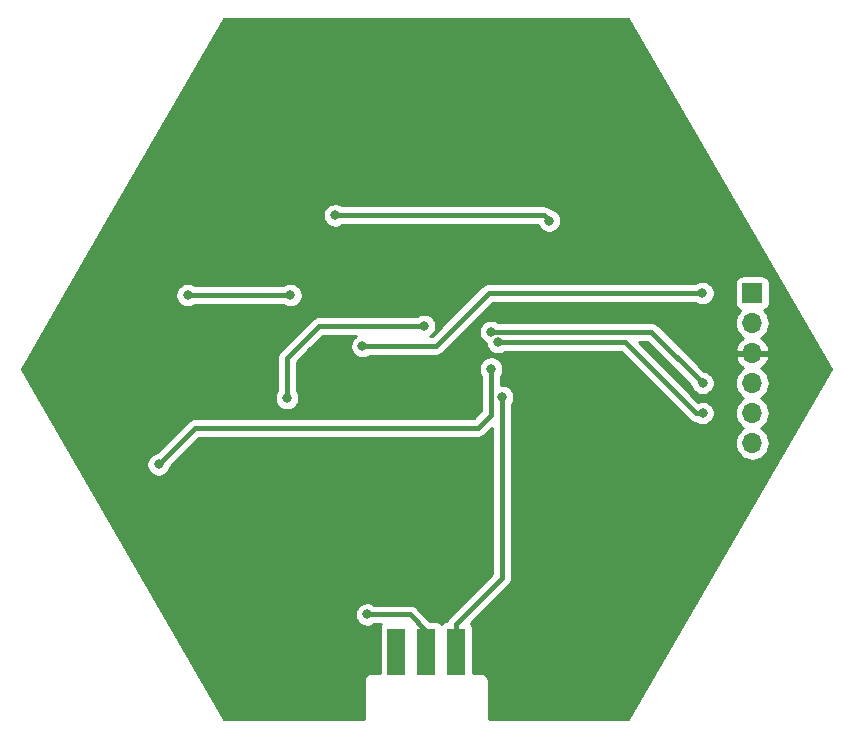
<source format=gbl>
G04 #@! TF.GenerationSoftware,KiCad,Pcbnew,(5.1.4)-1*
G04 #@! TF.CreationDate,2019-11-25T22:33:41+01:00*
G04 #@! TF.ProjectId,STEM,5354454d-2e6b-4696-9361-645f70636258,A*
G04 #@! TF.SameCoordinates,Original*
G04 #@! TF.FileFunction,Copper,L2,Bot*
G04 #@! TF.FilePolarity,Positive*
%FSLAX46Y46*%
G04 Gerber Fmt 4.6, Leading zero omitted, Abs format (unit mm)*
G04 Created by KiCad (PCBNEW (5.1.4)-1) date 2019-11-25 22:33:41*
%MOMM*%
%LPD*%
G04 APERTURE LIST*
%ADD10R,1.524000X4.000000*%
%ADD11O,1.700000X1.700000*%
%ADD12R,1.700000X1.700000*%
%ADD13C,0.800000*%
%ADD14C,0.400000*%
%ADD15C,0.254000*%
G04 APERTURE END LIST*
D10*
X119960000Y-139158000D03*
X122500000Y-139158000D03*
X125040000Y-139158000D03*
D11*
X150100000Y-121469600D03*
X150100000Y-118929600D03*
X150100000Y-116389600D03*
X150100000Y-113849600D03*
X150100000Y-111309600D03*
D12*
X150100000Y-108769600D03*
D13*
X124900000Y-109635600D03*
X107800000Y-121932800D03*
X125100000Y-105652000D03*
X133676600Y-116811400D03*
X112320280Y-116283080D03*
X115609580Y-130758540D03*
X123520000Y-135148000D03*
X117100001Y-113268001D03*
X145881600Y-108769600D03*
X128000000Y-115178000D03*
X99846582Y-123281418D03*
X128600000Y-112926400D03*
X145900000Y-118928000D03*
X128000000Y-112060400D03*
X145900000Y-116388000D03*
X122300000Y-111540800D03*
X110700000Y-117668800D03*
X117510000Y-135988000D03*
X128914110Y-117571074D03*
X111000000Y-108942800D03*
X102300000Y-108942800D03*
X132900000Y-102634400D03*
X114800000Y-102188000D03*
D14*
X123301599Y-113268001D02*
X123860800Y-112708800D01*
X123860800Y-112708800D02*
X127800000Y-108769600D01*
X117100001Y-113268001D02*
X123301599Y-113268001D01*
X127800000Y-108769600D02*
X145881600Y-108769600D01*
X128000000Y-119061600D02*
X128000000Y-115178000D01*
X126860800Y-120200800D02*
X128000000Y-119061600D01*
X104452800Y-120200800D02*
X126860800Y-120200800D01*
X103267200Y-120200800D02*
X102927200Y-120200800D01*
X104452800Y-120200800D02*
X103267200Y-120200800D01*
X102927200Y-120200800D02*
X99846582Y-123281418D01*
X139332715Y-112926400D02*
X139238400Y-112926400D01*
X145334315Y-118928000D02*
X139332715Y-112926400D01*
X145900000Y-118928000D02*
X145334315Y-118928000D01*
X128600000Y-112926400D02*
X139238400Y-112926400D01*
X141572400Y-112060400D02*
X140577600Y-112060400D01*
X145900000Y-116388000D02*
X141572400Y-112060400D01*
X128000000Y-112060400D02*
X140577600Y-112060400D01*
X122300000Y-111540800D02*
X113439200Y-111540800D01*
X113439200Y-111540800D02*
X112000000Y-112980000D01*
X110700000Y-114280000D02*
X112000000Y-112980000D01*
X110700000Y-117668800D02*
X110700000Y-114280000D01*
X122500000Y-137388000D02*
X121100000Y-135988000D01*
X122500000Y-139158000D02*
X122500000Y-137388000D01*
X121100000Y-135988000D02*
X117510000Y-135988000D01*
X128914110Y-132883890D02*
X128914110Y-132612110D01*
X125040000Y-136758000D02*
X128914110Y-132883890D01*
X125040000Y-139158000D02*
X125040000Y-136758000D01*
X128914110Y-117571074D02*
X128914110Y-132612110D01*
X111000000Y-108942800D02*
X102300000Y-108942800D01*
X114800000Y-102188000D02*
X132453600Y-102188000D01*
X132453600Y-102188000D02*
X132900000Y-102634400D01*
D15*
G36*
X156737892Y-115178000D02*
G01*
X139618955Y-144828000D01*
X127780000Y-144828000D01*
X127780000Y-141604599D01*
X127783193Y-141572180D01*
X127770450Y-141442797D01*
X127732710Y-141318387D01*
X127671425Y-141203730D01*
X127588948Y-141103232D01*
X127488450Y-141020755D01*
X127373793Y-140959470D01*
X127249383Y-140921730D01*
X127152419Y-140912180D01*
X127120000Y-140908987D01*
X127087581Y-140912180D01*
X126440072Y-140912180D01*
X126440072Y-137158000D01*
X126427812Y-137033518D01*
X126391502Y-136913820D01*
X126332537Y-136803506D01*
X126261690Y-136717178D01*
X129475543Y-133503326D01*
X129507401Y-133477181D01*
X129611746Y-133350036D01*
X129689282Y-133204977D01*
X129737028Y-133047579D01*
X129749110Y-132924909D01*
X129749110Y-132924908D01*
X129753150Y-132883890D01*
X129749110Y-132842872D01*
X129749110Y-118184359D01*
X129831315Y-118061330D01*
X129909336Y-117872972D01*
X129949110Y-117673013D01*
X129949110Y-117469135D01*
X129909336Y-117269176D01*
X129831315Y-117080818D01*
X129718047Y-116911300D01*
X129573884Y-116767137D01*
X129404366Y-116653869D01*
X129216008Y-116575848D01*
X129016049Y-116536074D01*
X128835000Y-116536074D01*
X128835000Y-115791285D01*
X128917205Y-115668256D01*
X128995226Y-115479898D01*
X129035000Y-115279939D01*
X129035000Y-115076061D01*
X128995226Y-114876102D01*
X128917205Y-114687744D01*
X128803937Y-114518226D01*
X128659774Y-114374063D01*
X128490256Y-114260795D01*
X128301898Y-114182774D01*
X128101939Y-114143000D01*
X127898061Y-114143000D01*
X127698102Y-114182774D01*
X127509744Y-114260795D01*
X127340226Y-114374063D01*
X127196063Y-114518226D01*
X127082795Y-114687744D01*
X127004774Y-114876102D01*
X126965000Y-115076061D01*
X126965000Y-115279939D01*
X127004774Y-115479898D01*
X127082795Y-115668256D01*
X127165001Y-115791286D01*
X127165000Y-118715732D01*
X126514933Y-119365800D01*
X102968218Y-119365800D01*
X102927200Y-119361760D01*
X102886182Y-119365800D01*
X102886181Y-119365800D01*
X102763511Y-119377882D01*
X102606113Y-119425628D01*
X102461054Y-119503164D01*
X102333909Y-119607509D01*
X102307763Y-119639368D01*
X99689807Y-122257325D01*
X99544684Y-122286192D01*
X99356326Y-122364213D01*
X99186808Y-122477481D01*
X99042645Y-122621644D01*
X98929377Y-122791162D01*
X98851356Y-122979520D01*
X98811582Y-123179479D01*
X98811582Y-123383357D01*
X98851356Y-123583316D01*
X98929377Y-123771674D01*
X99042645Y-123941192D01*
X99186808Y-124085355D01*
X99356326Y-124198623D01*
X99544684Y-124276644D01*
X99744643Y-124316418D01*
X99948521Y-124316418D01*
X100148480Y-124276644D01*
X100336838Y-124198623D01*
X100506356Y-124085355D01*
X100650519Y-123941192D01*
X100763787Y-123771674D01*
X100841808Y-123583316D01*
X100870675Y-123438193D01*
X103273069Y-121035800D01*
X126819782Y-121035800D01*
X126860800Y-121039840D01*
X126901818Y-121035800D01*
X126901819Y-121035800D01*
X127024489Y-121023718D01*
X127181887Y-120975972D01*
X127326946Y-120898436D01*
X127454091Y-120794091D01*
X127480246Y-120762221D01*
X128079110Y-120163357D01*
X128079111Y-132538020D01*
X124478574Y-136138559D01*
X124446710Y-136164709D01*
X124420562Y-136196571D01*
X124342364Y-136291855D01*
X124264828Y-136436914D01*
X124238465Y-136523822D01*
X124153518Y-136532188D01*
X124033820Y-136568498D01*
X123923506Y-136627463D01*
X123826815Y-136706815D01*
X123770000Y-136776044D01*
X123713185Y-136706815D01*
X123616494Y-136627463D01*
X123506180Y-136568498D01*
X123386482Y-136532188D01*
X123262000Y-136519928D01*
X122812796Y-136519928D01*
X121719446Y-135426579D01*
X121693291Y-135394709D01*
X121566146Y-135290364D01*
X121421087Y-135212828D01*
X121263689Y-135165082D01*
X121141019Y-135153000D01*
X121141018Y-135153000D01*
X121100000Y-135148960D01*
X121058982Y-135153000D01*
X118123285Y-135153000D01*
X118000256Y-135070795D01*
X117811898Y-134992774D01*
X117611939Y-134953000D01*
X117408061Y-134953000D01*
X117208102Y-134992774D01*
X117019744Y-135070795D01*
X116850226Y-135184063D01*
X116706063Y-135328226D01*
X116592795Y-135497744D01*
X116514774Y-135686102D01*
X116475000Y-135886061D01*
X116475000Y-136089939D01*
X116514774Y-136289898D01*
X116592795Y-136478256D01*
X116706063Y-136647774D01*
X116850226Y-136791937D01*
X117019744Y-136905205D01*
X117208102Y-136983226D01*
X117408061Y-137023000D01*
X117611939Y-137023000D01*
X117811898Y-136983226D01*
X118000256Y-136905205D01*
X118123285Y-136823000D01*
X118657043Y-136823000D01*
X118608498Y-136913820D01*
X118572188Y-137033518D01*
X118559928Y-137158000D01*
X118559928Y-140912180D01*
X117912419Y-140912180D01*
X117880000Y-140908987D01*
X117847581Y-140912180D01*
X117750617Y-140921730D01*
X117626207Y-140959470D01*
X117511550Y-141020755D01*
X117411052Y-141103232D01*
X117328575Y-141203730D01*
X117267290Y-141318387D01*
X117229550Y-141442797D01*
X117216807Y-141572180D01*
X117220000Y-141604600D01*
X117220001Y-144828000D01*
X105381045Y-144828000D01*
X89641358Y-117566861D01*
X109665000Y-117566861D01*
X109665000Y-117770739D01*
X109704774Y-117970698D01*
X109782795Y-118159056D01*
X109896063Y-118328574D01*
X110040226Y-118472737D01*
X110209744Y-118586005D01*
X110398102Y-118664026D01*
X110598061Y-118703800D01*
X110801939Y-118703800D01*
X111001898Y-118664026D01*
X111190256Y-118586005D01*
X111359774Y-118472737D01*
X111503937Y-118328574D01*
X111617205Y-118159056D01*
X111695226Y-117970698D01*
X111735000Y-117770739D01*
X111735000Y-117566861D01*
X111695226Y-117366902D01*
X111617205Y-117178544D01*
X111535000Y-117055515D01*
X111535000Y-114625867D01*
X112619439Y-113541430D01*
X112619448Y-113541419D01*
X113785068Y-112375800D01*
X116572324Y-112375800D01*
X116440227Y-112464064D01*
X116296064Y-112608227D01*
X116182796Y-112777745D01*
X116104775Y-112966103D01*
X116065001Y-113166062D01*
X116065001Y-113369940D01*
X116104775Y-113569899D01*
X116182796Y-113758257D01*
X116296064Y-113927775D01*
X116440227Y-114071938D01*
X116609745Y-114185206D01*
X116798103Y-114263227D01*
X116998062Y-114303001D01*
X117201940Y-114303001D01*
X117401899Y-114263227D01*
X117590257Y-114185206D01*
X117713286Y-114103001D01*
X123260581Y-114103001D01*
X123301599Y-114107041D01*
X123342617Y-114103001D01*
X123342618Y-114103001D01*
X123465288Y-114090919D01*
X123622686Y-114043173D01*
X123767745Y-113965637D01*
X123894890Y-113861292D01*
X123921044Y-113829423D01*
X124480239Y-113270229D01*
X125792007Y-111958461D01*
X126965000Y-111958461D01*
X126965000Y-112162339D01*
X127004774Y-112362298D01*
X127082795Y-112550656D01*
X127196063Y-112720174D01*
X127340226Y-112864337D01*
X127509744Y-112977605D01*
X127565000Y-113000493D01*
X127565000Y-113028339D01*
X127604774Y-113228298D01*
X127682795Y-113416656D01*
X127796063Y-113586174D01*
X127940226Y-113730337D01*
X128109744Y-113843605D01*
X128298102Y-113921626D01*
X128498061Y-113961400D01*
X128701939Y-113961400D01*
X128901898Y-113921626D01*
X129090256Y-113843605D01*
X129213285Y-113761400D01*
X138986848Y-113761400D01*
X144714874Y-119489427D01*
X144741024Y-119521291D01*
X144814220Y-119581361D01*
X144868169Y-119625636D01*
X145013228Y-119703172D01*
X145170626Y-119750918D01*
X145285578Y-119762240D01*
X145409744Y-119845205D01*
X145598102Y-119923226D01*
X145798061Y-119963000D01*
X146001939Y-119963000D01*
X146201898Y-119923226D01*
X146390256Y-119845205D01*
X146559774Y-119731937D01*
X146703937Y-119587774D01*
X146817205Y-119418256D01*
X146895226Y-119229898D01*
X146935000Y-119029939D01*
X146935000Y-118826061D01*
X146895226Y-118626102D01*
X146817205Y-118437744D01*
X146703937Y-118268226D01*
X146559774Y-118124063D01*
X146390256Y-118010795D01*
X146201898Y-117932774D01*
X146001939Y-117893000D01*
X145798061Y-117893000D01*
X145598102Y-117932774D01*
X145542845Y-117955662D01*
X140482582Y-112895400D01*
X141226533Y-112895400D01*
X144875908Y-116544777D01*
X144904774Y-116689898D01*
X144982795Y-116878256D01*
X145096063Y-117047774D01*
X145240226Y-117191937D01*
X145409744Y-117305205D01*
X145598102Y-117383226D01*
X145798061Y-117423000D01*
X146001939Y-117423000D01*
X146201898Y-117383226D01*
X146390256Y-117305205D01*
X146559774Y-117191937D01*
X146703937Y-117047774D01*
X146817205Y-116878256D01*
X146895226Y-116689898D01*
X146935000Y-116489939D01*
X146935000Y-116389600D01*
X148607815Y-116389600D01*
X148636487Y-116680711D01*
X148721401Y-116960634D01*
X148859294Y-117218614D01*
X149044866Y-117444734D01*
X149270986Y-117630306D01*
X149325791Y-117659600D01*
X149270986Y-117688894D01*
X149044866Y-117874466D01*
X148859294Y-118100586D01*
X148721401Y-118358566D01*
X148636487Y-118638489D01*
X148607815Y-118929600D01*
X148636487Y-119220711D01*
X148721401Y-119500634D01*
X148859294Y-119758614D01*
X149044866Y-119984734D01*
X149270986Y-120170306D01*
X149325791Y-120199600D01*
X149270986Y-120228894D01*
X149044866Y-120414466D01*
X148859294Y-120640586D01*
X148721401Y-120898566D01*
X148636487Y-121178489D01*
X148607815Y-121469600D01*
X148636487Y-121760711D01*
X148721401Y-122040634D01*
X148859294Y-122298614D01*
X149044866Y-122524734D01*
X149270986Y-122710306D01*
X149528966Y-122848199D01*
X149808889Y-122933113D01*
X150027050Y-122954600D01*
X150172950Y-122954600D01*
X150391111Y-122933113D01*
X150671034Y-122848199D01*
X150929014Y-122710306D01*
X151155134Y-122524734D01*
X151340706Y-122298614D01*
X151478599Y-122040634D01*
X151563513Y-121760711D01*
X151592185Y-121469600D01*
X151563513Y-121178489D01*
X151478599Y-120898566D01*
X151340706Y-120640586D01*
X151155134Y-120414466D01*
X150929014Y-120228894D01*
X150874209Y-120199600D01*
X150929014Y-120170306D01*
X151155134Y-119984734D01*
X151340706Y-119758614D01*
X151478599Y-119500634D01*
X151563513Y-119220711D01*
X151592185Y-118929600D01*
X151563513Y-118638489D01*
X151478599Y-118358566D01*
X151340706Y-118100586D01*
X151155134Y-117874466D01*
X150929014Y-117688894D01*
X150874209Y-117659600D01*
X150929014Y-117630306D01*
X151155134Y-117444734D01*
X151340706Y-117218614D01*
X151478599Y-116960634D01*
X151563513Y-116680711D01*
X151592185Y-116389600D01*
X151563513Y-116098489D01*
X151478599Y-115818566D01*
X151340706Y-115560586D01*
X151155134Y-115334466D01*
X150929014Y-115148894D01*
X150864477Y-115114399D01*
X150981355Y-115044778D01*
X151197588Y-114849869D01*
X151371641Y-114616520D01*
X151496825Y-114353699D01*
X151541476Y-114206490D01*
X151420155Y-113976600D01*
X150227000Y-113976600D01*
X150227000Y-113996600D01*
X149973000Y-113996600D01*
X149973000Y-113976600D01*
X148779845Y-113976600D01*
X148658524Y-114206490D01*
X148703175Y-114353699D01*
X148828359Y-114616520D01*
X149002412Y-114849869D01*
X149218645Y-115044778D01*
X149335523Y-115114399D01*
X149270986Y-115148894D01*
X149044866Y-115334466D01*
X148859294Y-115560586D01*
X148721401Y-115818566D01*
X148636487Y-116098489D01*
X148607815Y-116389600D01*
X146935000Y-116389600D01*
X146935000Y-116286061D01*
X146895226Y-116086102D01*
X146817205Y-115897744D01*
X146703937Y-115728226D01*
X146559774Y-115584063D01*
X146390256Y-115470795D01*
X146201898Y-115392774D01*
X146056777Y-115363908D01*
X142191846Y-111498979D01*
X142165691Y-111467109D01*
X142038546Y-111362764D01*
X141939084Y-111309600D01*
X148607815Y-111309600D01*
X148636487Y-111600711D01*
X148721401Y-111880634D01*
X148859294Y-112138614D01*
X149044866Y-112364734D01*
X149270986Y-112550306D01*
X149335523Y-112584801D01*
X149218645Y-112654422D01*
X149002412Y-112849331D01*
X148828359Y-113082680D01*
X148703175Y-113345501D01*
X148658524Y-113492710D01*
X148779845Y-113722600D01*
X149973000Y-113722600D01*
X149973000Y-113702600D01*
X150227000Y-113702600D01*
X150227000Y-113722600D01*
X151420155Y-113722600D01*
X151541476Y-113492710D01*
X151496825Y-113345501D01*
X151371641Y-113082680D01*
X151197588Y-112849331D01*
X150981355Y-112654422D01*
X150864477Y-112584801D01*
X150929014Y-112550306D01*
X151155134Y-112364734D01*
X151340706Y-112138614D01*
X151478599Y-111880634D01*
X151563513Y-111600711D01*
X151592185Y-111309600D01*
X151563513Y-111018489D01*
X151478599Y-110738566D01*
X151340706Y-110480586D01*
X151155134Y-110254466D01*
X151125313Y-110229993D01*
X151194180Y-110209102D01*
X151304494Y-110150137D01*
X151401185Y-110070785D01*
X151480537Y-109974094D01*
X151539502Y-109863780D01*
X151575812Y-109744082D01*
X151588072Y-109619600D01*
X151588072Y-107919600D01*
X151575812Y-107795118D01*
X151539502Y-107675420D01*
X151480537Y-107565106D01*
X151401185Y-107468415D01*
X151304494Y-107389063D01*
X151194180Y-107330098D01*
X151074482Y-107293788D01*
X150950000Y-107281528D01*
X149250000Y-107281528D01*
X149125518Y-107293788D01*
X149005820Y-107330098D01*
X148895506Y-107389063D01*
X148798815Y-107468415D01*
X148719463Y-107565106D01*
X148660498Y-107675420D01*
X148624188Y-107795118D01*
X148611928Y-107919600D01*
X148611928Y-109619600D01*
X148624188Y-109744082D01*
X148660498Y-109863780D01*
X148719463Y-109974094D01*
X148798815Y-110070785D01*
X148895506Y-110150137D01*
X149005820Y-110209102D01*
X149074687Y-110229993D01*
X149044866Y-110254466D01*
X148859294Y-110480586D01*
X148721401Y-110738566D01*
X148636487Y-111018489D01*
X148607815Y-111309600D01*
X141939084Y-111309600D01*
X141893487Y-111285228D01*
X141736089Y-111237482D01*
X141613419Y-111225400D01*
X141613418Y-111225400D01*
X141572400Y-111221360D01*
X141531382Y-111225400D01*
X128613285Y-111225400D01*
X128490256Y-111143195D01*
X128301898Y-111065174D01*
X128101939Y-111025400D01*
X127898061Y-111025400D01*
X127698102Y-111065174D01*
X127509744Y-111143195D01*
X127340226Y-111256463D01*
X127196063Y-111400626D01*
X127082795Y-111570144D01*
X127004774Y-111758502D01*
X126965000Y-111958461D01*
X125792007Y-111958461D01*
X128145868Y-109604600D01*
X145268315Y-109604600D01*
X145391344Y-109686805D01*
X145579702Y-109764826D01*
X145779661Y-109804600D01*
X145983539Y-109804600D01*
X146183498Y-109764826D01*
X146371856Y-109686805D01*
X146541374Y-109573537D01*
X146685537Y-109429374D01*
X146798805Y-109259856D01*
X146876826Y-109071498D01*
X146916600Y-108871539D01*
X146916600Y-108667661D01*
X146876826Y-108467702D01*
X146798805Y-108279344D01*
X146685537Y-108109826D01*
X146541374Y-107965663D01*
X146371856Y-107852395D01*
X146183498Y-107774374D01*
X145983539Y-107734600D01*
X145779661Y-107734600D01*
X145579702Y-107774374D01*
X145391344Y-107852395D01*
X145268315Y-107934600D01*
X127841018Y-107934600D01*
X127799999Y-107930560D01*
X127758981Y-107934600D01*
X127636311Y-107946682D01*
X127478913Y-107994428D01*
X127333854Y-108071964D01*
X127206709Y-108176309D01*
X127180559Y-108208173D01*
X123299371Y-112089361D01*
X122955732Y-112433001D01*
X122827677Y-112433001D01*
X122959774Y-112344737D01*
X123103937Y-112200574D01*
X123217205Y-112031056D01*
X123295226Y-111842698D01*
X123335000Y-111642739D01*
X123335000Y-111438861D01*
X123295226Y-111238902D01*
X123217205Y-111050544D01*
X123103937Y-110881026D01*
X122959774Y-110736863D01*
X122790256Y-110623595D01*
X122601898Y-110545574D01*
X122401939Y-110505800D01*
X122198061Y-110505800D01*
X121998102Y-110545574D01*
X121809744Y-110623595D01*
X121686715Y-110705800D01*
X113480218Y-110705800D01*
X113439199Y-110701760D01*
X113398181Y-110705800D01*
X113275511Y-110717882D01*
X113118113Y-110765628D01*
X112973054Y-110843164D01*
X112845909Y-110947509D01*
X112819759Y-110979374D01*
X111438581Y-112360552D01*
X111438570Y-112360561D01*
X110138574Y-113660559D01*
X110106710Y-113686709D01*
X110067780Y-113734146D01*
X110002364Y-113813855D01*
X109924828Y-113958914D01*
X109877082Y-114116312D01*
X109860960Y-114280000D01*
X109865001Y-114321028D01*
X109865000Y-117055515D01*
X109782795Y-117178544D01*
X109704774Y-117366902D01*
X109665000Y-117566861D01*
X89641358Y-117566861D01*
X88262107Y-115178000D01*
X91920963Y-108840861D01*
X101265000Y-108840861D01*
X101265000Y-109044739D01*
X101304774Y-109244698D01*
X101382795Y-109433056D01*
X101496063Y-109602574D01*
X101640226Y-109746737D01*
X101809744Y-109860005D01*
X101998102Y-109938026D01*
X102198061Y-109977800D01*
X102401939Y-109977800D01*
X102601898Y-109938026D01*
X102790256Y-109860005D01*
X102913285Y-109777800D01*
X110386715Y-109777800D01*
X110509744Y-109860005D01*
X110698102Y-109938026D01*
X110898061Y-109977800D01*
X111101939Y-109977800D01*
X111301898Y-109938026D01*
X111490256Y-109860005D01*
X111659774Y-109746737D01*
X111803937Y-109602574D01*
X111917205Y-109433056D01*
X111995226Y-109244698D01*
X112035000Y-109044739D01*
X112035000Y-108840861D01*
X111995226Y-108640902D01*
X111917205Y-108452544D01*
X111803937Y-108283026D01*
X111659774Y-108138863D01*
X111490256Y-108025595D01*
X111301898Y-107947574D01*
X111101939Y-107907800D01*
X110898061Y-107907800D01*
X110698102Y-107947574D01*
X110509744Y-108025595D01*
X110386715Y-108107800D01*
X102913285Y-108107800D01*
X102790256Y-108025595D01*
X102601898Y-107947574D01*
X102401939Y-107907800D01*
X102198061Y-107907800D01*
X101998102Y-107947574D01*
X101809744Y-108025595D01*
X101640226Y-108138863D01*
X101496063Y-108283026D01*
X101382795Y-108452544D01*
X101304774Y-108640902D01*
X101265000Y-108840861D01*
X91920963Y-108840861D01*
X95820963Y-102086061D01*
X113765000Y-102086061D01*
X113765000Y-102289939D01*
X113804774Y-102489898D01*
X113882795Y-102678256D01*
X113996063Y-102847774D01*
X114140226Y-102991937D01*
X114309744Y-103105205D01*
X114498102Y-103183226D01*
X114698061Y-103223000D01*
X114901939Y-103223000D01*
X115101898Y-103183226D01*
X115290256Y-103105205D01*
X115413285Y-103023000D01*
X131940687Y-103023000D01*
X131982795Y-103124656D01*
X132096063Y-103294174D01*
X132240226Y-103438337D01*
X132409744Y-103551605D01*
X132598102Y-103629626D01*
X132798061Y-103669400D01*
X133001939Y-103669400D01*
X133201898Y-103629626D01*
X133390256Y-103551605D01*
X133559774Y-103438337D01*
X133703937Y-103294174D01*
X133817205Y-103124656D01*
X133895226Y-102936298D01*
X133935000Y-102736339D01*
X133935000Y-102532461D01*
X133895226Y-102332502D01*
X133817205Y-102144144D01*
X133703937Y-101974626D01*
X133559774Y-101830463D01*
X133390256Y-101717195D01*
X133201898Y-101639174D01*
X133060261Y-101611001D01*
X133046891Y-101594709D01*
X132919746Y-101490364D01*
X132774687Y-101412828D01*
X132617289Y-101365082D01*
X132494619Y-101353000D01*
X132494618Y-101353000D01*
X132453600Y-101348960D01*
X132412582Y-101353000D01*
X115413285Y-101353000D01*
X115290256Y-101270795D01*
X115101898Y-101192774D01*
X114901939Y-101153000D01*
X114698061Y-101153000D01*
X114498102Y-101192774D01*
X114309744Y-101270795D01*
X114140226Y-101384063D01*
X113996063Y-101528226D01*
X113882795Y-101697744D01*
X113804774Y-101886102D01*
X113765000Y-102086061D01*
X95820963Y-102086061D01*
X105381045Y-85528000D01*
X139618955Y-85528000D01*
X156737892Y-115178000D01*
X156737892Y-115178000D01*
G37*
X156737892Y-115178000D02*
X139618955Y-144828000D01*
X127780000Y-144828000D01*
X127780000Y-141604599D01*
X127783193Y-141572180D01*
X127770450Y-141442797D01*
X127732710Y-141318387D01*
X127671425Y-141203730D01*
X127588948Y-141103232D01*
X127488450Y-141020755D01*
X127373793Y-140959470D01*
X127249383Y-140921730D01*
X127152419Y-140912180D01*
X127120000Y-140908987D01*
X127087581Y-140912180D01*
X126440072Y-140912180D01*
X126440072Y-137158000D01*
X126427812Y-137033518D01*
X126391502Y-136913820D01*
X126332537Y-136803506D01*
X126261690Y-136717178D01*
X129475543Y-133503326D01*
X129507401Y-133477181D01*
X129611746Y-133350036D01*
X129689282Y-133204977D01*
X129737028Y-133047579D01*
X129749110Y-132924909D01*
X129749110Y-132924908D01*
X129753150Y-132883890D01*
X129749110Y-132842872D01*
X129749110Y-118184359D01*
X129831315Y-118061330D01*
X129909336Y-117872972D01*
X129949110Y-117673013D01*
X129949110Y-117469135D01*
X129909336Y-117269176D01*
X129831315Y-117080818D01*
X129718047Y-116911300D01*
X129573884Y-116767137D01*
X129404366Y-116653869D01*
X129216008Y-116575848D01*
X129016049Y-116536074D01*
X128835000Y-116536074D01*
X128835000Y-115791285D01*
X128917205Y-115668256D01*
X128995226Y-115479898D01*
X129035000Y-115279939D01*
X129035000Y-115076061D01*
X128995226Y-114876102D01*
X128917205Y-114687744D01*
X128803937Y-114518226D01*
X128659774Y-114374063D01*
X128490256Y-114260795D01*
X128301898Y-114182774D01*
X128101939Y-114143000D01*
X127898061Y-114143000D01*
X127698102Y-114182774D01*
X127509744Y-114260795D01*
X127340226Y-114374063D01*
X127196063Y-114518226D01*
X127082795Y-114687744D01*
X127004774Y-114876102D01*
X126965000Y-115076061D01*
X126965000Y-115279939D01*
X127004774Y-115479898D01*
X127082795Y-115668256D01*
X127165001Y-115791286D01*
X127165000Y-118715732D01*
X126514933Y-119365800D01*
X102968218Y-119365800D01*
X102927200Y-119361760D01*
X102886182Y-119365800D01*
X102886181Y-119365800D01*
X102763511Y-119377882D01*
X102606113Y-119425628D01*
X102461054Y-119503164D01*
X102333909Y-119607509D01*
X102307763Y-119639368D01*
X99689807Y-122257325D01*
X99544684Y-122286192D01*
X99356326Y-122364213D01*
X99186808Y-122477481D01*
X99042645Y-122621644D01*
X98929377Y-122791162D01*
X98851356Y-122979520D01*
X98811582Y-123179479D01*
X98811582Y-123383357D01*
X98851356Y-123583316D01*
X98929377Y-123771674D01*
X99042645Y-123941192D01*
X99186808Y-124085355D01*
X99356326Y-124198623D01*
X99544684Y-124276644D01*
X99744643Y-124316418D01*
X99948521Y-124316418D01*
X100148480Y-124276644D01*
X100336838Y-124198623D01*
X100506356Y-124085355D01*
X100650519Y-123941192D01*
X100763787Y-123771674D01*
X100841808Y-123583316D01*
X100870675Y-123438193D01*
X103273069Y-121035800D01*
X126819782Y-121035800D01*
X126860800Y-121039840D01*
X126901818Y-121035800D01*
X126901819Y-121035800D01*
X127024489Y-121023718D01*
X127181887Y-120975972D01*
X127326946Y-120898436D01*
X127454091Y-120794091D01*
X127480246Y-120762221D01*
X128079110Y-120163357D01*
X128079111Y-132538020D01*
X124478574Y-136138559D01*
X124446710Y-136164709D01*
X124420562Y-136196571D01*
X124342364Y-136291855D01*
X124264828Y-136436914D01*
X124238465Y-136523822D01*
X124153518Y-136532188D01*
X124033820Y-136568498D01*
X123923506Y-136627463D01*
X123826815Y-136706815D01*
X123770000Y-136776044D01*
X123713185Y-136706815D01*
X123616494Y-136627463D01*
X123506180Y-136568498D01*
X123386482Y-136532188D01*
X123262000Y-136519928D01*
X122812796Y-136519928D01*
X121719446Y-135426579D01*
X121693291Y-135394709D01*
X121566146Y-135290364D01*
X121421087Y-135212828D01*
X121263689Y-135165082D01*
X121141019Y-135153000D01*
X121141018Y-135153000D01*
X121100000Y-135148960D01*
X121058982Y-135153000D01*
X118123285Y-135153000D01*
X118000256Y-135070795D01*
X117811898Y-134992774D01*
X117611939Y-134953000D01*
X117408061Y-134953000D01*
X117208102Y-134992774D01*
X117019744Y-135070795D01*
X116850226Y-135184063D01*
X116706063Y-135328226D01*
X116592795Y-135497744D01*
X116514774Y-135686102D01*
X116475000Y-135886061D01*
X116475000Y-136089939D01*
X116514774Y-136289898D01*
X116592795Y-136478256D01*
X116706063Y-136647774D01*
X116850226Y-136791937D01*
X117019744Y-136905205D01*
X117208102Y-136983226D01*
X117408061Y-137023000D01*
X117611939Y-137023000D01*
X117811898Y-136983226D01*
X118000256Y-136905205D01*
X118123285Y-136823000D01*
X118657043Y-136823000D01*
X118608498Y-136913820D01*
X118572188Y-137033518D01*
X118559928Y-137158000D01*
X118559928Y-140912180D01*
X117912419Y-140912180D01*
X117880000Y-140908987D01*
X117847581Y-140912180D01*
X117750617Y-140921730D01*
X117626207Y-140959470D01*
X117511550Y-141020755D01*
X117411052Y-141103232D01*
X117328575Y-141203730D01*
X117267290Y-141318387D01*
X117229550Y-141442797D01*
X117216807Y-141572180D01*
X117220000Y-141604600D01*
X117220001Y-144828000D01*
X105381045Y-144828000D01*
X89641358Y-117566861D01*
X109665000Y-117566861D01*
X109665000Y-117770739D01*
X109704774Y-117970698D01*
X109782795Y-118159056D01*
X109896063Y-118328574D01*
X110040226Y-118472737D01*
X110209744Y-118586005D01*
X110398102Y-118664026D01*
X110598061Y-118703800D01*
X110801939Y-118703800D01*
X111001898Y-118664026D01*
X111190256Y-118586005D01*
X111359774Y-118472737D01*
X111503937Y-118328574D01*
X111617205Y-118159056D01*
X111695226Y-117970698D01*
X111735000Y-117770739D01*
X111735000Y-117566861D01*
X111695226Y-117366902D01*
X111617205Y-117178544D01*
X111535000Y-117055515D01*
X111535000Y-114625867D01*
X112619439Y-113541430D01*
X112619448Y-113541419D01*
X113785068Y-112375800D01*
X116572324Y-112375800D01*
X116440227Y-112464064D01*
X116296064Y-112608227D01*
X116182796Y-112777745D01*
X116104775Y-112966103D01*
X116065001Y-113166062D01*
X116065001Y-113369940D01*
X116104775Y-113569899D01*
X116182796Y-113758257D01*
X116296064Y-113927775D01*
X116440227Y-114071938D01*
X116609745Y-114185206D01*
X116798103Y-114263227D01*
X116998062Y-114303001D01*
X117201940Y-114303001D01*
X117401899Y-114263227D01*
X117590257Y-114185206D01*
X117713286Y-114103001D01*
X123260581Y-114103001D01*
X123301599Y-114107041D01*
X123342617Y-114103001D01*
X123342618Y-114103001D01*
X123465288Y-114090919D01*
X123622686Y-114043173D01*
X123767745Y-113965637D01*
X123894890Y-113861292D01*
X123921044Y-113829423D01*
X124480239Y-113270229D01*
X125792007Y-111958461D01*
X126965000Y-111958461D01*
X126965000Y-112162339D01*
X127004774Y-112362298D01*
X127082795Y-112550656D01*
X127196063Y-112720174D01*
X127340226Y-112864337D01*
X127509744Y-112977605D01*
X127565000Y-113000493D01*
X127565000Y-113028339D01*
X127604774Y-113228298D01*
X127682795Y-113416656D01*
X127796063Y-113586174D01*
X127940226Y-113730337D01*
X128109744Y-113843605D01*
X128298102Y-113921626D01*
X128498061Y-113961400D01*
X128701939Y-113961400D01*
X128901898Y-113921626D01*
X129090256Y-113843605D01*
X129213285Y-113761400D01*
X138986848Y-113761400D01*
X144714874Y-119489427D01*
X144741024Y-119521291D01*
X144814220Y-119581361D01*
X144868169Y-119625636D01*
X145013228Y-119703172D01*
X145170626Y-119750918D01*
X145285578Y-119762240D01*
X145409744Y-119845205D01*
X145598102Y-119923226D01*
X145798061Y-119963000D01*
X146001939Y-119963000D01*
X146201898Y-119923226D01*
X146390256Y-119845205D01*
X146559774Y-119731937D01*
X146703937Y-119587774D01*
X146817205Y-119418256D01*
X146895226Y-119229898D01*
X146935000Y-119029939D01*
X146935000Y-118826061D01*
X146895226Y-118626102D01*
X146817205Y-118437744D01*
X146703937Y-118268226D01*
X146559774Y-118124063D01*
X146390256Y-118010795D01*
X146201898Y-117932774D01*
X146001939Y-117893000D01*
X145798061Y-117893000D01*
X145598102Y-117932774D01*
X145542845Y-117955662D01*
X140482582Y-112895400D01*
X141226533Y-112895400D01*
X144875908Y-116544777D01*
X144904774Y-116689898D01*
X144982795Y-116878256D01*
X145096063Y-117047774D01*
X145240226Y-117191937D01*
X145409744Y-117305205D01*
X145598102Y-117383226D01*
X145798061Y-117423000D01*
X146001939Y-117423000D01*
X146201898Y-117383226D01*
X146390256Y-117305205D01*
X146559774Y-117191937D01*
X146703937Y-117047774D01*
X146817205Y-116878256D01*
X146895226Y-116689898D01*
X146935000Y-116489939D01*
X146935000Y-116389600D01*
X148607815Y-116389600D01*
X148636487Y-116680711D01*
X148721401Y-116960634D01*
X148859294Y-117218614D01*
X149044866Y-117444734D01*
X149270986Y-117630306D01*
X149325791Y-117659600D01*
X149270986Y-117688894D01*
X149044866Y-117874466D01*
X148859294Y-118100586D01*
X148721401Y-118358566D01*
X148636487Y-118638489D01*
X148607815Y-118929600D01*
X148636487Y-119220711D01*
X148721401Y-119500634D01*
X148859294Y-119758614D01*
X149044866Y-119984734D01*
X149270986Y-120170306D01*
X149325791Y-120199600D01*
X149270986Y-120228894D01*
X149044866Y-120414466D01*
X148859294Y-120640586D01*
X148721401Y-120898566D01*
X148636487Y-121178489D01*
X148607815Y-121469600D01*
X148636487Y-121760711D01*
X148721401Y-122040634D01*
X148859294Y-122298614D01*
X149044866Y-122524734D01*
X149270986Y-122710306D01*
X149528966Y-122848199D01*
X149808889Y-122933113D01*
X150027050Y-122954600D01*
X150172950Y-122954600D01*
X150391111Y-122933113D01*
X150671034Y-122848199D01*
X150929014Y-122710306D01*
X151155134Y-122524734D01*
X151340706Y-122298614D01*
X151478599Y-122040634D01*
X151563513Y-121760711D01*
X151592185Y-121469600D01*
X151563513Y-121178489D01*
X151478599Y-120898566D01*
X151340706Y-120640586D01*
X151155134Y-120414466D01*
X150929014Y-120228894D01*
X150874209Y-120199600D01*
X150929014Y-120170306D01*
X151155134Y-119984734D01*
X151340706Y-119758614D01*
X151478599Y-119500634D01*
X151563513Y-119220711D01*
X151592185Y-118929600D01*
X151563513Y-118638489D01*
X151478599Y-118358566D01*
X151340706Y-118100586D01*
X151155134Y-117874466D01*
X150929014Y-117688894D01*
X150874209Y-117659600D01*
X150929014Y-117630306D01*
X151155134Y-117444734D01*
X151340706Y-117218614D01*
X151478599Y-116960634D01*
X151563513Y-116680711D01*
X151592185Y-116389600D01*
X151563513Y-116098489D01*
X151478599Y-115818566D01*
X151340706Y-115560586D01*
X151155134Y-115334466D01*
X150929014Y-115148894D01*
X150864477Y-115114399D01*
X150981355Y-115044778D01*
X151197588Y-114849869D01*
X151371641Y-114616520D01*
X151496825Y-114353699D01*
X151541476Y-114206490D01*
X151420155Y-113976600D01*
X150227000Y-113976600D01*
X150227000Y-113996600D01*
X149973000Y-113996600D01*
X149973000Y-113976600D01*
X148779845Y-113976600D01*
X148658524Y-114206490D01*
X148703175Y-114353699D01*
X148828359Y-114616520D01*
X149002412Y-114849869D01*
X149218645Y-115044778D01*
X149335523Y-115114399D01*
X149270986Y-115148894D01*
X149044866Y-115334466D01*
X148859294Y-115560586D01*
X148721401Y-115818566D01*
X148636487Y-116098489D01*
X148607815Y-116389600D01*
X146935000Y-116389600D01*
X146935000Y-116286061D01*
X146895226Y-116086102D01*
X146817205Y-115897744D01*
X146703937Y-115728226D01*
X146559774Y-115584063D01*
X146390256Y-115470795D01*
X146201898Y-115392774D01*
X146056777Y-115363908D01*
X142191846Y-111498979D01*
X142165691Y-111467109D01*
X142038546Y-111362764D01*
X141939084Y-111309600D01*
X148607815Y-111309600D01*
X148636487Y-111600711D01*
X148721401Y-111880634D01*
X148859294Y-112138614D01*
X149044866Y-112364734D01*
X149270986Y-112550306D01*
X149335523Y-112584801D01*
X149218645Y-112654422D01*
X149002412Y-112849331D01*
X148828359Y-113082680D01*
X148703175Y-113345501D01*
X148658524Y-113492710D01*
X148779845Y-113722600D01*
X149973000Y-113722600D01*
X149973000Y-113702600D01*
X150227000Y-113702600D01*
X150227000Y-113722600D01*
X151420155Y-113722600D01*
X151541476Y-113492710D01*
X151496825Y-113345501D01*
X151371641Y-113082680D01*
X151197588Y-112849331D01*
X150981355Y-112654422D01*
X150864477Y-112584801D01*
X150929014Y-112550306D01*
X151155134Y-112364734D01*
X151340706Y-112138614D01*
X151478599Y-111880634D01*
X151563513Y-111600711D01*
X151592185Y-111309600D01*
X151563513Y-111018489D01*
X151478599Y-110738566D01*
X151340706Y-110480586D01*
X151155134Y-110254466D01*
X151125313Y-110229993D01*
X151194180Y-110209102D01*
X151304494Y-110150137D01*
X151401185Y-110070785D01*
X151480537Y-109974094D01*
X151539502Y-109863780D01*
X151575812Y-109744082D01*
X151588072Y-109619600D01*
X151588072Y-107919600D01*
X151575812Y-107795118D01*
X151539502Y-107675420D01*
X151480537Y-107565106D01*
X151401185Y-107468415D01*
X151304494Y-107389063D01*
X151194180Y-107330098D01*
X151074482Y-107293788D01*
X150950000Y-107281528D01*
X149250000Y-107281528D01*
X149125518Y-107293788D01*
X149005820Y-107330098D01*
X148895506Y-107389063D01*
X148798815Y-107468415D01*
X148719463Y-107565106D01*
X148660498Y-107675420D01*
X148624188Y-107795118D01*
X148611928Y-107919600D01*
X148611928Y-109619600D01*
X148624188Y-109744082D01*
X148660498Y-109863780D01*
X148719463Y-109974094D01*
X148798815Y-110070785D01*
X148895506Y-110150137D01*
X149005820Y-110209102D01*
X149074687Y-110229993D01*
X149044866Y-110254466D01*
X148859294Y-110480586D01*
X148721401Y-110738566D01*
X148636487Y-111018489D01*
X148607815Y-111309600D01*
X141939084Y-111309600D01*
X141893487Y-111285228D01*
X141736089Y-111237482D01*
X141613419Y-111225400D01*
X141613418Y-111225400D01*
X141572400Y-111221360D01*
X141531382Y-111225400D01*
X128613285Y-111225400D01*
X128490256Y-111143195D01*
X128301898Y-111065174D01*
X128101939Y-111025400D01*
X127898061Y-111025400D01*
X127698102Y-111065174D01*
X127509744Y-111143195D01*
X127340226Y-111256463D01*
X127196063Y-111400626D01*
X127082795Y-111570144D01*
X127004774Y-111758502D01*
X126965000Y-111958461D01*
X125792007Y-111958461D01*
X128145868Y-109604600D01*
X145268315Y-109604600D01*
X145391344Y-109686805D01*
X145579702Y-109764826D01*
X145779661Y-109804600D01*
X145983539Y-109804600D01*
X146183498Y-109764826D01*
X146371856Y-109686805D01*
X146541374Y-109573537D01*
X146685537Y-109429374D01*
X146798805Y-109259856D01*
X146876826Y-109071498D01*
X146916600Y-108871539D01*
X146916600Y-108667661D01*
X146876826Y-108467702D01*
X146798805Y-108279344D01*
X146685537Y-108109826D01*
X146541374Y-107965663D01*
X146371856Y-107852395D01*
X146183498Y-107774374D01*
X145983539Y-107734600D01*
X145779661Y-107734600D01*
X145579702Y-107774374D01*
X145391344Y-107852395D01*
X145268315Y-107934600D01*
X127841018Y-107934600D01*
X127799999Y-107930560D01*
X127758981Y-107934600D01*
X127636311Y-107946682D01*
X127478913Y-107994428D01*
X127333854Y-108071964D01*
X127206709Y-108176309D01*
X127180559Y-108208173D01*
X123299371Y-112089361D01*
X122955732Y-112433001D01*
X122827677Y-112433001D01*
X122959774Y-112344737D01*
X123103937Y-112200574D01*
X123217205Y-112031056D01*
X123295226Y-111842698D01*
X123335000Y-111642739D01*
X123335000Y-111438861D01*
X123295226Y-111238902D01*
X123217205Y-111050544D01*
X123103937Y-110881026D01*
X122959774Y-110736863D01*
X122790256Y-110623595D01*
X122601898Y-110545574D01*
X122401939Y-110505800D01*
X122198061Y-110505800D01*
X121998102Y-110545574D01*
X121809744Y-110623595D01*
X121686715Y-110705800D01*
X113480218Y-110705800D01*
X113439199Y-110701760D01*
X113398181Y-110705800D01*
X113275511Y-110717882D01*
X113118113Y-110765628D01*
X112973054Y-110843164D01*
X112845909Y-110947509D01*
X112819759Y-110979374D01*
X111438581Y-112360552D01*
X111438570Y-112360561D01*
X110138574Y-113660559D01*
X110106710Y-113686709D01*
X110067780Y-113734146D01*
X110002364Y-113813855D01*
X109924828Y-113958914D01*
X109877082Y-114116312D01*
X109860960Y-114280000D01*
X109865001Y-114321028D01*
X109865000Y-117055515D01*
X109782795Y-117178544D01*
X109704774Y-117366902D01*
X109665000Y-117566861D01*
X89641358Y-117566861D01*
X88262107Y-115178000D01*
X91920963Y-108840861D01*
X101265000Y-108840861D01*
X101265000Y-109044739D01*
X101304774Y-109244698D01*
X101382795Y-109433056D01*
X101496063Y-109602574D01*
X101640226Y-109746737D01*
X101809744Y-109860005D01*
X101998102Y-109938026D01*
X102198061Y-109977800D01*
X102401939Y-109977800D01*
X102601898Y-109938026D01*
X102790256Y-109860005D01*
X102913285Y-109777800D01*
X110386715Y-109777800D01*
X110509744Y-109860005D01*
X110698102Y-109938026D01*
X110898061Y-109977800D01*
X111101939Y-109977800D01*
X111301898Y-109938026D01*
X111490256Y-109860005D01*
X111659774Y-109746737D01*
X111803937Y-109602574D01*
X111917205Y-109433056D01*
X111995226Y-109244698D01*
X112035000Y-109044739D01*
X112035000Y-108840861D01*
X111995226Y-108640902D01*
X111917205Y-108452544D01*
X111803937Y-108283026D01*
X111659774Y-108138863D01*
X111490256Y-108025595D01*
X111301898Y-107947574D01*
X111101939Y-107907800D01*
X110898061Y-107907800D01*
X110698102Y-107947574D01*
X110509744Y-108025595D01*
X110386715Y-108107800D01*
X102913285Y-108107800D01*
X102790256Y-108025595D01*
X102601898Y-107947574D01*
X102401939Y-107907800D01*
X102198061Y-107907800D01*
X101998102Y-107947574D01*
X101809744Y-108025595D01*
X101640226Y-108138863D01*
X101496063Y-108283026D01*
X101382795Y-108452544D01*
X101304774Y-108640902D01*
X101265000Y-108840861D01*
X91920963Y-108840861D01*
X95820963Y-102086061D01*
X113765000Y-102086061D01*
X113765000Y-102289939D01*
X113804774Y-102489898D01*
X113882795Y-102678256D01*
X113996063Y-102847774D01*
X114140226Y-102991937D01*
X114309744Y-103105205D01*
X114498102Y-103183226D01*
X114698061Y-103223000D01*
X114901939Y-103223000D01*
X115101898Y-103183226D01*
X115290256Y-103105205D01*
X115413285Y-103023000D01*
X131940687Y-103023000D01*
X131982795Y-103124656D01*
X132096063Y-103294174D01*
X132240226Y-103438337D01*
X132409744Y-103551605D01*
X132598102Y-103629626D01*
X132798061Y-103669400D01*
X133001939Y-103669400D01*
X133201898Y-103629626D01*
X133390256Y-103551605D01*
X133559774Y-103438337D01*
X133703937Y-103294174D01*
X133817205Y-103124656D01*
X133895226Y-102936298D01*
X133935000Y-102736339D01*
X133935000Y-102532461D01*
X133895226Y-102332502D01*
X133817205Y-102144144D01*
X133703937Y-101974626D01*
X133559774Y-101830463D01*
X133390256Y-101717195D01*
X133201898Y-101639174D01*
X133060261Y-101611001D01*
X133046891Y-101594709D01*
X132919746Y-101490364D01*
X132774687Y-101412828D01*
X132617289Y-101365082D01*
X132494619Y-101353000D01*
X132494618Y-101353000D01*
X132453600Y-101348960D01*
X132412582Y-101353000D01*
X115413285Y-101353000D01*
X115290256Y-101270795D01*
X115101898Y-101192774D01*
X114901939Y-101153000D01*
X114698061Y-101153000D01*
X114498102Y-101192774D01*
X114309744Y-101270795D01*
X114140226Y-101384063D01*
X113996063Y-101528226D01*
X113882795Y-101697744D01*
X113804774Y-101886102D01*
X113765000Y-102086061D01*
X95820963Y-102086061D01*
X105381045Y-85528000D01*
X139618955Y-85528000D01*
X156737892Y-115178000D01*
G36*
X156737892Y-115178000D02*
G01*
X139618955Y-144828000D01*
X127780000Y-144828000D01*
X127780000Y-141604599D01*
X127783193Y-141572180D01*
X127770450Y-141442797D01*
X127732710Y-141318387D01*
X127671425Y-141203730D01*
X127588948Y-141103232D01*
X127488450Y-141020755D01*
X127373793Y-140959470D01*
X127249383Y-140921730D01*
X127152419Y-140912180D01*
X127120000Y-140908987D01*
X127087581Y-140912180D01*
X126440072Y-140912180D01*
X126440072Y-137158000D01*
X126427812Y-137033518D01*
X126391502Y-136913820D01*
X126332537Y-136803506D01*
X126261690Y-136717178D01*
X129475543Y-133503326D01*
X129507401Y-133477181D01*
X129611746Y-133350036D01*
X129689282Y-133204977D01*
X129737028Y-133047579D01*
X129749110Y-132924909D01*
X129749110Y-132924908D01*
X129753150Y-132883890D01*
X129749110Y-132842872D01*
X129749110Y-118184359D01*
X129831315Y-118061330D01*
X129909336Y-117872972D01*
X129949110Y-117673013D01*
X129949110Y-117469135D01*
X129909336Y-117269176D01*
X129831315Y-117080818D01*
X129718047Y-116911300D01*
X129573884Y-116767137D01*
X129404366Y-116653869D01*
X129216008Y-116575848D01*
X129016049Y-116536074D01*
X128835000Y-116536074D01*
X128835000Y-115791285D01*
X128917205Y-115668256D01*
X128995226Y-115479898D01*
X129035000Y-115279939D01*
X129035000Y-115076061D01*
X128995226Y-114876102D01*
X128917205Y-114687744D01*
X128803937Y-114518226D01*
X128659774Y-114374063D01*
X128490256Y-114260795D01*
X128301898Y-114182774D01*
X128101939Y-114143000D01*
X127898061Y-114143000D01*
X127698102Y-114182774D01*
X127509744Y-114260795D01*
X127340226Y-114374063D01*
X127196063Y-114518226D01*
X127082795Y-114687744D01*
X127004774Y-114876102D01*
X126965000Y-115076061D01*
X126965000Y-115279939D01*
X127004774Y-115479898D01*
X127082795Y-115668256D01*
X127165001Y-115791286D01*
X127165000Y-118715732D01*
X126514933Y-119365800D01*
X102968218Y-119365800D01*
X102927200Y-119361760D01*
X102886182Y-119365800D01*
X102886181Y-119365800D01*
X102763511Y-119377882D01*
X102606113Y-119425628D01*
X102461054Y-119503164D01*
X102333909Y-119607509D01*
X102307763Y-119639368D01*
X99689807Y-122257325D01*
X99544684Y-122286192D01*
X99356326Y-122364213D01*
X99186808Y-122477481D01*
X99042645Y-122621644D01*
X98929377Y-122791162D01*
X98851356Y-122979520D01*
X98811582Y-123179479D01*
X98811582Y-123383357D01*
X98851356Y-123583316D01*
X98929377Y-123771674D01*
X99042645Y-123941192D01*
X99186808Y-124085355D01*
X99356326Y-124198623D01*
X99544684Y-124276644D01*
X99744643Y-124316418D01*
X99948521Y-124316418D01*
X100148480Y-124276644D01*
X100336838Y-124198623D01*
X100506356Y-124085355D01*
X100650519Y-123941192D01*
X100763787Y-123771674D01*
X100841808Y-123583316D01*
X100870675Y-123438193D01*
X103273069Y-121035800D01*
X126819782Y-121035800D01*
X126860800Y-121039840D01*
X126901818Y-121035800D01*
X126901819Y-121035800D01*
X127024489Y-121023718D01*
X127181887Y-120975972D01*
X127326946Y-120898436D01*
X127454091Y-120794091D01*
X127480246Y-120762221D01*
X128079110Y-120163357D01*
X128079111Y-132538020D01*
X124478574Y-136138559D01*
X124446710Y-136164709D01*
X124420562Y-136196571D01*
X124342364Y-136291855D01*
X124264828Y-136436914D01*
X124238465Y-136523822D01*
X124153518Y-136532188D01*
X124033820Y-136568498D01*
X123923506Y-136627463D01*
X123826815Y-136706815D01*
X123770000Y-136776044D01*
X123713185Y-136706815D01*
X123616494Y-136627463D01*
X123506180Y-136568498D01*
X123386482Y-136532188D01*
X123262000Y-136519928D01*
X122812796Y-136519928D01*
X121719446Y-135426579D01*
X121693291Y-135394709D01*
X121566146Y-135290364D01*
X121421087Y-135212828D01*
X121263689Y-135165082D01*
X121141019Y-135153000D01*
X121141018Y-135153000D01*
X121100000Y-135148960D01*
X121058982Y-135153000D01*
X118123285Y-135153000D01*
X118000256Y-135070795D01*
X117811898Y-134992774D01*
X117611939Y-134953000D01*
X117408061Y-134953000D01*
X117208102Y-134992774D01*
X117019744Y-135070795D01*
X116850226Y-135184063D01*
X116706063Y-135328226D01*
X116592795Y-135497744D01*
X116514774Y-135686102D01*
X116475000Y-135886061D01*
X116475000Y-136089939D01*
X116514774Y-136289898D01*
X116592795Y-136478256D01*
X116706063Y-136647774D01*
X116850226Y-136791937D01*
X117019744Y-136905205D01*
X117208102Y-136983226D01*
X117408061Y-137023000D01*
X117611939Y-137023000D01*
X117811898Y-136983226D01*
X118000256Y-136905205D01*
X118123285Y-136823000D01*
X118657043Y-136823000D01*
X118608498Y-136913820D01*
X118572188Y-137033518D01*
X118559928Y-137158000D01*
X118559928Y-140912180D01*
X117912419Y-140912180D01*
X117880000Y-140908987D01*
X117847581Y-140912180D01*
X117750617Y-140921730D01*
X117626207Y-140959470D01*
X117511550Y-141020755D01*
X117411052Y-141103232D01*
X117328575Y-141203730D01*
X117267290Y-141318387D01*
X117229550Y-141442797D01*
X117216807Y-141572180D01*
X117220000Y-141604600D01*
X117220001Y-144828000D01*
X105381045Y-144828000D01*
X89641358Y-117566861D01*
X109665000Y-117566861D01*
X109665000Y-117770739D01*
X109704774Y-117970698D01*
X109782795Y-118159056D01*
X109896063Y-118328574D01*
X110040226Y-118472737D01*
X110209744Y-118586005D01*
X110398102Y-118664026D01*
X110598061Y-118703800D01*
X110801939Y-118703800D01*
X111001898Y-118664026D01*
X111190256Y-118586005D01*
X111359774Y-118472737D01*
X111503937Y-118328574D01*
X111617205Y-118159056D01*
X111695226Y-117970698D01*
X111735000Y-117770739D01*
X111735000Y-117566861D01*
X111695226Y-117366902D01*
X111617205Y-117178544D01*
X111535000Y-117055515D01*
X111535000Y-114625867D01*
X112619439Y-113541430D01*
X112619448Y-113541419D01*
X113785068Y-112375800D01*
X116572324Y-112375800D01*
X116440227Y-112464064D01*
X116296064Y-112608227D01*
X116182796Y-112777745D01*
X116104775Y-112966103D01*
X116065001Y-113166062D01*
X116065001Y-113369940D01*
X116104775Y-113569899D01*
X116182796Y-113758257D01*
X116296064Y-113927775D01*
X116440227Y-114071938D01*
X116609745Y-114185206D01*
X116798103Y-114263227D01*
X116998062Y-114303001D01*
X117201940Y-114303001D01*
X117401899Y-114263227D01*
X117590257Y-114185206D01*
X117713286Y-114103001D01*
X123260581Y-114103001D01*
X123301599Y-114107041D01*
X123342617Y-114103001D01*
X123342618Y-114103001D01*
X123465288Y-114090919D01*
X123622686Y-114043173D01*
X123767745Y-113965637D01*
X123894890Y-113861292D01*
X123921044Y-113829423D01*
X124480239Y-113270229D01*
X125792007Y-111958461D01*
X126965000Y-111958461D01*
X126965000Y-112162339D01*
X127004774Y-112362298D01*
X127082795Y-112550656D01*
X127196063Y-112720174D01*
X127340226Y-112864337D01*
X127509744Y-112977605D01*
X127565000Y-113000493D01*
X127565000Y-113028339D01*
X127604774Y-113228298D01*
X127682795Y-113416656D01*
X127796063Y-113586174D01*
X127940226Y-113730337D01*
X128109744Y-113843605D01*
X128298102Y-113921626D01*
X128498061Y-113961400D01*
X128701939Y-113961400D01*
X128901898Y-113921626D01*
X129090256Y-113843605D01*
X129213285Y-113761400D01*
X138986848Y-113761400D01*
X144714874Y-119489427D01*
X144741024Y-119521291D01*
X144814220Y-119581361D01*
X144868169Y-119625636D01*
X145013228Y-119703172D01*
X145170626Y-119750918D01*
X145285578Y-119762240D01*
X145409744Y-119845205D01*
X145598102Y-119923226D01*
X145798061Y-119963000D01*
X146001939Y-119963000D01*
X146201898Y-119923226D01*
X146390256Y-119845205D01*
X146559774Y-119731937D01*
X146703937Y-119587774D01*
X146817205Y-119418256D01*
X146895226Y-119229898D01*
X146935000Y-119029939D01*
X146935000Y-118826061D01*
X146895226Y-118626102D01*
X146817205Y-118437744D01*
X146703937Y-118268226D01*
X146559774Y-118124063D01*
X146390256Y-118010795D01*
X146201898Y-117932774D01*
X146001939Y-117893000D01*
X145798061Y-117893000D01*
X145598102Y-117932774D01*
X145542845Y-117955662D01*
X140482582Y-112895400D01*
X141226533Y-112895400D01*
X144875908Y-116544777D01*
X144904774Y-116689898D01*
X144982795Y-116878256D01*
X145096063Y-117047774D01*
X145240226Y-117191937D01*
X145409744Y-117305205D01*
X145598102Y-117383226D01*
X145798061Y-117423000D01*
X146001939Y-117423000D01*
X146201898Y-117383226D01*
X146390256Y-117305205D01*
X146559774Y-117191937D01*
X146703937Y-117047774D01*
X146817205Y-116878256D01*
X146895226Y-116689898D01*
X146935000Y-116489939D01*
X146935000Y-116389600D01*
X148607815Y-116389600D01*
X148636487Y-116680711D01*
X148721401Y-116960634D01*
X148859294Y-117218614D01*
X149044866Y-117444734D01*
X149270986Y-117630306D01*
X149325791Y-117659600D01*
X149270986Y-117688894D01*
X149044866Y-117874466D01*
X148859294Y-118100586D01*
X148721401Y-118358566D01*
X148636487Y-118638489D01*
X148607815Y-118929600D01*
X148636487Y-119220711D01*
X148721401Y-119500634D01*
X148859294Y-119758614D01*
X149044866Y-119984734D01*
X149270986Y-120170306D01*
X149325791Y-120199600D01*
X149270986Y-120228894D01*
X149044866Y-120414466D01*
X148859294Y-120640586D01*
X148721401Y-120898566D01*
X148636487Y-121178489D01*
X148607815Y-121469600D01*
X148636487Y-121760711D01*
X148721401Y-122040634D01*
X148859294Y-122298614D01*
X149044866Y-122524734D01*
X149270986Y-122710306D01*
X149528966Y-122848199D01*
X149808889Y-122933113D01*
X150027050Y-122954600D01*
X150172950Y-122954600D01*
X150391111Y-122933113D01*
X150671034Y-122848199D01*
X150929014Y-122710306D01*
X151155134Y-122524734D01*
X151340706Y-122298614D01*
X151478599Y-122040634D01*
X151563513Y-121760711D01*
X151592185Y-121469600D01*
X151563513Y-121178489D01*
X151478599Y-120898566D01*
X151340706Y-120640586D01*
X151155134Y-120414466D01*
X150929014Y-120228894D01*
X150874209Y-120199600D01*
X150929014Y-120170306D01*
X151155134Y-119984734D01*
X151340706Y-119758614D01*
X151478599Y-119500634D01*
X151563513Y-119220711D01*
X151592185Y-118929600D01*
X151563513Y-118638489D01*
X151478599Y-118358566D01*
X151340706Y-118100586D01*
X151155134Y-117874466D01*
X150929014Y-117688894D01*
X150874209Y-117659600D01*
X150929014Y-117630306D01*
X151155134Y-117444734D01*
X151340706Y-117218614D01*
X151478599Y-116960634D01*
X151563513Y-116680711D01*
X151592185Y-116389600D01*
X151563513Y-116098489D01*
X151478599Y-115818566D01*
X151340706Y-115560586D01*
X151155134Y-115334466D01*
X150929014Y-115148894D01*
X150864477Y-115114399D01*
X150981355Y-115044778D01*
X151197588Y-114849869D01*
X151371641Y-114616520D01*
X151496825Y-114353699D01*
X151541476Y-114206490D01*
X151420155Y-113976600D01*
X150227000Y-113976600D01*
X150227000Y-113996600D01*
X149973000Y-113996600D01*
X149973000Y-113976600D01*
X148779845Y-113976600D01*
X148658524Y-114206490D01*
X148703175Y-114353699D01*
X148828359Y-114616520D01*
X149002412Y-114849869D01*
X149218645Y-115044778D01*
X149335523Y-115114399D01*
X149270986Y-115148894D01*
X149044866Y-115334466D01*
X148859294Y-115560586D01*
X148721401Y-115818566D01*
X148636487Y-116098489D01*
X148607815Y-116389600D01*
X146935000Y-116389600D01*
X146935000Y-116286061D01*
X146895226Y-116086102D01*
X146817205Y-115897744D01*
X146703937Y-115728226D01*
X146559774Y-115584063D01*
X146390256Y-115470795D01*
X146201898Y-115392774D01*
X146056777Y-115363908D01*
X142191846Y-111498979D01*
X142165691Y-111467109D01*
X142038546Y-111362764D01*
X141939084Y-111309600D01*
X148607815Y-111309600D01*
X148636487Y-111600711D01*
X148721401Y-111880634D01*
X148859294Y-112138614D01*
X149044866Y-112364734D01*
X149270986Y-112550306D01*
X149335523Y-112584801D01*
X149218645Y-112654422D01*
X149002412Y-112849331D01*
X148828359Y-113082680D01*
X148703175Y-113345501D01*
X148658524Y-113492710D01*
X148779845Y-113722600D01*
X149973000Y-113722600D01*
X149973000Y-113702600D01*
X150227000Y-113702600D01*
X150227000Y-113722600D01*
X151420155Y-113722600D01*
X151541476Y-113492710D01*
X151496825Y-113345501D01*
X151371641Y-113082680D01*
X151197588Y-112849331D01*
X150981355Y-112654422D01*
X150864477Y-112584801D01*
X150929014Y-112550306D01*
X151155134Y-112364734D01*
X151340706Y-112138614D01*
X151478599Y-111880634D01*
X151563513Y-111600711D01*
X151592185Y-111309600D01*
X151563513Y-111018489D01*
X151478599Y-110738566D01*
X151340706Y-110480586D01*
X151155134Y-110254466D01*
X151125313Y-110229993D01*
X151194180Y-110209102D01*
X151304494Y-110150137D01*
X151401185Y-110070785D01*
X151480537Y-109974094D01*
X151539502Y-109863780D01*
X151575812Y-109744082D01*
X151588072Y-109619600D01*
X151588072Y-107919600D01*
X151575812Y-107795118D01*
X151539502Y-107675420D01*
X151480537Y-107565106D01*
X151401185Y-107468415D01*
X151304494Y-107389063D01*
X151194180Y-107330098D01*
X151074482Y-107293788D01*
X150950000Y-107281528D01*
X149250000Y-107281528D01*
X149125518Y-107293788D01*
X149005820Y-107330098D01*
X148895506Y-107389063D01*
X148798815Y-107468415D01*
X148719463Y-107565106D01*
X148660498Y-107675420D01*
X148624188Y-107795118D01*
X148611928Y-107919600D01*
X148611928Y-109619600D01*
X148624188Y-109744082D01*
X148660498Y-109863780D01*
X148719463Y-109974094D01*
X148798815Y-110070785D01*
X148895506Y-110150137D01*
X149005820Y-110209102D01*
X149074687Y-110229993D01*
X149044866Y-110254466D01*
X148859294Y-110480586D01*
X148721401Y-110738566D01*
X148636487Y-111018489D01*
X148607815Y-111309600D01*
X141939084Y-111309600D01*
X141893487Y-111285228D01*
X141736089Y-111237482D01*
X141613419Y-111225400D01*
X141613418Y-111225400D01*
X141572400Y-111221360D01*
X141531382Y-111225400D01*
X128613285Y-111225400D01*
X128490256Y-111143195D01*
X128301898Y-111065174D01*
X128101939Y-111025400D01*
X127898061Y-111025400D01*
X127698102Y-111065174D01*
X127509744Y-111143195D01*
X127340226Y-111256463D01*
X127196063Y-111400626D01*
X127082795Y-111570144D01*
X127004774Y-111758502D01*
X126965000Y-111958461D01*
X125792007Y-111958461D01*
X128145868Y-109604600D01*
X145268315Y-109604600D01*
X145391344Y-109686805D01*
X145579702Y-109764826D01*
X145779661Y-109804600D01*
X145983539Y-109804600D01*
X146183498Y-109764826D01*
X146371856Y-109686805D01*
X146541374Y-109573537D01*
X146685537Y-109429374D01*
X146798805Y-109259856D01*
X146876826Y-109071498D01*
X146916600Y-108871539D01*
X146916600Y-108667661D01*
X146876826Y-108467702D01*
X146798805Y-108279344D01*
X146685537Y-108109826D01*
X146541374Y-107965663D01*
X146371856Y-107852395D01*
X146183498Y-107774374D01*
X145983539Y-107734600D01*
X145779661Y-107734600D01*
X145579702Y-107774374D01*
X145391344Y-107852395D01*
X145268315Y-107934600D01*
X127841018Y-107934600D01*
X127799999Y-107930560D01*
X127758981Y-107934600D01*
X127636311Y-107946682D01*
X127478913Y-107994428D01*
X127333854Y-108071964D01*
X127206709Y-108176309D01*
X127180559Y-108208173D01*
X123299371Y-112089361D01*
X122955732Y-112433001D01*
X122827677Y-112433001D01*
X122959774Y-112344737D01*
X123103937Y-112200574D01*
X123217205Y-112031056D01*
X123295226Y-111842698D01*
X123335000Y-111642739D01*
X123335000Y-111438861D01*
X123295226Y-111238902D01*
X123217205Y-111050544D01*
X123103937Y-110881026D01*
X122959774Y-110736863D01*
X122790256Y-110623595D01*
X122601898Y-110545574D01*
X122401939Y-110505800D01*
X122198061Y-110505800D01*
X121998102Y-110545574D01*
X121809744Y-110623595D01*
X121686715Y-110705800D01*
X113480218Y-110705800D01*
X113439199Y-110701760D01*
X113398181Y-110705800D01*
X113275511Y-110717882D01*
X113118113Y-110765628D01*
X112973054Y-110843164D01*
X112845909Y-110947509D01*
X112819759Y-110979374D01*
X111438581Y-112360552D01*
X111438570Y-112360561D01*
X110138574Y-113660559D01*
X110106710Y-113686709D01*
X110067780Y-113734146D01*
X110002364Y-113813855D01*
X109924828Y-113958914D01*
X109877082Y-114116312D01*
X109860960Y-114280000D01*
X109865001Y-114321028D01*
X109865000Y-117055515D01*
X109782795Y-117178544D01*
X109704774Y-117366902D01*
X109665000Y-117566861D01*
X89641358Y-117566861D01*
X88262107Y-115178000D01*
X91920963Y-108840861D01*
X101265000Y-108840861D01*
X101265000Y-109044739D01*
X101304774Y-109244698D01*
X101382795Y-109433056D01*
X101496063Y-109602574D01*
X101640226Y-109746737D01*
X101809744Y-109860005D01*
X101998102Y-109938026D01*
X102198061Y-109977800D01*
X102401939Y-109977800D01*
X102601898Y-109938026D01*
X102790256Y-109860005D01*
X102913285Y-109777800D01*
X110386715Y-109777800D01*
X110509744Y-109860005D01*
X110698102Y-109938026D01*
X110898061Y-109977800D01*
X111101939Y-109977800D01*
X111301898Y-109938026D01*
X111490256Y-109860005D01*
X111659774Y-109746737D01*
X111803937Y-109602574D01*
X111917205Y-109433056D01*
X111995226Y-109244698D01*
X112035000Y-109044739D01*
X112035000Y-108840861D01*
X111995226Y-108640902D01*
X111917205Y-108452544D01*
X111803937Y-108283026D01*
X111659774Y-108138863D01*
X111490256Y-108025595D01*
X111301898Y-107947574D01*
X111101939Y-107907800D01*
X110898061Y-107907800D01*
X110698102Y-107947574D01*
X110509744Y-108025595D01*
X110386715Y-108107800D01*
X102913285Y-108107800D01*
X102790256Y-108025595D01*
X102601898Y-107947574D01*
X102401939Y-107907800D01*
X102198061Y-107907800D01*
X101998102Y-107947574D01*
X101809744Y-108025595D01*
X101640226Y-108138863D01*
X101496063Y-108283026D01*
X101382795Y-108452544D01*
X101304774Y-108640902D01*
X101265000Y-108840861D01*
X91920963Y-108840861D01*
X95820963Y-102086061D01*
X113765000Y-102086061D01*
X113765000Y-102289939D01*
X113804774Y-102489898D01*
X113882795Y-102678256D01*
X113996063Y-102847774D01*
X114140226Y-102991937D01*
X114309744Y-103105205D01*
X114498102Y-103183226D01*
X114698061Y-103223000D01*
X114901939Y-103223000D01*
X115101898Y-103183226D01*
X115290256Y-103105205D01*
X115413285Y-103023000D01*
X131940687Y-103023000D01*
X131982795Y-103124656D01*
X132096063Y-103294174D01*
X132240226Y-103438337D01*
X132409744Y-103551605D01*
X132598102Y-103629626D01*
X132798061Y-103669400D01*
X133001939Y-103669400D01*
X133201898Y-103629626D01*
X133390256Y-103551605D01*
X133559774Y-103438337D01*
X133703937Y-103294174D01*
X133817205Y-103124656D01*
X133895226Y-102936298D01*
X133935000Y-102736339D01*
X133935000Y-102532461D01*
X133895226Y-102332502D01*
X133817205Y-102144144D01*
X133703937Y-101974626D01*
X133559774Y-101830463D01*
X133390256Y-101717195D01*
X133201898Y-101639174D01*
X133060261Y-101611001D01*
X133046891Y-101594709D01*
X132919746Y-101490364D01*
X132774687Y-101412828D01*
X132617289Y-101365082D01*
X132494619Y-101353000D01*
X132494618Y-101353000D01*
X132453600Y-101348960D01*
X132412582Y-101353000D01*
X115413285Y-101353000D01*
X115290256Y-101270795D01*
X115101898Y-101192774D01*
X114901939Y-101153000D01*
X114698061Y-101153000D01*
X114498102Y-101192774D01*
X114309744Y-101270795D01*
X114140226Y-101384063D01*
X113996063Y-101528226D01*
X113882795Y-101697744D01*
X113804774Y-101886102D01*
X113765000Y-102086061D01*
X95820963Y-102086061D01*
X105381045Y-85528000D01*
X139618955Y-85528000D01*
X156737892Y-115178000D01*
X156737892Y-115178000D01*
G37*
X156737892Y-115178000D02*
X139618955Y-144828000D01*
X127780000Y-144828000D01*
X127780000Y-141604599D01*
X127783193Y-141572180D01*
X127770450Y-141442797D01*
X127732710Y-141318387D01*
X127671425Y-141203730D01*
X127588948Y-141103232D01*
X127488450Y-141020755D01*
X127373793Y-140959470D01*
X127249383Y-140921730D01*
X127152419Y-140912180D01*
X127120000Y-140908987D01*
X127087581Y-140912180D01*
X126440072Y-140912180D01*
X126440072Y-137158000D01*
X126427812Y-137033518D01*
X126391502Y-136913820D01*
X126332537Y-136803506D01*
X126261690Y-136717178D01*
X129475543Y-133503326D01*
X129507401Y-133477181D01*
X129611746Y-133350036D01*
X129689282Y-133204977D01*
X129737028Y-133047579D01*
X129749110Y-132924909D01*
X129749110Y-132924908D01*
X129753150Y-132883890D01*
X129749110Y-132842872D01*
X129749110Y-118184359D01*
X129831315Y-118061330D01*
X129909336Y-117872972D01*
X129949110Y-117673013D01*
X129949110Y-117469135D01*
X129909336Y-117269176D01*
X129831315Y-117080818D01*
X129718047Y-116911300D01*
X129573884Y-116767137D01*
X129404366Y-116653869D01*
X129216008Y-116575848D01*
X129016049Y-116536074D01*
X128835000Y-116536074D01*
X128835000Y-115791285D01*
X128917205Y-115668256D01*
X128995226Y-115479898D01*
X129035000Y-115279939D01*
X129035000Y-115076061D01*
X128995226Y-114876102D01*
X128917205Y-114687744D01*
X128803937Y-114518226D01*
X128659774Y-114374063D01*
X128490256Y-114260795D01*
X128301898Y-114182774D01*
X128101939Y-114143000D01*
X127898061Y-114143000D01*
X127698102Y-114182774D01*
X127509744Y-114260795D01*
X127340226Y-114374063D01*
X127196063Y-114518226D01*
X127082795Y-114687744D01*
X127004774Y-114876102D01*
X126965000Y-115076061D01*
X126965000Y-115279939D01*
X127004774Y-115479898D01*
X127082795Y-115668256D01*
X127165001Y-115791286D01*
X127165000Y-118715732D01*
X126514933Y-119365800D01*
X102968218Y-119365800D01*
X102927200Y-119361760D01*
X102886182Y-119365800D01*
X102886181Y-119365800D01*
X102763511Y-119377882D01*
X102606113Y-119425628D01*
X102461054Y-119503164D01*
X102333909Y-119607509D01*
X102307763Y-119639368D01*
X99689807Y-122257325D01*
X99544684Y-122286192D01*
X99356326Y-122364213D01*
X99186808Y-122477481D01*
X99042645Y-122621644D01*
X98929377Y-122791162D01*
X98851356Y-122979520D01*
X98811582Y-123179479D01*
X98811582Y-123383357D01*
X98851356Y-123583316D01*
X98929377Y-123771674D01*
X99042645Y-123941192D01*
X99186808Y-124085355D01*
X99356326Y-124198623D01*
X99544684Y-124276644D01*
X99744643Y-124316418D01*
X99948521Y-124316418D01*
X100148480Y-124276644D01*
X100336838Y-124198623D01*
X100506356Y-124085355D01*
X100650519Y-123941192D01*
X100763787Y-123771674D01*
X100841808Y-123583316D01*
X100870675Y-123438193D01*
X103273069Y-121035800D01*
X126819782Y-121035800D01*
X126860800Y-121039840D01*
X126901818Y-121035800D01*
X126901819Y-121035800D01*
X127024489Y-121023718D01*
X127181887Y-120975972D01*
X127326946Y-120898436D01*
X127454091Y-120794091D01*
X127480246Y-120762221D01*
X128079110Y-120163357D01*
X128079111Y-132538020D01*
X124478574Y-136138559D01*
X124446710Y-136164709D01*
X124420562Y-136196571D01*
X124342364Y-136291855D01*
X124264828Y-136436914D01*
X124238465Y-136523822D01*
X124153518Y-136532188D01*
X124033820Y-136568498D01*
X123923506Y-136627463D01*
X123826815Y-136706815D01*
X123770000Y-136776044D01*
X123713185Y-136706815D01*
X123616494Y-136627463D01*
X123506180Y-136568498D01*
X123386482Y-136532188D01*
X123262000Y-136519928D01*
X122812796Y-136519928D01*
X121719446Y-135426579D01*
X121693291Y-135394709D01*
X121566146Y-135290364D01*
X121421087Y-135212828D01*
X121263689Y-135165082D01*
X121141019Y-135153000D01*
X121141018Y-135153000D01*
X121100000Y-135148960D01*
X121058982Y-135153000D01*
X118123285Y-135153000D01*
X118000256Y-135070795D01*
X117811898Y-134992774D01*
X117611939Y-134953000D01*
X117408061Y-134953000D01*
X117208102Y-134992774D01*
X117019744Y-135070795D01*
X116850226Y-135184063D01*
X116706063Y-135328226D01*
X116592795Y-135497744D01*
X116514774Y-135686102D01*
X116475000Y-135886061D01*
X116475000Y-136089939D01*
X116514774Y-136289898D01*
X116592795Y-136478256D01*
X116706063Y-136647774D01*
X116850226Y-136791937D01*
X117019744Y-136905205D01*
X117208102Y-136983226D01*
X117408061Y-137023000D01*
X117611939Y-137023000D01*
X117811898Y-136983226D01*
X118000256Y-136905205D01*
X118123285Y-136823000D01*
X118657043Y-136823000D01*
X118608498Y-136913820D01*
X118572188Y-137033518D01*
X118559928Y-137158000D01*
X118559928Y-140912180D01*
X117912419Y-140912180D01*
X117880000Y-140908987D01*
X117847581Y-140912180D01*
X117750617Y-140921730D01*
X117626207Y-140959470D01*
X117511550Y-141020755D01*
X117411052Y-141103232D01*
X117328575Y-141203730D01*
X117267290Y-141318387D01*
X117229550Y-141442797D01*
X117216807Y-141572180D01*
X117220000Y-141604600D01*
X117220001Y-144828000D01*
X105381045Y-144828000D01*
X89641358Y-117566861D01*
X109665000Y-117566861D01*
X109665000Y-117770739D01*
X109704774Y-117970698D01*
X109782795Y-118159056D01*
X109896063Y-118328574D01*
X110040226Y-118472737D01*
X110209744Y-118586005D01*
X110398102Y-118664026D01*
X110598061Y-118703800D01*
X110801939Y-118703800D01*
X111001898Y-118664026D01*
X111190256Y-118586005D01*
X111359774Y-118472737D01*
X111503937Y-118328574D01*
X111617205Y-118159056D01*
X111695226Y-117970698D01*
X111735000Y-117770739D01*
X111735000Y-117566861D01*
X111695226Y-117366902D01*
X111617205Y-117178544D01*
X111535000Y-117055515D01*
X111535000Y-114625867D01*
X112619439Y-113541430D01*
X112619448Y-113541419D01*
X113785068Y-112375800D01*
X116572324Y-112375800D01*
X116440227Y-112464064D01*
X116296064Y-112608227D01*
X116182796Y-112777745D01*
X116104775Y-112966103D01*
X116065001Y-113166062D01*
X116065001Y-113369940D01*
X116104775Y-113569899D01*
X116182796Y-113758257D01*
X116296064Y-113927775D01*
X116440227Y-114071938D01*
X116609745Y-114185206D01*
X116798103Y-114263227D01*
X116998062Y-114303001D01*
X117201940Y-114303001D01*
X117401899Y-114263227D01*
X117590257Y-114185206D01*
X117713286Y-114103001D01*
X123260581Y-114103001D01*
X123301599Y-114107041D01*
X123342617Y-114103001D01*
X123342618Y-114103001D01*
X123465288Y-114090919D01*
X123622686Y-114043173D01*
X123767745Y-113965637D01*
X123894890Y-113861292D01*
X123921044Y-113829423D01*
X124480239Y-113270229D01*
X125792007Y-111958461D01*
X126965000Y-111958461D01*
X126965000Y-112162339D01*
X127004774Y-112362298D01*
X127082795Y-112550656D01*
X127196063Y-112720174D01*
X127340226Y-112864337D01*
X127509744Y-112977605D01*
X127565000Y-113000493D01*
X127565000Y-113028339D01*
X127604774Y-113228298D01*
X127682795Y-113416656D01*
X127796063Y-113586174D01*
X127940226Y-113730337D01*
X128109744Y-113843605D01*
X128298102Y-113921626D01*
X128498061Y-113961400D01*
X128701939Y-113961400D01*
X128901898Y-113921626D01*
X129090256Y-113843605D01*
X129213285Y-113761400D01*
X138986848Y-113761400D01*
X144714874Y-119489427D01*
X144741024Y-119521291D01*
X144814220Y-119581361D01*
X144868169Y-119625636D01*
X145013228Y-119703172D01*
X145170626Y-119750918D01*
X145285578Y-119762240D01*
X145409744Y-119845205D01*
X145598102Y-119923226D01*
X145798061Y-119963000D01*
X146001939Y-119963000D01*
X146201898Y-119923226D01*
X146390256Y-119845205D01*
X146559774Y-119731937D01*
X146703937Y-119587774D01*
X146817205Y-119418256D01*
X146895226Y-119229898D01*
X146935000Y-119029939D01*
X146935000Y-118826061D01*
X146895226Y-118626102D01*
X146817205Y-118437744D01*
X146703937Y-118268226D01*
X146559774Y-118124063D01*
X146390256Y-118010795D01*
X146201898Y-117932774D01*
X146001939Y-117893000D01*
X145798061Y-117893000D01*
X145598102Y-117932774D01*
X145542845Y-117955662D01*
X140482582Y-112895400D01*
X141226533Y-112895400D01*
X144875908Y-116544777D01*
X144904774Y-116689898D01*
X144982795Y-116878256D01*
X145096063Y-117047774D01*
X145240226Y-117191937D01*
X145409744Y-117305205D01*
X145598102Y-117383226D01*
X145798061Y-117423000D01*
X146001939Y-117423000D01*
X146201898Y-117383226D01*
X146390256Y-117305205D01*
X146559774Y-117191937D01*
X146703937Y-117047774D01*
X146817205Y-116878256D01*
X146895226Y-116689898D01*
X146935000Y-116489939D01*
X146935000Y-116389600D01*
X148607815Y-116389600D01*
X148636487Y-116680711D01*
X148721401Y-116960634D01*
X148859294Y-117218614D01*
X149044866Y-117444734D01*
X149270986Y-117630306D01*
X149325791Y-117659600D01*
X149270986Y-117688894D01*
X149044866Y-117874466D01*
X148859294Y-118100586D01*
X148721401Y-118358566D01*
X148636487Y-118638489D01*
X148607815Y-118929600D01*
X148636487Y-119220711D01*
X148721401Y-119500634D01*
X148859294Y-119758614D01*
X149044866Y-119984734D01*
X149270986Y-120170306D01*
X149325791Y-120199600D01*
X149270986Y-120228894D01*
X149044866Y-120414466D01*
X148859294Y-120640586D01*
X148721401Y-120898566D01*
X148636487Y-121178489D01*
X148607815Y-121469600D01*
X148636487Y-121760711D01*
X148721401Y-122040634D01*
X148859294Y-122298614D01*
X149044866Y-122524734D01*
X149270986Y-122710306D01*
X149528966Y-122848199D01*
X149808889Y-122933113D01*
X150027050Y-122954600D01*
X150172950Y-122954600D01*
X150391111Y-122933113D01*
X150671034Y-122848199D01*
X150929014Y-122710306D01*
X151155134Y-122524734D01*
X151340706Y-122298614D01*
X151478599Y-122040634D01*
X151563513Y-121760711D01*
X151592185Y-121469600D01*
X151563513Y-121178489D01*
X151478599Y-120898566D01*
X151340706Y-120640586D01*
X151155134Y-120414466D01*
X150929014Y-120228894D01*
X150874209Y-120199600D01*
X150929014Y-120170306D01*
X151155134Y-119984734D01*
X151340706Y-119758614D01*
X151478599Y-119500634D01*
X151563513Y-119220711D01*
X151592185Y-118929600D01*
X151563513Y-118638489D01*
X151478599Y-118358566D01*
X151340706Y-118100586D01*
X151155134Y-117874466D01*
X150929014Y-117688894D01*
X150874209Y-117659600D01*
X150929014Y-117630306D01*
X151155134Y-117444734D01*
X151340706Y-117218614D01*
X151478599Y-116960634D01*
X151563513Y-116680711D01*
X151592185Y-116389600D01*
X151563513Y-116098489D01*
X151478599Y-115818566D01*
X151340706Y-115560586D01*
X151155134Y-115334466D01*
X150929014Y-115148894D01*
X150864477Y-115114399D01*
X150981355Y-115044778D01*
X151197588Y-114849869D01*
X151371641Y-114616520D01*
X151496825Y-114353699D01*
X151541476Y-114206490D01*
X151420155Y-113976600D01*
X150227000Y-113976600D01*
X150227000Y-113996600D01*
X149973000Y-113996600D01*
X149973000Y-113976600D01*
X148779845Y-113976600D01*
X148658524Y-114206490D01*
X148703175Y-114353699D01*
X148828359Y-114616520D01*
X149002412Y-114849869D01*
X149218645Y-115044778D01*
X149335523Y-115114399D01*
X149270986Y-115148894D01*
X149044866Y-115334466D01*
X148859294Y-115560586D01*
X148721401Y-115818566D01*
X148636487Y-116098489D01*
X148607815Y-116389600D01*
X146935000Y-116389600D01*
X146935000Y-116286061D01*
X146895226Y-116086102D01*
X146817205Y-115897744D01*
X146703937Y-115728226D01*
X146559774Y-115584063D01*
X146390256Y-115470795D01*
X146201898Y-115392774D01*
X146056777Y-115363908D01*
X142191846Y-111498979D01*
X142165691Y-111467109D01*
X142038546Y-111362764D01*
X141939084Y-111309600D01*
X148607815Y-111309600D01*
X148636487Y-111600711D01*
X148721401Y-111880634D01*
X148859294Y-112138614D01*
X149044866Y-112364734D01*
X149270986Y-112550306D01*
X149335523Y-112584801D01*
X149218645Y-112654422D01*
X149002412Y-112849331D01*
X148828359Y-113082680D01*
X148703175Y-113345501D01*
X148658524Y-113492710D01*
X148779845Y-113722600D01*
X149973000Y-113722600D01*
X149973000Y-113702600D01*
X150227000Y-113702600D01*
X150227000Y-113722600D01*
X151420155Y-113722600D01*
X151541476Y-113492710D01*
X151496825Y-113345501D01*
X151371641Y-113082680D01*
X151197588Y-112849331D01*
X150981355Y-112654422D01*
X150864477Y-112584801D01*
X150929014Y-112550306D01*
X151155134Y-112364734D01*
X151340706Y-112138614D01*
X151478599Y-111880634D01*
X151563513Y-111600711D01*
X151592185Y-111309600D01*
X151563513Y-111018489D01*
X151478599Y-110738566D01*
X151340706Y-110480586D01*
X151155134Y-110254466D01*
X151125313Y-110229993D01*
X151194180Y-110209102D01*
X151304494Y-110150137D01*
X151401185Y-110070785D01*
X151480537Y-109974094D01*
X151539502Y-109863780D01*
X151575812Y-109744082D01*
X151588072Y-109619600D01*
X151588072Y-107919600D01*
X151575812Y-107795118D01*
X151539502Y-107675420D01*
X151480537Y-107565106D01*
X151401185Y-107468415D01*
X151304494Y-107389063D01*
X151194180Y-107330098D01*
X151074482Y-107293788D01*
X150950000Y-107281528D01*
X149250000Y-107281528D01*
X149125518Y-107293788D01*
X149005820Y-107330098D01*
X148895506Y-107389063D01*
X148798815Y-107468415D01*
X148719463Y-107565106D01*
X148660498Y-107675420D01*
X148624188Y-107795118D01*
X148611928Y-107919600D01*
X148611928Y-109619600D01*
X148624188Y-109744082D01*
X148660498Y-109863780D01*
X148719463Y-109974094D01*
X148798815Y-110070785D01*
X148895506Y-110150137D01*
X149005820Y-110209102D01*
X149074687Y-110229993D01*
X149044866Y-110254466D01*
X148859294Y-110480586D01*
X148721401Y-110738566D01*
X148636487Y-111018489D01*
X148607815Y-111309600D01*
X141939084Y-111309600D01*
X141893487Y-111285228D01*
X141736089Y-111237482D01*
X141613419Y-111225400D01*
X141613418Y-111225400D01*
X141572400Y-111221360D01*
X141531382Y-111225400D01*
X128613285Y-111225400D01*
X128490256Y-111143195D01*
X128301898Y-111065174D01*
X128101939Y-111025400D01*
X127898061Y-111025400D01*
X127698102Y-111065174D01*
X127509744Y-111143195D01*
X127340226Y-111256463D01*
X127196063Y-111400626D01*
X127082795Y-111570144D01*
X127004774Y-111758502D01*
X126965000Y-111958461D01*
X125792007Y-111958461D01*
X128145868Y-109604600D01*
X145268315Y-109604600D01*
X145391344Y-109686805D01*
X145579702Y-109764826D01*
X145779661Y-109804600D01*
X145983539Y-109804600D01*
X146183498Y-109764826D01*
X146371856Y-109686805D01*
X146541374Y-109573537D01*
X146685537Y-109429374D01*
X146798805Y-109259856D01*
X146876826Y-109071498D01*
X146916600Y-108871539D01*
X146916600Y-108667661D01*
X146876826Y-108467702D01*
X146798805Y-108279344D01*
X146685537Y-108109826D01*
X146541374Y-107965663D01*
X146371856Y-107852395D01*
X146183498Y-107774374D01*
X145983539Y-107734600D01*
X145779661Y-107734600D01*
X145579702Y-107774374D01*
X145391344Y-107852395D01*
X145268315Y-107934600D01*
X127841018Y-107934600D01*
X127799999Y-107930560D01*
X127758981Y-107934600D01*
X127636311Y-107946682D01*
X127478913Y-107994428D01*
X127333854Y-108071964D01*
X127206709Y-108176309D01*
X127180559Y-108208173D01*
X123299371Y-112089361D01*
X122955732Y-112433001D01*
X122827677Y-112433001D01*
X122959774Y-112344737D01*
X123103937Y-112200574D01*
X123217205Y-112031056D01*
X123295226Y-111842698D01*
X123335000Y-111642739D01*
X123335000Y-111438861D01*
X123295226Y-111238902D01*
X123217205Y-111050544D01*
X123103937Y-110881026D01*
X122959774Y-110736863D01*
X122790256Y-110623595D01*
X122601898Y-110545574D01*
X122401939Y-110505800D01*
X122198061Y-110505800D01*
X121998102Y-110545574D01*
X121809744Y-110623595D01*
X121686715Y-110705800D01*
X113480218Y-110705800D01*
X113439199Y-110701760D01*
X113398181Y-110705800D01*
X113275511Y-110717882D01*
X113118113Y-110765628D01*
X112973054Y-110843164D01*
X112845909Y-110947509D01*
X112819759Y-110979374D01*
X111438581Y-112360552D01*
X111438570Y-112360561D01*
X110138574Y-113660559D01*
X110106710Y-113686709D01*
X110067780Y-113734146D01*
X110002364Y-113813855D01*
X109924828Y-113958914D01*
X109877082Y-114116312D01*
X109860960Y-114280000D01*
X109865001Y-114321028D01*
X109865000Y-117055515D01*
X109782795Y-117178544D01*
X109704774Y-117366902D01*
X109665000Y-117566861D01*
X89641358Y-117566861D01*
X88262107Y-115178000D01*
X91920963Y-108840861D01*
X101265000Y-108840861D01*
X101265000Y-109044739D01*
X101304774Y-109244698D01*
X101382795Y-109433056D01*
X101496063Y-109602574D01*
X101640226Y-109746737D01*
X101809744Y-109860005D01*
X101998102Y-109938026D01*
X102198061Y-109977800D01*
X102401939Y-109977800D01*
X102601898Y-109938026D01*
X102790256Y-109860005D01*
X102913285Y-109777800D01*
X110386715Y-109777800D01*
X110509744Y-109860005D01*
X110698102Y-109938026D01*
X110898061Y-109977800D01*
X111101939Y-109977800D01*
X111301898Y-109938026D01*
X111490256Y-109860005D01*
X111659774Y-109746737D01*
X111803937Y-109602574D01*
X111917205Y-109433056D01*
X111995226Y-109244698D01*
X112035000Y-109044739D01*
X112035000Y-108840861D01*
X111995226Y-108640902D01*
X111917205Y-108452544D01*
X111803937Y-108283026D01*
X111659774Y-108138863D01*
X111490256Y-108025595D01*
X111301898Y-107947574D01*
X111101939Y-107907800D01*
X110898061Y-107907800D01*
X110698102Y-107947574D01*
X110509744Y-108025595D01*
X110386715Y-108107800D01*
X102913285Y-108107800D01*
X102790256Y-108025595D01*
X102601898Y-107947574D01*
X102401939Y-107907800D01*
X102198061Y-107907800D01*
X101998102Y-107947574D01*
X101809744Y-108025595D01*
X101640226Y-108138863D01*
X101496063Y-108283026D01*
X101382795Y-108452544D01*
X101304774Y-108640902D01*
X101265000Y-108840861D01*
X91920963Y-108840861D01*
X95820963Y-102086061D01*
X113765000Y-102086061D01*
X113765000Y-102289939D01*
X113804774Y-102489898D01*
X113882795Y-102678256D01*
X113996063Y-102847774D01*
X114140226Y-102991937D01*
X114309744Y-103105205D01*
X114498102Y-103183226D01*
X114698061Y-103223000D01*
X114901939Y-103223000D01*
X115101898Y-103183226D01*
X115290256Y-103105205D01*
X115413285Y-103023000D01*
X131940687Y-103023000D01*
X131982795Y-103124656D01*
X132096063Y-103294174D01*
X132240226Y-103438337D01*
X132409744Y-103551605D01*
X132598102Y-103629626D01*
X132798061Y-103669400D01*
X133001939Y-103669400D01*
X133201898Y-103629626D01*
X133390256Y-103551605D01*
X133559774Y-103438337D01*
X133703937Y-103294174D01*
X133817205Y-103124656D01*
X133895226Y-102936298D01*
X133935000Y-102736339D01*
X133935000Y-102532461D01*
X133895226Y-102332502D01*
X133817205Y-102144144D01*
X133703937Y-101974626D01*
X133559774Y-101830463D01*
X133390256Y-101717195D01*
X133201898Y-101639174D01*
X133060261Y-101611001D01*
X133046891Y-101594709D01*
X132919746Y-101490364D01*
X132774687Y-101412828D01*
X132617289Y-101365082D01*
X132494619Y-101353000D01*
X132494618Y-101353000D01*
X132453600Y-101348960D01*
X132412582Y-101353000D01*
X115413285Y-101353000D01*
X115290256Y-101270795D01*
X115101898Y-101192774D01*
X114901939Y-101153000D01*
X114698061Y-101153000D01*
X114498102Y-101192774D01*
X114309744Y-101270795D01*
X114140226Y-101384063D01*
X113996063Y-101528226D01*
X113882795Y-101697744D01*
X113804774Y-101886102D01*
X113765000Y-102086061D01*
X95820963Y-102086061D01*
X105381045Y-85528000D01*
X139618955Y-85528000D01*
X156737892Y-115178000D01*
G36*
X156737892Y-115178000D02*
G01*
X139618955Y-144828000D01*
X127780000Y-144828000D01*
X127780000Y-141604599D01*
X127783193Y-141572180D01*
X127770450Y-141442797D01*
X127732710Y-141318387D01*
X127671425Y-141203730D01*
X127588948Y-141103232D01*
X127488450Y-141020755D01*
X127373793Y-140959470D01*
X127249383Y-140921730D01*
X127152419Y-140912180D01*
X127120000Y-140908987D01*
X127087581Y-140912180D01*
X126440072Y-140912180D01*
X126440072Y-137158000D01*
X126427812Y-137033518D01*
X126391502Y-136913820D01*
X126332537Y-136803506D01*
X126261690Y-136717178D01*
X129475543Y-133503326D01*
X129507401Y-133477181D01*
X129611746Y-133350036D01*
X129689282Y-133204977D01*
X129737028Y-133047579D01*
X129749110Y-132924909D01*
X129749110Y-132924908D01*
X129753150Y-132883890D01*
X129749110Y-132842872D01*
X129749110Y-118184359D01*
X129831315Y-118061330D01*
X129909336Y-117872972D01*
X129949110Y-117673013D01*
X129949110Y-117469135D01*
X129909336Y-117269176D01*
X129831315Y-117080818D01*
X129718047Y-116911300D01*
X129573884Y-116767137D01*
X129404366Y-116653869D01*
X129216008Y-116575848D01*
X129016049Y-116536074D01*
X128835000Y-116536074D01*
X128835000Y-115791285D01*
X128917205Y-115668256D01*
X128995226Y-115479898D01*
X129035000Y-115279939D01*
X129035000Y-115076061D01*
X128995226Y-114876102D01*
X128917205Y-114687744D01*
X128803937Y-114518226D01*
X128659774Y-114374063D01*
X128490256Y-114260795D01*
X128301898Y-114182774D01*
X128101939Y-114143000D01*
X127898061Y-114143000D01*
X127698102Y-114182774D01*
X127509744Y-114260795D01*
X127340226Y-114374063D01*
X127196063Y-114518226D01*
X127082795Y-114687744D01*
X127004774Y-114876102D01*
X126965000Y-115076061D01*
X126965000Y-115279939D01*
X127004774Y-115479898D01*
X127082795Y-115668256D01*
X127165001Y-115791286D01*
X127165000Y-118715732D01*
X126514933Y-119365800D01*
X102968218Y-119365800D01*
X102927200Y-119361760D01*
X102886182Y-119365800D01*
X102886181Y-119365800D01*
X102763511Y-119377882D01*
X102606113Y-119425628D01*
X102461054Y-119503164D01*
X102333909Y-119607509D01*
X102307763Y-119639368D01*
X99689807Y-122257325D01*
X99544684Y-122286192D01*
X99356326Y-122364213D01*
X99186808Y-122477481D01*
X99042645Y-122621644D01*
X98929377Y-122791162D01*
X98851356Y-122979520D01*
X98811582Y-123179479D01*
X98811582Y-123383357D01*
X98851356Y-123583316D01*
X98929377Y-123771674D01*
X99042645Y-123941192D01*
X99186808Y-124085355D01*
X99356326Y-124198623D01*
X99544684Y-124276644D01*
X99744643Y-124316418D01*
X99948521Y-124316418D01*
X100148480Y-124276644D01*
X100336838Y-124198623D01*
X100506356Y-124085355D01*
X100650519Y-123941192D01*
X100763787Y-123771674D01*
X100841808Y-123583316D01*
X100870675Y-123438193D01*
X103273069Y-121035800D01*
X126819782Y-121035800D01*
X126860800Y-121039840D01*
X126901818Y-121035800D01*
X126901819Y-121035800D01*
X127024489Y-121023718D01*
X127181887Y-120975972D01*
X127326946Y-120898436D01*
X127454091Y-120794091D01*
X127480246Y-120762221D01*
X128079110Y-120163357D01*
X128079111Y-132538020D01*
X124478574Y-136138559D01*
X124446710Y-136164709D01*
X124420562Y-136196571D01*
X124342364Y-136291855D01*
X124264828Y-136436914D01*
X124238465Y-136523822D01*
X124153518Y-136532188D01*
X124033820Y-136568498D01*
X123923506Y-136627463D01*
X123826815Y-136706815D01*
X123770000Y-136776044D01*
X123713185Y-136706815D01*
X123616494Y-136627463D01*
X123506180Y-136568498D01*
X123386482Y-136532188D01*
X123262000Y-136519928D01*
X122812796Y-136519928D01*
X121719446Y-135426579D01*
X121693291Y-135394709D01*
X121566146Y-135290364D01*
X121421087Y-135212828D01*
X121263689Y-135165082D01*
X121141019Y-135153000D01*
X121141018Y-135153000D01*
X121100000Y-135148960D01*
X121058982Y-135153000D01*
X118123285Y-135153000D01*
X118000256Y-135070795D01*
X117811898Y-134992774D01*
X117611939Y-134953000D01*
X117408061Y-134953000D01*
X117208102Y-134992774D01*
X117019744Y-135070795D01*
X116850226Y-135184063D01*
X116706063Y-135328226D01*
X116592795Y-135497744D01*
X116514774Y-135686102D01*
X116475000Y-135886061D01*
X116475000Y-136089939D01*
X116514774Y-136289898D01*
X116592795Y-136478256D01*
X116706063Y-136647774D01*
X116850226Y-136791937D01*
X117019744Y-136905205D01*
X117208102Y-136983226D01*
X117408061Y-137023000D01*
X117611939Y-137023000D01*
X117811898Y-136983226D01*
X118000256Y-136905205D01*
X118123285Y-136823000D01*
X118657043Y-136823000D01*
X118608498Y-136913820D01*
X118572188Y-137033518D01*
X118559928Y-137158000D01*
X118559928Y-140912180D01*
X117912419Y-140912180D01*
X117880000Y-140908987D01*
X117847581Y-140912180D01*
X117750617Y-140921730D01*
X117626207Y-140959470D01*
X117511550Y-141020755D01*
X117411052Y-141103232D01*
X117328575Y-141203730D01*
X117267290Y-141318387D01*
X117229550Y-141442797D01*
X117216807Y-141572180D01*
X117220000Y-141604600D01*
X117220001Y-144828000D01*
X105381045Y-144828000D01*
X89641358Y-117566861D01*
X109665000Y-117566861D01*
X109665000Y-117770739D01*
X109704774Y-117970698D01*
X109782795Y-118159056D01*
X109896063Y-118328574D01*
X110040226Y-118472737D01*
X110209744Y-118586005D01*
X110398102Y-118664026D01*
X110598061Y-118703800D01*
X110801939Y-118703800D01*
X111001898Y-118664026D01*
X111190256Y-118586005D01*
X111359774Y-118472737D01*
X111503937Y-118328574D01*
X111617205Y-118159056D01*
X111695226Y-117970698D01*
X111735000Y-117770739D01*
X111735000Y-117566861D01*
X111695226Y-117366902D01*
X111617205Y-117178544D01*
X111535000Y-117055515D01*
X111535000Y-114625867D01*
X112619439Y-113541430D01*
X112619448Y-113541419D01*
X113785068Y-112375800D01*
X116572324Y-112375800D01*
X116440227Y-112464064D01*
X116296064Y-112608227D01*
X116182796Y-112777745D01*
X116104775Y-112966103D01*
X116065001Y-113166062D01*
X116065001Y-113369940D01*
X116104775Y-113569899D01*
X116182796Y-113758257D01*
X116296064Y-113927775D01*
X116440227Y-114071938D01*
X116609745Y-114185206D01*
X116798103Y-114263227D01*
X116998062Y-114303001D01*
X117201940Y-114303001D01*
X117401899Y-114263227D01*
X117590257Y-114185206D01*
X117713286Y-114103001D01*
X123260581Y-114103001D01*
X123301599Y-114107041D01*
X123342617Y-114103001D01*
X123342618Y-114103001D01*
X123465288Y-114090919D01*
X123622686Y-114043173D01*
X123767745Y-113965637D01*
X123894890Y-113861292D01*
X123921044Y-113829423D01*
X124480239Y-113270229D01*
X125792007Y-111958461D01*
X126965000Y-111958461D01*
X126965000Y-112162339D01*
X127004774Y-112362298D01*
X127082795Y-112550656D01*
X127196063Y-112720174D01*
X127340226Y-112864337D01*
X127509744Y-112977605D01*
X127565000Y-113000493D01*
X127565000Y-113028339D01*
X127604774Y-113228298D01*
X127682795Y-113416656D01*
X127796063Y-113586174D01*
X127940226Y-113730337D01*
X128109744Y-113843605D01*
X128298102Y-113921626D01*
X128498061Y-113961400D01*
X128701939Y-113961400D01*
X128901898Y-113921626D01*
X129090256Y-113843605D01*
X129213285Y-113761400D01*
X138986848Y-113761400D01*
X144714874Y-119489427D01*
X144741024Y-119521291D01*
X144814220Y-119581361D01*
X144868169Y-119625636D01*
X145013228Y-119703172D01*
X145170626Y-119750918D01*
X145285578Y-119762240D01*
X145409744Y-119845205D01*
X145598102Y-119923226D01*
X145798061Y-119963000D01*
X146001939Y-119963000D01*
X146201898Y-119923226D01*
X146390256Y-119845205D01*
X146559774Y-119731937D01*
X146703937Y-119587774D01*
X146817205Y-119418256D01*
X146895226Y-119229898D01*
X146935000Y-119029939D01*
X146935000Y-118826061D01*
X146895226Y-118626102D01*
X146817205Y-118437744D01*
X146703937Y-118268226D01*
X146559774Y-118124063D01*
X146390256Y-118010795D01*
X146201898Y-117932774D01*
X146001939Y-117893000D01*
X145798061Y-117893000D01*
X145598102Y-117932774D01*
X145542845Y-117955662D01*
X140482582Y-112895400D01*
X141226533Y-112895400D01*
X144875908Y-116544777D01*
X144904774Y-116689898D01*
X144982795Y-116878256D01*
X145096063Y-117047774D01*
X145240226Y-117191937D01*
X145409744Y-117305205D01*
X145598102Y-117383226D01*
X145798061Y-117423000D01*
X146001939Y-117423000D01*
X146201898Y-117383226D01*
X146390256Y-117305205D01*
X146559774Y-117191937D01*
X146703937Y-117047774D01*
X146817205Y-116878256D01*
X146895226Y-116689898D01*
X146935000Y-116489939D01*
X146935000Y-116389600D01*
X148607815Y-116389600D01*
X148636487Y-116680711D01*
X148721401Y-116960634D01*
X148859294Y-117218614D01*
X149044866Y-117444734D01*
X149270986Y-117630306D01*
X149325791Y-117659600D01*
X149270986Y-117688894D01*
X149044866Y-117874466D01*
X148859294Y-118100586D01*
X148721401Y-118358566D01*
X148636487Y-118638489D01*
X148607815Y-118929600D01*
X148636487Y-119220711D01*
X148721401Y-119500634D01*
X148859294Y-119758614D01*
X149044866Y-119984734D01*
X149270986Y-120170306D01*
X149325791Y-120199600D01*
X149270986Y-120228894D01*
X149044866Y-120414466D01*
X148859294Y-120640586D01*
X148721401Y-120898566D01*
X148636487Y-121178489D01*
X148607815Y-121469600D01*
X148636487Y-121760711D01*
X148721401Y-122040634D01*
X148859294Y-122298614D01*
X149044866Y-122524734D01*
X149270986Y-122710306D01*
X149528966Y-122848199D01*
X149808889Y-122933113D01*
X150027050Y-122954600D01*
X150172950Y-122954600D01*
X150391111Y-122933113D01*
X150671034Y-122848199D01*
X150929014Y-122710306D01*
X151155134Y-122524734D01*
X151340706Y-122298614D01*
X151478599Y-122040634D01*
X151563513Y-121760711D01*
X151592185Y-121469600D01*
X151563513Y-121178489D01*
X151478599Y-120898566D01*
X151340706Y-120640586D01*
X151155134Y-120414466D01*
X150929014Y-120228894D01*
X150874209Y-120199600D01*
X150929014Y-120170306D01*
X151155134Y-119984734D01*
X151340706Y-119758614D01*
X151478599Y-119500634D01*
X151563513Y-119220711D01*
X151592185Y-118929600D01*
X151563513Y-118638489D01*
X151478599Y-118358566D01*
X151340706Y-118100586D01*
X151155134Y-117874466D01*
X150929014Y-117688894D01*
X150874209Y-117659600D01*
X150929014Y-117630306D01*
X151155134Y-117444734D01*
X151340706Y-117218614D01*
X151478599Y-116960634D01*
X151563513Y-116680711D01*
X151592185Y-116389600D01*
X151563513Y-116098489D01*
X151478599Y-115818566D01*
X151340706Y-115560586D01*
X151155134Y-115334466D01*
X150929014Y-115148894D01*
X150864477Y-115114399D01*
X150981355Y-115044778D01*
X151197588Y-114849869D01*
X151371641Y-114616520D01*
X151496825Y-114353699D01*
X151541476Y-114206490D01*
X151420155Y-113976600D01*
X150227000Y-113976600D01*
X150227000Y-113996600D01*
X149973000Y-113996600D01*
X149973000Y-113976600D01*
X148779845Y-113976600D01*
X148658524Y-114206490D01*
X148703175Y-114353699D01*
X148828359Y-114616520D01*
X149002412Y-114849869D01*
X149218645Y-115044778D01*
X149335523Y-115114399D01*
X149270986Y-115148894D01*
X149044866Y-115334466D01*
X148859294Y-115560586D01*
X148721401Y-115818566D01*
X148636487Y-116098489D01*
X148607815Y-116389600D01*
X146935000Y-116389600D01*
X146935000Y-116286061D01*
X146895226Y-116086102D01*
X146817205Y-115897744D01*
X146703937Y-115728226D01*
X146559774Y-115584063D01*
X146390256Y-115470795D01*
X146201898Y-115392774D01*
X146056777Y-115363908D01*
X142191846Y-111498979D01*
X142165691Y-111467109D01*
X142038546Y-111362764D01*
X141939084Y-111309600D01*
X148607815Y-111309600D01*
X148636487Y-111600711D01*
X148721401Y-111880634D01*
X148859294Y-112138614D01*
X149044866Y-112364734D01*
X149270986Y-112550306D01*
X149335523Y-112584801D01*
X149218645Y-112654422D01*
X149002412Y-112849331D01*
X148828359Y-113082680D01*
X148703175Y-113345501D01*
X148658524Y-113492710D01*
X148779845Y-113722600D01*
X149973000Y-113722600D01*
X149973000Y-113702600D01*
X150227000Y-113702600D01*
X150227000Y-113722600D01*
X151420155Y-113722600D01*
X151541476Y-113492710D01*
X151496825Y-113345501D01*
X151371641Y-113082680D01*
X151197588Y-112849331D01*
X150981355Y-112654422D01*
X150864477Y-112584801D01*
X150929014Y-112550306D01*
X151155134Y-112364734D01*
X151340706Y-112138614D01*
X151478599Y-111880634D01*
X151563513Y-111600711D01*
X151592185Y-111309600D01*
X151563513Y-111018489D01*
X151478599Y-110738566D01*
X151340706Y-110480586D01*
X151155134Y-110254466D01*
X151125313Y-110229993D01*
X151194180Y-110209102D01*
X151304494Y-110150137D01*
X151401185Y-110070785D01*
X151480537Y-109974094D01*
X151539502Y-109863780D01*
X151575812Y-109744082D01*
X151588072Y-109619600D01*
X151588072Y-107919600D01*
X151575812Y-107795118D01*
X151539502Y-107675420D01*
X151480537Y-107565106D01*
X151401185Y-107468415D01*
X151304494Y-107389063D01*
X151194180Y-107330098D01*
X151074482Y-107293788D01*
X150950000Y-107281528D01*
X149250000Y-107281528D01*
X149125518Y-107293788D01*
X149005820Y-107330098D01*
X148895506Y-107389063D01*
X148798815Y-107468415D01*
X148719463Y-107565106D01*
X148660498Y-107675420D01*
X148624188Y-107795118D01*
X148611928Y-107919600D01*
X148611928Y-109619600D01*
X148624188Y-109744082D01*
X148660498Y-109863780D01*
X148719463Y-109974094D01*
X148798815Y-110070785D01*
X148895506Y-110150137D01*
X149005820Y-110209102D01*
X149074687Y-110229993D01*
X149044866Y-110254466D01*
X148859294Y-110480586D01*
X148721401Y-110738566D01*
X148636487Y-111018489D01*
X148607815Y-111309600D01*
X141939084Y-111309600D01*
X141893487Y-111285228D01*
X141736089Y-111237482D01*
X141613419Y-111225400D01*
X141613418Y-111225400D01*
X141572400Y-111221360D01*
X141531382Y-111225400D01*
X128613285Y-111225400D01*
X128490256Y-111143195D01*
X128301898Y-111065174D01*
X128101939Y-111025400D01*
X127898061Y-111025400D01*
X127698102Y-111065174D01*
X127509744Y-111143195D01*
X127340226Y-111256463D01*
X127196063Y-111400626D01*
X127082795Y-111570144D01*
X127004774Y-111758502D01*
X126965000Y-111958461D01*
X125792007Y-111958461D01*
X128145868Y-109604600D01*
X145268315Y-109604600D01*
X145391344Y-109686805D01*
X145579702Y-109764826D01*
X145779661Y-109804600D01*
X145983539Y-109804600D01*
X146183498Y-109764826D01*
X146371856Y-109686805D01*
X146541374Y-109573537D01*
X146685537Y-109429374D01*
X146798805Y-109259856D01*
X146876826Y-109071498D01*
X146916600Y-108871539D01*
X146916600Y-108667661D01*
X146876826Y-108467702D01*
X146798805Y-108279344D01*
X146685537Y-108109826D01*
X146541374Y-107965663D01*
X146371856Y-107852395D01*
X146183498Y-107774374D01*
X145983539Y-107734600D01*
X145779661Y-107734600D01*
X145579702Y-107774374D01*
X145391344Y-107852395D01*
X145268315Y-107934600D01*
X127841018Y-107934600D01*
X127799999Y-107930560D01*
X127758981Y-107934600D01*
X127636311Y-107946682D01*
X127478913Y-107994428D01*
X127333854Y-108071964D01*
X127206709Y-108176309D01*
X127180559Y-108208173D01*
X123299371Y-112089361D01*
X122955732Y-112433001D01*
X122827677Y-112433001D01*
X122959774Y-112344737D01*
X123103937Y-112200574D01*
X123217205Y-112031056D01*
X123295226Y-111842698D01*
X123335000Y-111642739D01*
X123335000Y-111438861D01*
X123295226Y-111238902D01*
X123217205Y-111050544D01*
X123103937Y-110881026D01*
X122959774Y-110736863D01*
X122790256Y-110623595D01*
X122601898Y-110545574D01*
X122401939Y-110505800D01*
X122198061Y-110505800D01*
X121998102Y-110545574D01*
X121809744Y-110623595D01*
X121686715Y-110705800D01*
X113480218Y-110705800D01*
X113439199Y-110701760D01*
X113398181Y-110705800D01*
X113275511Y-110717882D01*
X113118113Y-110765628D01*
X112973054Y-110843164D01*
X112845909Y-110947509D01*
X112819759Y-110979374D01*
X111438581Y-112360552D01*
X111438570Y-112360561D01*
X110138574Y-113660559D01*
X110106710Y-113686709D01*
X110067780Y-113734146D01*
X110002364Y-113813855D01*
X109924828Y-113958914D01*
X109877082Y-114116312D01*
X109860960Y-114280000D01*
X109865001Y-114321028D01*
X109865000Y-117055515D01*
X109782795Y-117178544D01*
X109704774Y-117366902D01*
X109665000Y-117566861D01*
X89641358Y-117566861D01*
X88262107Y-115178000D01*
X91920963Y-108840861D01*
X101265000Y-108840861D01*
X101265000Y-109044739D01*
X101304774Y-109244698D01*
X101382795Y-109433056D01*
X101496063Y-109602574D01*
X101640226Y-109746737D01*
X101809744Y-109860005D01*
X101998102Y-109938026D01*
X102198061Y-109977800D01*
X102401939Y-109977800D01*
X102601898Y-109938026D01*
X102790256Y-109860005D01*
X102913285Y-109777800D01*
X110386715Y-109777800D01*
X110509744Y-109860005D01*
X110698102Y-109938026D01*
X110898061Y-109977800D01*
X111101939Y-109977800D01*
X111301898Y-109938026D01*
X111490256Y-109860005D01*
X111659774Y-109746737D01*
X111803937Y-109602574D01*
X111917205Y-109433056D01*
X111995226Y-109244698D01*
X112035000Y-109044739D01*
X112035000Y-108840861D01*
X111995226Y-108640902D01*
X111917205Y-108452544D01*
X111803937Y-108283026D01*
X111659774Y-108138863D01*
X111490256Y-108025595D01*
X111301898Y-107947574D01*
X111101939Y-107907800D01*
X110898061Y-107907800D01*
X110698102Y-107947574D01*
X110509744Y-108025595D01*
X110386715Y-108107800D01*
X102913285Y-108107800D01*
X102790256Y-108025595D01*
X102601898Y-107947574D01*
X102401939Y-107907800D01*
X102198061Y-107907800D01*
X101998102Y-107947574D01*
X101809744Y-108025595D01*
X101640226Y-108138863D01*
X101496063Y-108283026D01*
X101382795Y-108452544D01*
X101304774Y-108640902D01*
X101265000Y-108840861D01*
X91920963Y-108840861D01*
X95820963Y-102086061D01*
X113765000Y-102086061D01*
X113765000Y-102289939D01*
X113804774Y-102489898D01*
X113882795Y-102678256D01*
X113996063Y-102847774D01*
X114140226Y-102991937D01*
X114309744Y-103105205D01*
X114498102Y-103183226D01*
X114698061Y-103223000D01*
X114901939Y-103223000D01*
X115101898Y-103183226D01*
X115290256Y-103105205D01*
X115413285Y-103023000D01*
X131940687Y-103023000D01*
X131982795Y-103124656D01*
X132096063Y-103294174D01*
X132240226Y-103438337D01*
X132409744Y-103551605D01*
X132598102Y-103629626D01*
X132798061Y-103669400D01*
X133001939Y-103669400D01*
X133201898Y-103629626D01*
X133390256Y-103551605D01*
X133559774Y-103438337D01*
X133703937Y-103294174D01*
X133817205Y-103124656D01*
X133895226Y-102936298D01*
X133935000Y-102736339D01*
X133935000Y-102532461D01*
X133895226Y-102332502D01*
X133817205Y-102144144D01*
X133703937Y-101974626D01*
X133559774Y-101830463D01*
X133390256Y-101717195D01*
X133201898Y-101639174D01*
X133060261Y-101611001D01*
X133046891Y-101594709D01*
X132919746Y-101490364D01*
X132774687Y-101412828D01*
X132617289Y-101365082D01*
X132494619Y-101353000D01*
X132494618Y-101353000D01*
X132453600Y-101348960D01*
X132412582Y-101353000D01*
X115413285Y-101353000D01*
X115290256Y-101270795D01*
X115101898Y-101192774D01*
X114901939Y-101153000D01*
X114698061Y-101153000D01*
X114498102Y-101192774D01*
X114309744Y-101270795D01*
X114140226Y-101384063D01*
X113996063Y-101528226D01*
X113882795Y-101697744D01*
X113804774Y-101886102D01*
X113765000Y-102086061D01*
X95820963Y-102086061D01*
X105381045Y-85528000D01*
X139618955Y-85528000D01*
X156737892Y-115178000D01*
X156737892Y-115178000D01*
G37*
X156737892Y-115178000D02*
X139618955Y-144828000D01*
X127780000Y-144828000D01*
X127780000Y-141604599D01*
X127783193Y-141572180D01*
X127770450Y-141442797D01*
X127732710Y-141318387D01*
X127671425Y-141203730D01*
X127588948Y-141103232D01*
X127488450Y-141020755D01*
X127373793Y-140959470D01*
X127249383Y-140921730D01*
X127152419Y-140912180D01*
X127120000Y-140908987D01*
X127087581Y-140912180D01*
X126440072Y-140912180D01*
X126440072Y-137158000D01*
X126427812Y-137033518D01*
X126391502Y-136913820D01*
X126332537Y-136803506D01*
X126261690Y-136717178D01*
X129475543Y-133503326D01*
X129507401Y-133477181D01*
X129611746Y-133350036D01*
X129689282Y-133204977D01*
X129737028Y-133047579D01*
X129749110Y-132924909D01*
X129749110Y-132924908D01*
X129753150Y-132883890D01*
X129749110Y-132842872D01*
X129749110Y-118184359D01*
X129831315Y-118061330D01*
X129909336Y-117872972D01*
X129949110Y-117673013D01*
X129949110Y-117469135D01*
X129909336Y-117269176D01*
X129831315Y-117080818D01*
X129718047Y-116911300D01*
X129573884Y-116767137D01*
X129404366Y-116653869D01*
X129216008Y-116575848D01*
X129016049Y-116536074D01*
X128835000Y-116536074D01*
X128835000Y-115791285D01*
X128917205Y-115668256D01*
X128995226Y-115479898D01*
X129035000Y-115279939D01*
X129035000Y-115076061D01*
X128995226Y-114876102D01*
X128917205Y-114687744D01*
X128803937Y-114518226D01*
X128659774Y-114374063D01*
X128490256Y-114260795D01*
X128301898Y-114182774D01*
X128101939Y-114143000D01*
X127898061Y-114143000D01*
X127698102Y-114182774D01*
X127509744Y-114260795D01*
X127340226Y-114374063D01*
X127196063Y-114518226D01*
X127082795Y-114687744D01*
X127004774Y-114876102D01*
X126965000Y-115076061D01*
X126965000Y-115279939D01*
X127004774Y-115479898D01*
X127082795Y-115668256D01*
X127165001Y-115791286D01*
X127165000Y-118715732D01*
X126514933Y-119365800D01*
X102968218Y-119365800D01*
X102927200Y-119361760D01*
X102886182Y-119365800D01*
X102886181Y-119365800D01*
X102763511Y-119377882D01*
X102606113Y-119425628D01*
X102461054Y-119503164D01*
X102333909Y-119607509D01*
X102307763Y-119639368D01*
X99689807Y-122257325D01*
X99544684Y-122286192D01*
X99356326Y-122364213D01*
X99186808Y-122477481D01*
X99042645Y-122621644D01*
X98929377Y-122791162D01*
X98851356Y-122979520D01*
X98811582Y-123179479D01*
X98811582Y-123383357D01*
X98851356Y-123583316D01*
X98929377Y-123771674D01*
X99042645Y-123941192D01*
X99186808Y-124085355D01*
X99356326Y-124198623D01*
X99544684Y-124276644D01*
X99744643Y-124316418D01*
X99948521Y-124316418D01*
X100148480Y-124276644D01*
X100336838Y-124198623D01*
X100506356Y-124085355D01*
X100650519Y-123941192D01*
X100763787Y-123771674D01*
X100841808Y-123583316D01*
X100870675Y-123438193D01*
X103273069Y-121035800D01*
X126819782Y-121035800D01*
X126860800Y-121039840D01*
X126901818Y-121035800D01*
X126901819Y-121035800D01*
X127024489Y-121023718D01*
X127181887Y-120975972D01*
X127326946Y-120898436D01*
X127454091Y-120794091D01*
X127480246Y-120762221D01*
X128079110Y-120163357D01*
X128079111Y-132538020D01*
X124478574Y-136138559D01*
X124446710Y-136164709D01*
X124420562Y-136196571D01*
X124342364Y-136291855D01*
X124264828Y-136436914D01*
X124238465Y-136523822D01*
X124153518Y-136532188D01*
X124033820Y-136568498D01*
X123923506Y-136627463D01*
X123826815Y-136706815D01*
X123770000Y-136776044D01*
X123713185Y-136706815D01*
X123616494Y-136627463D01*
X123506180Y-136568498D01*
X123386482Y-136532188D01*
X123262000Y-136519928D01*
X122812796Y-136519928D01*
X121719446Y-135426579D01*
X121693291Y-135394709D01*
X121566146Y-135290364D01*
X121421087Y-135212828D01*
X121263689Y-135165082D01*
X121141019Y-135153000D01*
X121141018Y-135153000D01*
X121100000Y-135148960D01*
X121058982Y-135153000D01*
X118123285Y-135153000D01*
X118000256Y-135070795D01*
X117811898Y-134992774D01*
X117611939Y-134953000D01*
X117408061Y-134953000D01*
X117208102Y-134992774D01*
X117019744Y-135070795D01*
X116850226Y-135184063D01*
X116706063Y-135328226D01*
X116592795Y-135497744D01*
X116514774Y-135686102D01*
X116475000Y-135886061D01*
X116475000Y-136089939D01*
X116514774Y-136289898D01*
X116592795Y-136478256D01*
X116706063Y-136647774D01*
X116850226Y-136791937D01*
X117019744Y-136905205D01*
X117208102Y-136983226D01*
X117408061Y-137023000D01*
X117611939Y-137023000D01*
X117811898Y-136983226D01*
X118000256Y-136905205D01*
X118123285Y-136823000D01*
X118657043Y-136823000D01*
X118608498Y-136913820D01*
X118572188Y-137033518D01*
X118559928Y-137158000D01*
X118559928Y-140912180D01*
X117912419Y-140912180D01*
X117880000Y-140908987D01*
X117847581Y-140912180D01*
X117750617Y-140921730D01*
X117626207Y-140959470D01*
X117511550Y-141020755D01*
X117411052Y-141103232D01*
X117328575Y-141203730D01*
X117267290Y-141318387D01*
X117229550Y-141442797D01*
X117216807Y-141572180D01*
X117220000Y-141604600D01*
X117220001Y-144828000D01*
X105381045Y-144828000D01*
X89641358Y-117566861D01*
X109665000Y-117566861D01*
X109665000Y-117770739D01*
X109704774Y-117970698D01*
X109782795Y-118159056D01*
X109896063Y-118328574D01*
X110040226Y-118472737D01*
X110209744Y-118586005D01*
X110398102Y-118664026D01*
X110598061Y-118703800D01*
X110801939Y-118703800D01*
X111001898Y-118664026D01*
X111190256Y-118586005D01*
X111359774Y-118472737D01*
X111503937Y-118328574D01*
X111617205Y-118159056D01*
X111695226Y-117970698D01*
X111735000Y-117770739D01*
X111735000Y-117566861D01*
X111695226Y-117366902D01*
X111617205Y-117178544D01*
X111535000Y-117055515D01*
X111535000Y-114625867D01*
X112619439Y-113541430D01*
X112619448Y-113541419D01*
X113785068Y-112375800D01*
X116572324Y-112375800D01*
X116440227Y-112464064D01*
X116296064Y-112608227D01*
X116182796Y-112777745D01*
X116104775Y-112966103D01*
X116065001Y-113166062D01*
X116065001Y-113369940D01*
X116104775Y-113569899D01*
X116182796Y-113758257D01*
X116296064Y-113927775D01*
X116440227Y-114071938D01*
X116609745Y-114185206D01*
X116798103Y-114263227D01*
X116998062Y-114303001D01*
X117201940Y-114303001D01*
X117401899Y-114263227D01*
X117590257Y-114185206D01*
X117713286Y-114103001D01*
X123260581Y-114103001D01*
X123301599Y-114107041D01*
X123342617Y-114103001D01*
X123342618Y-114103001D01*
X123465288Y-114090919D01*
X123622686Y-114043173D01*
X123767745Y-113965637D01*
X123894890Y-113861292D01*
X123921044Y-113829423D01*
X124480239Y-113270229D01*
X125792007Y-111958461D01*
X126965000Y-111958461D01*
X126965000Y-112162339D01*
X127004774Y-112362298D01*
X127082795Y-112550656D01*
X127196063Y-112720174D01*
X127340226Y-112864337D01*
X127509744Y-112977605D01*
X127565000Y-113000493D01*
X127565000Y-113028339D01*
X127604774Y-113228298D01*
X127682795Y-113416656D01*
X127796063Y-113586174D01*
X127940226Y-113730337D01*
X128109744Y-113843605D01*
X128298102Y-113921626D01*
X128498061Y-113961400D01*
X128701939Y-113961400D01*
X128901898Y-113921626D01*
X129090256Y-113843605D01*
X129213285Y-113761400D01*
X138986848Y-113761400D01*
X144714874Y-119489427D01*
X144741024Y-119521291D01*
X144814220Y-119581361D01*
X144868169Y-119625636D01*
X145013228Y-119703172D01*
X145170626Y-119750918D01*
X145285578Y-119762240D01*
X145409744Y-119845205D01*
X145598102Y-119923226D01*
X145798061Y-119963000D01*
X146001939Y-119963000D01*
X146201898Y-119923226D01*
X146390256Y-119845205D01*
X146559774Y-119731937D01*
X146703937Y-119587774D01*
X146817205Y-119418256D01*
X146895226Y-119229898D01*
X146935000Y-119029939D01*
X146935000Y-118826061D01*
X146895226Y-118626102D01*
X146817205Y-118437744D01*
X146703937Y-118268226D01*
X146559774Y-118124063D01*
X146390256Y-118010795D01*
X146201898Y-117932774D01*
X146001939Y-117893000D01*
X145798061Y-117893000D01*
X145598102Y-117932774D01*
X145542845Y-117955662D01*
X140482582Y-112895400D01*
X141226533Y-112895400D01*
X144875908Y-116544777D01*
X144904774Y-116689898D01*
X144982795Y-116878256D01*
X145096063Y-117047774D01*
X145240226Y-117191937D01*
X145409744Y-117305205D01*
X145598102Y-117383226D01*
X145798061Y-117423000D01*
X146001939Y-117423000D01*
X146201898Y-117383226D01*
X146390256Y-117305205D01*
X146559774Y-117191937D01*
X146703937Y-117047774D01*
X146817205Y-116878256D01*
X146895226Y-116689898D01*
X146935000Y-116489939D01*
X146935000Y-116389600D01*
X148607815Y-116389600D01*
X148636487Y-116680711D01*
X148721401Y-116960634D01*
X148859294Y-117218614D01*
X149044866Y-117444734D01*
X149270986Y-117630306D01*
X149325791Y-117659600D01*
X149270986Y-117688894D01*
X149044866Y-117874466D01*
X148859294Y-118100586D01*
X148721401Y-118358566D01*
X148636487Y-118638489D01*
X148607815Y-118929600D01*
X148636487Y-119220711D01*
X148721401Y-119500634D01*
X148859294Y-119758614D01*
X149044866Y-119984734D01*
X149270986Y-120170306D01*
X149325791Y-120199600D01*
X149270986Y-120228894D01*
X149044866Y-120414466D01*
X148859294Y-120640586D01*
X148721401Y-120898566D01*
X148636487Y-121178489D01*
X148607815Y-121469600D01*
X148636487Y-121760711D01*
X148721401Y-122040634D01*
X148859294Y-122298614D01*
X149044866Y-122524734D01*
X149270986Y-122710306D01*
X149528966Y-122848199D01*
X149808889Y-122933113D01*
X150027050Y-122954600D01*
X150172950Y-122954600D01*
X150391111Y-122933113D01*
X150671034Y-122848199D01*
X150929014Y-122710306D01*
X151155134Y-122524734D01*
X151340706Y-122298614D01*
X151478599Y-122040634D01*
X151563513Y-121760711D01*
X151592185Y-121469600D01*
X151563513Y-121178489D01*
X151478599Y-120898566D01*
X151340706Y-120640586D01*
X151155134Y-120414466D01*
X150929014Y-120228894D01*
X150874209Y-120199600D01*
X150929014Y-120170306D01*
X151155134Y-119984734D01*
X151340706Y-119758614D01*
X151478599Y-119500634D01*
X151563513Y-119220711D01*
X151592185Y-118929600D01*
X151563513Y-118638489D01*
X151478599Y-118358566D01*
X151340706Y-118100586D01*
X151155134Y-117874466D01*
X150929014Y-117688894D01*
X150874209Y-117659600D01*
X150929014Y-117630306D01*
X151155134Y-117444734D01*
X151340706Y-117218614D01*
X151478599Y-116960634D01*
X151563513Y-116680711D01*
X151592185Y-116389600D01*
X151563513Y-116098489D01*
X151478599Y-115818566D01*
X151340706Y-115560586D01*
X151155134Y-115334466D01*
X150929014Y-115148894D01*
X150864477Y-115114399D01*
X150981355Y-115044778D01*
X151197588Y-114849869D01*
X151371641Y-114616520D01*
X151496825Y-114353699D01*
X151541476Y-114206490D01*
X151420155Y-113976600D01*
X150227000Y-113976600D01*
X150227000Y-113996600D01*
X149973000Y-113996600D01*
X149973000Y-113976600D01*
X148779845Y-113976600D01*
X148658524Y-114206490D01*
X148703175Y-114353699D01*
X148828359Y-114616520D01*
X149002412Y-114849869D01*
X149218645Y-115044778D01*
X149335523Y-115114399D01*
X149270986Y-115148894D01*
X149044866Y-115334466D01*
X148859294Y-115560586D01*
X148721401Y-115818566D01*
X148636487Y-116098489D01*
X148607815Y-116389600D01*
X146935000Y-116389600D01*
X146935000Y-116286061D01*
X146895226Y-116086102D01*
X146817205Y-115897744D01*
X146703937Y-115728226D01*
X146559774Y-115584063D01*
X146390256Y-115470795D01*
X146201898Y-115392774D01*
X146056777Y-115363908D01*
X142191846Y-111498979D01*
X142165691Y-111467109D01*
X142038546Y-111362764D01*
X141939084Y-111309600D01*
X148607815Y-111309600D01*
X148636487Y-111600711D01*
X148721401Y-111880634D01*
X148859294Y-112138614D01*
X149044866Y-112364734D01*
X149270986Y-112550306D01*
X149335523Y-112584801D01*
X149218645Y-112654422D01*
X149002412Y-112849331D01*
X148828359Y-113082680D01*
X148703175Y-113345501D01*
X148658524Y-113492710D01*
X148779845Y-113722600D01*
X149973000Y-113722600D01*
X149973000Y-113702600D01*
X150227000Y-113702600D01*
X150227000Y-113722600D01*
X151420155Y-113722600D01*
X151541476Y-113492710D01*
X151496825Y-113345501D01*
X151371641Y-113082680D01*
X151197588Y-112849331D01*
X150981355Y-112654422D01*
X150864477Y-112584801D01*
X150929014Y-112550306D01*
X151155134Y-112364734D01*
X151340706Y-112138614D01*
X151478599Y-111880634D01*
X151563513Y-111600711D01*
X151592185Y-111309600D01*
X151563513Y-111018489D01*
X151478599Y-110738566D01*
X151340706Y-110480586D01*
X151155134Y-110254466D01*
X151125313Y-110229993D01*
X151194180Y-110209102D01*
X151304494Y-110150137D01*
X151401185Y-110070785D01*
X151480537Y-109974094D01*
X151539502Y-109863780D01*
X151575812Y-109744082D01*
X151588072Y-109619600D01*
X151588072Y-107919600D01*
X151575812Y-107795118D01*
X151539502Y-107675420D01*
X151480537Y-107565106D01*
X151401185Y-107468415D01*
X151304494Y-107389063D01*
X151194180Y-107330098D01*
X151074482Y-107293788D01*
X150950000Y-107281528D01*
X149250000Y-107281528D01*
X149125518Y-107293788D01*
X149005820Y-107330098D01*
X148895506Y-107389063D01*
X148798815Y-107468415D01*
X148719463Y-107565106D01*
X148660498Y-107675420D01*
X148624188Y-107795118D01*
X148611928Y-107919600D01*
X148611928Y-109619600D01*
X148624188Y-109744082D01*
X148660498Y-109863780D01*
X148719463Y-109974094D01*
X148798815Y-110070785D01*
X148895506Y-110150137D01*
X149005820Y-110209102D01*
X149074687Y-110229993D01*
X149044866Y-110254466D01*
X148859294Y-110480586D01*
X148721401Y-110738566D01*
X148636487Y-111018489D01*
X148607815Y-111309600D01*
X141939084Y-111309600D01*
X141893487Y-111285228D01*
X141736089Y-111237482D01*
X141613419Y-111225400D01*
X141613418Y-111225400D01*
X141572400Y-111221360D01*
X141531382Y-111225400D01*
X128613285Y-111225400D01*
X128490256Y-111143195D01*
X128301898Y-111065174D01*
X128101939Y-111025400D01*
X127898061Y-111025400D01*
X127698102Y-111065174D01*
X127509744Y-111143195D01*
X127340226Y-111256463D01*
X127196063Y-111400626D01*
X127082795Y-111570144D01*
X127004774Y-111758502D01*
X126965000Y-111958461D01*
X125792007Y-111958461D01*
X128145868Y-109604600D01*
X145268315Y-109604600D01*
X145391344Y-109686805D01*
X145579702Y-109764826D01*
X145779661Y-109804600D01*
X145983539Y-109804600D01*
X146183498Y-109764826D01*
X146371856Y-109686805D01*
X146541374Y-109573537D01*
X146685537Y-109429374D01*
X146798805Y-109259856D01*
X146876826Y-109071498D01*
X146916600Y-108871539D01*
X146916600Y-108667661D01*
X146876826Y-108467702D01*
X146798805Y-108279344D01*
X146685537Y-108109826D01*
X146541374Y-107965663D01*
X146371856Y-107852395D01*
X146183498Y-107774374D01*
X145983539Y-107734600D01*
X145779661Y-107734600D01*
X145579702Y-107774374D01*
X145391344Y-107852395D01*
X145268315Y-107934600D01*
X127841018Y-107934600D01*
X127799999Y-107930560D01*
X127758981Y-107934600D01*
X127636311Y-107946682D01*
X127478913Y-107994428D01*
X127333854Y-108071964D01*
X127206709Y-108176309D01*
X127180559Y-108208173D01*
X123299371Y-112089361D01*
X122955732Y-112433001D01*
X122827677Y-112433001D01*
X122959774Y-112344737D01*
X123103937Y-112200574D01*
X123217205Y-112031056D01*
X123295226Y-111842698D01*
X123335000Y-111642739D01*
X123335000Y-111438861D01*
X123295226Y-111238902D01*
X123217205Y-111050544D01*
X123103937Y-110881026D01*
X122959774Y-110736863D01*
X122790256Y-110623595D01*
X122601898Y-110545574D01*
X122401939Y-110505800D01*
X122198061Y-110505800D01*
X121998102Y-110545574D01*
X121809744Y-110623595D01*
X121686715Y-110705800D01*
X113480218Y-110705800D01*
X113439199Y-110701760D01*
X113398181Y-110705800D01*
X113275511Y-110717882D01*
X113118113Y-110765628D01*
X112973054Y-110843164D01*
X112845909Y-110947509D01*
X112819759Y-110979374D01*
X111438581Y-112360552D01*
X111438570Y-112360561D01*
X110138574Y-113660559D01*
X110106710Y-113686709D01*
X110067780Y-113734146D01*
X110002364Y-113813855D01*
X109924828Y-113958914D01*
X109877082Y-114116312D01*
X109860960Y-114280000D01*
X109865001Y-114321028D01*
X109865000Y-117055515D01*
X109782795Y-117178544D01*
X109704774Y-117366902D01*
X109665000Y-117566861D01*
X89641358Y-117566861D01*
X88262107Y-115178000D01*
X91920963Y-108840861D01*
X101265000Y-108840861D01*
X101265000Y-109044739D01*
X101304774Y-109244698D01*
X101382795Y-109433056D01*
X101496063Y-109602574D01*
X101640226Y-109746737D01*
X101809744Y-109860005D01*
X101998102Y-109938026D01*
X102198061Y-109977800D01*
X102401939Y-109977800D01*
X102601898Y-109938026D01*
X102790256Y-109860005D01*
X102913285Y-109777800D01*
X110386715Y-109777800D01*
X110509744Y-109860005D01*
X110698102Y-109938026D01*
X110898061Y-109977800D01*
X111101939Y-109977800D01*
X111301898Y-109938026D01*
X111490256Y-109860005D01*
X111659774Y-109746737D01*
X111803937Y-109602574D01*
X111917205Y-109433056D01*
X111995226Y-109244698D01*
X112035000Y-109044739D01*
X112035000Y-108840861D01*
X111995226Y-108640902D01*
X111917205Y-108452544D01*
X111803937Y-108283026D01*
X111659774Y-108138863D01*
X111490256Y-108025595D01*
X111301898Y-107947574D01*
X111101939Y-107907800D01*
X110898061Y-107907800D01*
X110698102Y-107947574D01*
X110509744Y-108025595D01*
X110386715Y-108107800D01*
X102913285Y-108107800D01*
X102790256Y-108025595D01*
X102601898Y-107947574D01*
X102401939Y-107907800D01*
X102198061Y-107907800D01*
X101998102Y-107947574D01*
X101809744Y-108025595D01*
X101640226Y-108138863D01*
X101496063Y-108283026D01*
X101382795Y-108452544D01*
X101304774Y-108640902D01*
X101265000Y-108840861D01*
X91920963Y-108840861D01*
X95820963Y-102086061D01*
X113765000Y-102086061D01*
X113765000Y-102289939D01*
X113804774Y-102489898D01*
X113882795Y-102678256D01*
X113996063Y-102847774D01*
X114140226Y-102991937D01*
X114309744Y-103105205D01*
X114498102Y-103183226D01*
X114698061Y-103223000D01*
X114901939Y-103223000D01*
X115101898Y-103183226D01*
X115290256Y-103105205D01*
X115413285Y-103023000D01*
X131940687Y-103023000D01*
X131982795Y-103124656D01*
X132096063Y-103294174D01*
X132240226Y-103438337D01*
X132409744Y-103551605D01*
X132598102Y-103629626D01*
X132798061Y-103669400D01*
X133001939Y-103669400D01*
X133201898Y-103629626D01*
X133390256Y-103551605D01*
X133559774Y-103438337D01*
X133703937Y-103294174D01*
X133817205Y-103124656D01*
X133895226Y-102936298D01*
X133935000Y-102736339D01*
X133935000Y-102532461D01*
X133895226Y-102332502D01*
X133817205Y-102144144D01*
X133703937Y-101974626D01*
X133559774Y-101830463D01*
X133390256Y-101717195D01*
X133201898Y-101639174D01*
X133060261Y-101611001D01*
X133046891Y-101594709D01*
X132919746Y-101490364D01*
X132774687Y-101412828D01*
X132617289Y-101365082D01*
X132494619Y-101353000D01*
X132494618Y-101353000D01*
X132453600Y-101348960D01*
X132412582Y-101353000D01*
X115413285Y-101353000D01*
X115290256Y-101270795D01*
X115101898Y-101192774D01*
X114901939Y-101153000D01*
X114698061Y-101153000D01*
X114498102Y-101192774D01*
X114309744Y-101270795D01*
X114140226Y-101384063D01*
X113996063Y-101528226D01*
X113882795Y-101697744D01*
X113804774Y-101886102D01*
X113765000Y-102086061D01*
X95820963Y-102086061D01*
X105381045Y-85528000D01*
X139618955Y-85528000D01*
X156737892Y-115178000D01*
G36*
X156737892Y-115178000D02*
G01*
X139618955Y-144828000D01*
X127780000Y-144828000D01*
X127780000Y-141604599D01*
X127783193Y-141572180D01*
X127770450Y-141442797D01*
X127732710Y-141318387D01*
X127671425Y-141203730D01*
X127588948Y-141103232D01*
X127488450Y-141020755D01*
X127373793Y-140959470D01*
X127249383Y-140921730D01*
X127152419Y-140912180D01*
X127120000Y-140908987D01*
X127087581Y-140912180D01*
X126440072Y-140912180D01*
X126440072Y-137158000D01*
X126427812Y-137033518D01*
X126391502Y-136913820D01*
X126332537Y-136803506D01*
X126261690Y-136717178D01*
X129475543Y-133503326D01*
X129507401Y-133477181D01*
X129611746Y-133350036D01*
X129689282Y-133204977D01*
X129737028Y-133047579D01*
X129749110Y-132924909D01*
X129749110Y-132924908D01*
X129753150Y-132883890D01*
X129749110Y-132842872D01*
X129749110Y-118184359D01*
X129831315Y-118061330D01*
X129909336Y-117872972D01*
X129949110Y-117673013D01*
X129949110Y-117469135D01*
X129909336Y-117269176D01*
X129831315Y-117080818D01*
X129718047Y-116911300D01*
X129573884Y-116767137D01*
X129404366Y-116653869D01*
X129216008Y-116575848D01*
X129016049Y-116536074D01*
X128835000Y-116536074D01*
X128835000Y-115791285D01*
X128917205Y-115668256D01*
X128995226Y-115479898D01*
X129035000Y-115279939D01*
X129035000Y-115076061D01*
X128995226Y-114876102D01*
X128917205Y-114687744D01*
X128803937Y-114518226D01*
X128659774Y-114374063D01*
X128490256Y-114260795D01*
X128301898Y-114182774D01*
X128101939Y-114143000D01*
X127898061Y-114143000D01*
X127698102Y-114182774D01*
X127509744Y-114260795D01*
X127340226Y-114374063D01*
X127196063Y-114518226D01*
X127082795Y-114687744D01*
X127004774Y-114876102D01*
X126965000Y-115076061D01*
X126965000Y-115279939D01*
X127004774Y-115479898D01*
X127082795Y-115668256D01*
X127165001Y-115791286D01*
X127165000Y-118715732D01*
X126514933Y-119365800D01*
X102968218Y-119365800D01*
X102927200Y-119361760D01*
X102886182Y-119365800D01*
X102886181Y-119365800D01*
X102763511Y-119377882D01*
X102606113Y-119425628D01*
X102461054Y-119503164D01*
X102333909Y-119607509D01*
X102307763Y-119639368D01*
X99689807Y-122257325D01*
X99544684Y-122286192D01*
X99356326Y-122364213D01*
X99186808Y-122477481D01*
X99042645Y-122621644D01*
X98929377Y-122791162D01*
X98851356Y-122979520D01*
X98811582Y-123179479D01*
X98811582Y-123383357D01*
X98851356Y-123583316D01*
X98929377Y-123771674D01*
X99042645Y-123941192D01*
X99186808Y-124085355D01*
X99356326Y-124198623D01*
X99544684Y-124276644D01*
X99744643Y-124316418D01*
X99948521Y-124316418D01*
X100148480Y-124276644D01*
X100336838Y-124198623D01*
X100506356Y-124085355D01*
X100650519Y-123941192D01*
X100763787Y-123771674D01*
X100841808Y-123583316D01*
X100870675Y-123438193D01*
X103273069Y-121035800D01*
X126819782Y-121035800D01*
X126860800Y-121039840D01*
X126901818Y-121035800D01*
X126901819Y-121035800D01*
X127024489Y-121023718D01*
X127181887Y-120975972D01*
X127326946Y-120898436D01*
X127454091Y-120794091D01*
X127480246Y-120762221D01*
X128079110Y-120163357D01*
X128079111Y-132538020D01*
X124478574Y-136138559D01*
X124446710Y-136164709D01*
X124420562Y-136196571D01*
X124342364Y-136291855D01*
X124264828Y-136436914D01*
X124238465Y-136523822D01*
X124153518Y-136532188D01*
X124033820Y-136568498D01*
X123923506Y-136627463D01*
X123826815Y-136706815D01*
X123770000Y-136776044D01*
X123713185Y-136706815D01*
X123616494Y-136627463D01*
X123506180Y-136568498D01*
X123386482Y-136532188D01*
X123262000Y-136519928D01*
X122812796Y-136519928D01*
X121719446Y-135426579D01*
X121693291Y-135394709D01*
X121566146Y-135290364D01*
X121421087Y-135212828D01*
X121263689Y-135165082D01*
X121141019Y-135153000D01*
X121141018Y-135153000D01*
X121100000Y-135148960D01*
X121058982Y-135153000D01*
X118123285Y-135153000D01*
X118000256Y-135070795D01*
X117811898Y-134992774D01*
X117611939Y-134953000D01*
X117408061Y-134953000D01*
X117208102Y-134992774D01*
X117019744Y-135070795D01*
X116850226Y-135184063D01*
X116706063Y-135328226D01*
X116592795Y-135497744D01*
X116514774Y-135686102D01*
X116475000Y-135886061D01*
X116475000Y-136089939D01*
X116514774Y-136289898D01*
X116592795Y-136478256D01*
X116706063Y-136647774D01*
X116850226Y-136791937D01*
X117019744Y-136905205D01*
X117208102Y-136983226D01*
X117408061Y-137023000D01*
X117611939Y-137023000D01*
X117811898Y-136983226D01*
X118000256Y-136905205D01*
X118123285Y-136823000D01*
X118657043Y-136823000D01*
X118608498Y-136913820D01*
X118572188Y-137033518D01*
X118559928Y-137158000D01*
X118559928Y-140912180D01*
X117912419Y-140912180D01*
X117880000Y-140908987D01*
X117847581Y-140912180D01*
X117750617Y-140921730D01*
X117626207Y-140959470D01*
X117511550Y-141020755D01*
X117411052Y-141103232D01*
X117328575Y-141203730D01*
X117267290Y-141318387D01*
X117229550Y-141442797D01*
X117216807Y-141572180D01*
X117220000Y-141604600D01*
X117220001Y-144828000D01*
X105381045Y-144828000D01*
X89641358Y-117566861D01*
X109665000Y-117566861D01*
X109665000Y-117770739D01*
X109704774Y-117970698D01*
X109782795Y-118159056D01*
X109896063Y-118328574D01*
X110040226Y-118472737D01*
X110209744Y-118586005D01*
X110398102Y-118664026D01*
X110598061Y-118703800D01*
X110801939Y-118703800D01*
X111001898Y-118664026D01*
X111190256Y-118586005D01*
X111359774Y-118472737D01*
X111503937Y-118328574D01*
X111617205Y-118159056D01*
X111695226Y-117970698D01*
X111735000Y-117770739D01*
X111735000Y-117566861D01*
X111695226Y-117366902D01*
X111617205Y-117178544D01*
X111535000Y-117055515D01*
X111535000Y-114625867D01*
X112619439Y-113541430D01*
X112619448Y-113541419D01*
X113785068Y-112375800D01*
X116572324Y-112375800D01*
X116440227Y-112464064D01*
X116296064Y-112608227D01*
X116182796Y-112777745D01*
X116104775Y-112966103D01*
X116065001Y-113166062D01*
X116065001Y-113369940D01*
X116104775Y-113569899D01*
X116182796Y-113758257D01*
X116296064Y-113927775D01*
X116440227Y-114071938D01*
X116609745Y-114185206D01*
X116798103Y-114263227D01*
X116998062Y-114303001D01*
X117201940Y-114303001D01*
X117401899Y-114263227D01*
X117590257Y-114185206D01*
X117713286Y-114103001D01*
X123260581Y-114103001D01*
X123301599Y-114107041D01*
X123342617Y-114103001D01*
X123342618Y-114103001D01*
X123465288Y-114090919D01*
X123622686Y-114043173D01*
X123767745Y-113965637D01*
X123894890Y-113861292D01*
X123921044Y-113829423D01*
X124480239Y-113270229D01*
X125792007Y-111958461D01*
X126965000Y-111958461D01*
X126965000Y-112162339D01*
X127004774Y-112362298D01*
X127082795Y-112550656D01*
X127196063Y-112720174D01*
X127340226Y-112864337D01*
X127509744Y-112977605D01*
X127565000Y-113000493D01*
X127565000Y-113028339D01*
X127604774Y-113228298D01*
X127682795Y-113416656D01*
X127796063Y-113586174D01*
X127940226Y-113730337D01*
X128109744Y-113843605D01*
X128298102Y-113921626D01*
X128498061Y-113961400D01*
X128701939Y-113961400D01*
X128901898Y-113921626D01*
X129090256Y-113843605D01*
X129213285Y-113761400D01*
X138986848Y-113761400D01*
X144714874Y-119489427D01*
X144741024Y-119521291D01*
X144814220Y-119581361D01*
X144868169Y-119625636D01*
X145013228Y-119703172D01*
X145170626Y-119750918D01*
X145285578Y-119762240D01*
X145409744Y-119845205D01*
X145598102Y-119923226D01*
X145798061Y-119963000D01*
X146001939Y-119963000D01*
X146201898Y-119923226D01*
X146390256Y-119845205D01*
X146559774Y-119731937D01*
X146703937Y-119587774D01*
X146817205Y-119418256D01*
X146895226Y-119229898D01*
X146935000Y-119029939D01*
X146935000Y-118826061D01*
X146895226Y-118626102D01*
X146817205Y-118437744D01*
X146703937Y-118268226D01*
X146559774Y-118124063D01*
X146390256Y-118010795D01*
X146201898Y-117932774D01*
X146001939Y-117893000D01*
X145798061Y-117893000D01*
X145598102Y-117932774D01*
X145542845Y-117955662D01*
X140482582Y-112895400D01*
X141226533Y-112895400D01*
X144875908Y-116544777D01*
X144904774Y-116689898D01*
X144982795Y-116878256D01*
X145096063Y-117047774D01*
X145240226Y-117191937D01*
X145409744Y-117305205D01*
X145598102Y-117383226D01*
X145798061Y-117423000D01*
X146001939Y-117423000D01*
X146201898Y-117383226D01*
X146390256Y-117305205D01*
X146559774Y-117191937D01*
X146703937Y-117047774D01*
X146817205Y-116878256D01*
X146895226Y-116689898D01*
X146935000Y-116489939D01*
X146935000Y-116389600D01*
X148607815Y-116389600D01*
X148636487Y-116680711D01*
X148721401Y-116960634D01*
X148859294Y-117218614D01*
X149044866Y-117444734D01*
X149270986Y-117630306D01*
X149325791Y-117659600D01*
X149270986Y-117688894D01*
X149044866Y-117874466D01*
X148859294Y-118100586D01*
X148721401Y-118358566D01*
X148636487Y-118638489D01*
X148607815Y-118929600D01*
X148636487Y-119220711D01*
X148721401Y-119500634D01*
X148859294Y-119758614D01*
X149044866Y-119984734D01*
X149270986Y-120170306D01*
X149325791Y-120199600D01*
X149270986Y-120228894D01*
X149044866Y-120414466D01*
X148859294Y-120640586D01*
X148721401Y-120898566D01*
X148636487Y-121178489D01*
X148607815Y-121469600D01*
X148636487Y-121760711D01*
X148721401Y-122040634D01*
X148859294Y-122298614D01*
X149044866Y-122524734D01*
X149270986Y-122710306D01*
X149528966Y-122848199D01*
X149808889Y-122933113D01*
X150027050Y-122954600D01*
X150172950Y-122954600D01*
X150391111Y-122933113D01*
X150671034Y-122848199D01*
X150929014Y-122710306D01*
X151155134Y-122524734D01*
X151340706Y-122298614D01*
X151478599Y-122040634D01*
X151563513Y-121760711D01*
X151592185Y-121469600D01*
X151563513Y-121178489D01*
X151478599Y-120898566D01*
X151340706Y-120640586D01*
X151155134Y-120414466D01*
X150929014Y-120228894D01*
X150874209Y-120199600D01*
X150929014Y-120170306D01*
X151155134Y-119984734D01*
X151340706Y-119758614D01*
X151478599Y-119500634D01*
X151563513Y-119220711D01*
X151592185Y-118929600D01*
X151563513Y-118638489D01*
X151478599Y-118358566D01*
X151340706Y-118100586D01*
X151155134Y-117874466D01*
X150929014Y-117688894D01*
X150874209Y-117659600D01*
X150929014Y-117630306D01*
X151155134Y-117444734D01*
X151340706Y-117218614D01*
X151478599Y-116960634D01*
X151563513Y-116680711D01*
X151592185Y-116389600D01*
X151563513Y-116098489D01*
X151478599Y-115818566D01*
X151340706Y-115560586D01*
X151155134Y-115334466D01*
X150929014Y-115148894D01*
X150864477Y-115114399D01*
X150981355Y-115044778D01*
X151197588Y-114849869D01*
X151371641Y-114616520D01*
X151496825Y-114353699D01*
X151541476Y-114206490D01*
X151420155Y-113976600D01*
X150227000Y-113976600D01*
X150227000Y-113996600D01*
X149973000Y-113996600D01*
X149973000Y-113976600D01*
X148779845Y-113976600D01*
X148658524Y-114206490D01*
X148703175Y-114353699D01*
X148828359Y-114616520D01*
X149002412Y-114849869D01*
X149218645Y-115044778D01*
X149335523Y-115114399D01*
X149270986Y-115148894D01*
X149044866Y-115334466D01*
X148859294Y-115560586D01*
X148721401Y-115818566D01*
X148636487Y-116098489D01*
X148607815Y-116389600D01*
X146935000Y-116389600D01*
X146935000Y-116286061D01*
X146895226Y-116086102D01*
X146817205Y-115897744D01*
X146703937Y-115728226D01*
X146559774Y-115584063D01*
X146390256Y-115470795D01*
X146201898Y-115392774D01*
X146056777Y-115363908D01*
X142191846Y-111498979D01*
X142165691Y-111467109D01*
X142038546Y-111362764D01*
X141939084Y-111309600D01*
X148607815Y-111309600D01*
X148636487Y-111600711D01*
X148721401Y-111880634D01*
X148859294Y-112138614D01*
X149044866Y-112364734D01*
X149270986Y-112550306D01*
X149335523Y-112584801D01*
X149218645Y-112654422D01*
X149002412Y-112849331D01*
X148828359Y-113082680D01*
X148703175Y-113345501D01*
X148658524Y-113492710D01*
X148779845Y-113722600D01*
X149973000Y-113722600D01*
X149973000Y-113702600D01*
X150227000Y-113702600D01*
X150227000Y-113722600D01*
X151420155Y-113722600D01*
X151541476Y-113492710D01*
X151496825Y-113345501D01*
X151371641Y-113082680D01*
X151197588Y-112849331D01*
X150981355Y-112654422D01*
X150864477Y-112584801D01*
X150929014Y-112550306D01*
X151155134Y-112364734D01*
X151340706Y-112138614D01*
X151478599Y-111880634D01*
X151563513Y-111600711D01*
X151592185Y-111309600D01*
X151563513Y-111018489D01*
X151478599Y-110738566D01*
X151340706Y-110480586D01*
X151155134Y-110254466D01*
X151125313Y-110229993D01*
X151194180Y-110209102D01*
X151304494Y-110150137D01*
X151401185Y-110070785D01*
X151480537Y-109974094D01*
X151539502Y-109863780D01*
X151575812Y-109744082D01*
X151588072Y-109619600D01*
X151588072Y-107919600D01*
X151575812Y-107795118D01*
X151539502Y-107675420D01*
X151480537Y-107565106D01*
X151401185Y-107468415D01*
X151304494Y-107389063D01*
X151194180Y-107330098D01*
X151074482Y-107293788D01*
X150950000Y-107281528D01*
X149250000Y-107281528D01*
X149125518Y-107293788D01*
X149005820Y-107330098D01*
X148895506Y-107389063D01*
X148798815Y-107468415D01*
X148719463Y-107565106D01*
X148660498Y-107675420D01*
X148624188Y-107795118D01*
X148611928Y-107919600D01*
X148611928Y-109619600D01*
X148624188Y-109744082D01*
X148660498Y-109863780D01*
X148719463Y-109974094D01*
X148798815Y-110070785D01*
X148895506Y-110150137D01*
X149005820Y-110209102D01*
X149074687Y-110229993D01*
X149044866Y-110254466D01*
X148859294Y-110480586D01*
X148721401Y-110738566D01*
X148636487Y-111018489D01*
X148607815Y-111309600D01*
X141939084Y-111309600D01*
X141893487Y-111285228D01*
X141736089Y-111237482D01*
X141613419Y-111225400D01*
X141613418Y-111225400D01*
X141572400Y-111221360D01*
X141531382Y-111225400D01*
X128613285Y-111225400D01*
X128490256Y-111143195D01*
X128301898Y-111065174D01*
X128101939Y-111025400D01*
X127898061Y-111025400D01*
X127698102Y-111065174D01*
X127509744Y-111143195D01*
X127340226Y-111256463D01*
X127196063Y-111400626D01*
X127082795Y-111570144D01*
X127004774Y-111758502D01*
X126965000Y-111958461D01*
X125792007Y-111958461D01*
X128145868Y-109604600D01*
X145268315Y-109604600D01*
X145391344Y-109686805D01*
X145579702Y-109764826D01*
X145779661Y-109804600D01*
X145983539Y-109804600D01*
X146183498Y-109764826D01*
X146371856Y-109686805D01*
X146541374Y-109573537D01*
X146685537Y-109429374D01*
X146798805Y-109259856D01*
X146876826Y-109071498D01*
X146916600Y-108871539D01*
X146916600Y-108667661D01*
X146876826Y-108467702D01*
X146798805Y-108279344D01*
X146685537Y-108109826D01*
X146541374Y-107965663D01*
X146371856Y-107852395D01*
X146183498Y-107774374D01*
X145983539Y-107734600D01*
X145779661Y-107734600D01*
X145579702Y-107774374D01*
X145391344Y-107852395D01*
X145268315Y-107934600D01*
X127841018Y-107934600D01*
X127799999Y-107930560D01*
X127758981Y-107934600D01*
X127636311Y-107946682D01*
X127478913Y-107994428D01*
X127333854Y-108071964D01*
X127206709Y-108176309D01*
X127180559Y-108208173D01*
X123299371Y-112089361D01*
X122955732Y-112433001D01*
X122827677Y-112433001D01*
X122959774Y-112344737D01*
X123103937Y-112200574D01*
X123217205Y-112031056D01*
X123295226Y-111842698D01*
X123335000Y-111642739D01*
X123335000Y-111438861D01*
X123295226Y-111238902D01*
X123217205Y-111050544D01*
X123103937Y-110881026D01*
X122959774Y-110736863D01*
X122790256Y-110623595D01*
X122601898Y-110545574D01*
X122401939Y-110505800D01*
X122198061Y-110505800D01*
X121998102Y-110545574D01*
X121809744Y-110623595D01*
X121686715Y-110705800D01*
X113480218Y-110705800D01*
X113439199Y-110701760D01*
X113398181Y-110705800D01*
X113275511Y-110717882D01*
X113118113Y-110765628D01*
X112973054Y-110843164D01*
X112845909Y-110947509D01*
X112819759Y-110979374D01*
X111438581Y-112360552D01*
X111438570Y-112360561D01*
X110138574Y-113660559D01*
X110106710Y-113686709D01*
X110067780Y-113734146D01*
X110002364Y-113813855D01*
X109924828Y-113958914D01*
X109877082Y-114116312D01*
X109860960Y-114280000D01*
X109865001Y-114321028D01*
X109865000Y-117055515D01*
X109782795Y-117178544D01*
X109704774Y-117366902D01*
X109665000Y-117566861D01*
X89641358Y-117566861D01*
X88262107Y-115178000D01*
X91920963Y-108840861D01*
X101265000Y-108840861D01*
X101265000Y-109044739D01*
X101304774Y-109244698D01*
X101382795Y-109433056D01*
X101496063Y-109602574D01*
X101640226Y-109746737D01*
X101809744Y-109860005D01*
X101998102Y-109938026D01*
X102198061Y-109977800D01*
X102401939Y-109977800D01*
X102601898Y-109938026D01*
X102790256Y-109860005D01*
X102913285Y-109777800D01*
X110386715Y-109777800D01*
X110509744Y-109860005D01*
X110698102Y-109938026D01*
X110898061Y-109977800D01*
X111101939Y-109977800D01*
X111301898Y-109938026D01*
X111490256Y-109860005D01*
X111659774Y-109746737D01*
X111803937Y-109602574D01*
X111917205Y-109433056D01*
X111995226Y-109244698D01*
X112035000Y-109044739D01*
X112035000Y-108840861D01*
X111995226Y-108640902D01*
X111917205Y-108452544D01*
X111803937Y-108283026D01*
X111659774Y-108138863D01*
X111490256Y-108025595D01*
X111301898Y-107947574D01*
X111101939Y-107907800D01*
X110898061Y-107907800D01*
X110698102Y-107947574D01*
X110509744Y-108025595D01*
X110386715Y-108107800D01*
X102913285Y-108107800D01*
X102790256Y-108025595D01*
X102601898Y-107947574D01*
X102401939Y-107907800D01*
X102198061Y-107907800D01*
X101998102Y-107947574D01*
X101809744Y-108025595D01*
X101640226Y-108138863D01*
X101496063Y-108283026D01*
X101382795Y-108452544D01*
X101304774Y-108640902D01*
X101265000Y-108840861D01*
X91920963Y-108840861D01*
X95820963Y-102086061D01*
X113765000Y-102086061D01*
X113765000Y-102289939D01*
X113804774Y-102489898D01*
X113882795Y-102678256D01*
X113996063Y-102847774D01*
X114140226Y-102991937D01*
X114309744Y-103105205D01*
X114498102Y-103183226D01*
X114698061Y-103223000D01*
X114901939Y-103223000D01*
X115101898Y-103183226D01*
X115290256Y-103105205D01*
X115413285Y-103023000D01*
X131940687Y-103023000D01*
X131982795Y-103124656D01*
X132096063Y-103294174D01*
X132240226Y-103438337D01*
X132409744Y-103551605D01*
X132598102Y-103629626D01*
X132798061Y-103669400D01*
X133001939Y-103669400D01*
X133201898Y-103629626D01*
X133390256Y-103551605D01*
X133559774Y-103438337D01*
X133703937Y-103294174D01*
X133817205Y-103124656D01*
X133895226Y-102936298D01*
X133935000Y-102736339D01*
X133935000Y-102532461D01*
X133895226Y-102332502D01*
X133817205Y-102144144D01*
X133703937Y-101974626D01*
X133559774Y-101830463D01*
X133390256Y-101717195D01*
X133201898Y-101639174D01*
X133060261Y-101611001D01*
X133046891Y-101594709D01*
X132919746Y-101490364D01*
X132774687Y-101412828D01*
X132617289Y-101365082D01*
X132494619Y-101353000D01*
X132494618Y-101353000D01*
X132453600Y-101348960D01*
X132412582Y-101353000D01*
X115413285Y-101353000D01*
X115290256Y-101270795D01*
X115101898Y-101192774D01*
X114901939Y-101153000D01*
X114698061Y-101153000D01*
X114498102Y-101192774D01*
X114309744Y-101270795D01*
X114140226Y-101384063D01*
X113996063Y-101528226D01*
X113882795Y-101697744D01*
X113804774Y-101886102D01*
X113765000Y-102086061D01*
X95820963Y-102086061D01*
X105381045Y-85528000D01*
X139618955Y-85528000D01*
X156737892Y-115178000D01*
X156737892Y-115178000D01*
G37*
X156737892Y-115178000D02*
X139618955Y-144828000D01*
X127780000Y-144828000D01*
X127780000Y-141604599D01*
X127783193Y-141572180D01*
X127770450Y-141442797D01*
X127732710Y-141318387D01*
X127671425Y-141203730D01*
X127588948Y-141103232D01*
X127488450Y-141020755D01*
X127373793Y-140959470D01*
X127249383Y-140921730D01*
X127152419Y-140912180D01*
X127120000Y-140908987D01*
X127087581Y-140912180D01*
X126440072Y-140912180D01*
X126440072Y-137158000D01*
X126427812Y-137033518D01*
X126391502Y-136913820D01*
X126332537Y-136803506D01*
X126261690Y-136717178D01*
X129475543Y-133503326D01*
X129507401Y-133477181D01*
X129611746Y-133350036D01*
X129689282Y-133204977D01*
X129737028Y-133047579D01*
X129749110Y-132924909D01*
X129749110Y-132924908D01*
X129753150Y-132883890D01*
X129749110Y-132842872D01*
X129749110Y-118184359D01*
X129831315Y-118061330D01*
X129909336Y-117872972D01*
X129949110Y-117673013D01*
X129949110Y-117469135D01*
X129909336Y-117269176D01*
X129831315Y-117080818D01*
X129718047Y-116911300D01*
X129573884Y-116767137D01*
X129404366Y-116653869D01*
X129216008Y-116575848D01*
X129016049Y-116536074D01*
X128835000Y-116536074D01*
X128835000Y-115791285D01*
X128917205Y-115668256D01*
X128995226Y-115479898D01*
X129035000Y-115279939D01*
X129035000Y-115076061D01*
X128995226Y-114876102D01*
X128917205Y-114687744D01*
X128803937Y-114518226D01*
X128659774Y-114374063D01*
X128490256Y-114260795D01*
X128301898Y-114182774D01*
X128101939Y-114143000D01*
X127898061Y-114143000D01*
X127698102Y-114182774D01*
X127509744Y-114260795D01*
X127340226Y-114374063D01*
X127196063Y-114518226D01*
X127082795Y-114687744D01*
X127004774Y-114876102D01*
X126965000Y-115076061D01*
X126965000Y-115279939D01*
X127004774Y-115479898D01*
X127082795Y-115668256D01*
X127165001Y-115791286D01*
X127165000Y-118715732D01*
X126514933Y-119365800D01*
X102968218Y-119365800D01*
X102927200Y-119361760D01*
X102886182Y-119365800D01*
X102886181Y-119365800D01*
X102763511Y-119377882D01*
X102606113Y-119425628D01*
X102461054Y-119503164D01*
X102333909Y-119607509D01*
X102307763Y-119639368D01*
X99689807Y-122257325D01*
X99544684Y-122286192D01*
X99356326Y-122364213D01*
X99186808Y-122477481D01*
X99042645Y-122621644D01*
X98929377Y-122791162D01*
X98851356Y-122979520D01*
X98811582Y-123179479D01*
X98811582Y-123383357D01*
X98851356Y-123583316D01*
X98929377Y-123771674D01*
X99042645Y-123941192D01*
X99186808Y-124085355D01*
X99356326Y-124198623D01*
X99544684Y-124276644D01*
X99744643Y-124316418D01*
X99948521Y-124316418D01*
X100148480Y-124276644D01*
X100336838Y-124198623D01*
X100506356Y-124085355D01*
X100650519Y-123941192D01*
X100763787Y-123771674D01*
X100841808Y-123583316D01*
X100870675Y-123438193D01*
X103273069Y-121035800D01*
X126819782Y-121035800D01*
X126860800Y-121039840D01*
X126901818Y-121035800D01*
X126901819Y-121035800D01*
X127024489Y-121023718D01*
X127181887Y-120975972D01*
X127326946Y-120898436D01*
X127454091Y-120794091D01*
X127480246Y-120762221D01*
X128079110Y-120163357D01*
X128079111Y-132538020D01*
X124478574Y-136138559D01*
X124446710Y-136164709D01*
X124420562Y-136196571D01*
X124342364Y-136291855D01*
X124264828Y-136436914D01*
X124238465Y-136523822D01*
X124153518Y-136532188D01*
X124033820Y-136568498D01*
X123923506Y-136627463D01*
X123826815Y-136706815D01*
X123770000Y-136776044D01*
X123713185Y-136706815D01*
X123616494Y-136627463D01*
X123506180Y-136568498D01*
X123386482Y-136532188D01*
X123262000Y-136519928D01*
X122812796Y-136519928D01*
X121719446Y-135426579D01*
X121693291Y-135394709D01*
X121566146Y-135290364D01*
X121421087Y-135212828D01*
X121263689Y-135165082D01*
X121141019Y-135153000D01*
X121141018Y-135153000D01*
X121100000Y-135148960D01*
X121058982Y-135153000D01*
X118123285Y-135153000D01*
X118000256Y-135070795D01*
X117811898Y-134992774D01*
X117611939Y-134953000D01*
X117408061Y-134953000D01*
X117208102Y-134992774D01*
X117019744Y-135070795D01*
X116850226Y-135184063D01*
X116706063Y-135328226D01*
X116592795Y-135497744D01*
X116514774Y-135686102D01*
X116475000Y-135886061D01*
X116475000Y-136089939D01*
X116514774Y-136289898D01*
X116592795Y-136478256D01*
X116706063Y-136647774D01*
X116850226Y-136791937D01*
X117019744Y-136905205D01*
X117208102Y-136983226D01*
X117408061Y-137023000D01*
X117611939Y-137023000D01*
X117811898Y-136983226D01*
X118000256Y-136905205D01*
X118123285Y-136823000D01*
X118657043Y-136823000D01*
X118608498Y-136913820D01*
X118572188Y-137033518D01*
X118559928Y-137158000D01*
X118559928Y-140912180D01*
X117912419Y-140912180D01*
X117880000Y-140908987D01*
X117847581Y-140912180D01*
X117750617Y-140921730D01*
X117626207Y-140959470D01*
X117511550Y-141020755D01*
X117411052Y-141103232D01*
X117328575Y-141203730D01*
X117267290Y-141318387D01*
X117229550Y-141442797D01*
X117216807Y-141572180D01*
X117220000Y-141604600D01*
X117220001Y-144828000D01*
X105381045Y-144828000D01*
X89641358Y-117566861D01*
X109665000Y-117566861D01*
X109665000Y-117770739D01*
X109704774Y-117970698D01*
X109782795Y-118159056D01*
X109896063Y-118328574D01*
X110040226Y-118472737D01*
X110209744Y-118586005D01*
X110398102Y-118664026D01*
X110598061Y-118703800D01*
X110801939Y-118703800D01*
X111001898Y-118664026D01*
X111190256Y-118586005D01*
X111359774Y-118472737D01*
X111503937Y-118328574D01*
X111617205Y-118159056D01*
X111695226Y-117970698D01*
X111735000Y-117770739D01*
X111735000Y-117566861D01*
X111695226Y-117366902D01*
X111617205Y-117178544D01*
X111535000Y-117055515D01*
X111535000Y-114625867D01*
X112619439Y-113541430D01*
X112619448Y-113541419D01*
X113785068Y-112375800D01*
X116572324Y-112375800D01*
X116440227Y-112464064D01*
X116296064Y-112608227D01*
X116182796Y-112777745D01*
X116104775Y-112966103D01*
X116065001Y-113166062D01*
X116065001Y-113369940D01*
X116104775Y-113569899D01*
X116182796Y-113758257D01*
X116296064Y-113927775D01*
X116440227Y-114071938D01*
X116609745Y-114185206D01*
X116798103Y-114263227D01*
X116998062Y-114303001D01*
X117201940Y-114303001D01*
X117401899Y-114263227D01*
X117590257Y-114185206D01*
X117713286Y-114103001D01*
X123260581Y-114103001D01*
X123301599Y-114107041D01*
X123342617Y-114103001D01*
X123342618Y-114103001D01*
X123465288Y-114090919D01*
X123622686Y-114043173D01*
X123767745Y-113965637D01*
X123894890Y-113861292D01*
X123921044Y-113829423D01*
X124480239Y-113270229D01*
X125792007Y-111958461D01*
X126965000Y-111958461D01*
X126965000Y-112162339D01*
X127004774Y-112362298D01*
X127082795Y-112550656D01*
X127196063Y-112720174D01*
X127340226Y-112864337D01*
X127509744Y-112977605D01*
X127565000Y-113000493D01*
X127565000Y-113028339D01*
X127604774Y-113228298D01*
X127682795Y-113416656D01*
X127796063Y-113586174D01*
X127940226Y-113730337D01*
X128109744Y-113843605D01*
X128298102Y-113921626D01*
X128498061Y-113961400D01*
X128701939Y-113961400D01*
X128901898Y-113921626D01*
X129090256Y-113843605D01*
X129213285Y-113761400D01*
X138986848Y-113761400D01*
X144714874Y-119489427D01*
X144741024Y-119521291D01*
X144814220Y-119581361D01*
X144868169Y-119625636D01*
X145013228Y-119703172D01*
X145170626Y-119750918D01*
X145285578Y-119762240D01*
X145409744Y-119845205D01*
X145598102Y-119923226D01*
X145798061Y-119963000D01*
X146001939Y-119963000D01*
X146201898Y-119923226D01*
X146390256Y-119845205D01*
X146559774Y-119731937D01*
X146703937Y-119587774D01*
X146817205Y-119418256D01*
X146895226Y-119229898D01*
X146935000Y-119029939D01*
X146935000Y-118826061D01*
X146895226Y-118626102D01*
X146817205Y-118437744D01*
X146703937Y-118268226D01*
X146559774Y-118124063D01*
X146390256Y-118010795D01*
X146201898Y-117932774D01*
X146001939Y-117893000D01*
X145798061Y-117893000D01*
X145598102Y-117932774D01*
X145542845Y-117955662D01*
X140482582Y-112895400D01*
X141226533Y-112895400D01*
X144875908Y-116544777D01*
X144904774Y-116689898D01*
X144982795Y-116878256D01*
X145096063Y-117047774D01*
X145240226Y-117191937D01*
X145409744Y-117305205D01*
X145598102Y-117383226D01*
X145798061Y-117423000D01*
X146001939Y-117423000D01*
X146201898Y-117383226D01*
X146390256Y-117305205D01*
X146559774Y-117191937D01*
X146703937Y-117047774D01*
X146817205Y-116878256D01*
X146895226Y-116689898D01*
X146935000Y-116489939D01*
X146935000Y-116389600D01*
X148607815Y-116389600D01*
X148636487Y-116680711D01*
X148721401Y-116960634D01*
X148859294Y-117218614D01*
X149044866Y-117444734D01*
X149270986Y-117630306D01*
X149325791Y-117659600D01*
X149270986Y-117688894D01*
X149044866Y-117874466D01*
X148859294Y-118100586D01*
X148721401Y-118358566D01*
X148636487Y-118638489D01*
X148607815Y-118929600D01*
X148636487Y-119220711D01*
X148721401Y-119500634D01*
X148859294Y-119758614D01*
X149044866Y-119984734D01*
X149270986Y-120170306D01*
X149325791Y-120199600D01*
X149270986Y-120228894D01*
X149044866Y-120414466D01*
X148859294Y-120640586D01*
X148721401Y-120898566D01*
X148636487Y-121178489D01*
X148607815Y-121469600D01*
X148636487Y-121760711D01*
X148721401Y-122040634D01*
X148859294Y-122298614D01*
X149044866Y-122524734D01*
X149270986Y-122710306D01*
X149528966Y-122848199D01*
X149808889Y-122933113D01*
X150027050Y-122954600D01*
X150172950Y-122954600D01*
X150391111Y-122933113D01*
X150671034Y-122848199D01*
X150929014Y-122710306D01*
X151155134Y-122524734D01*
X151340706Y-122298614D01*
X151478599Y-122040634D01*
X151563513Y-121760711D01*
X151592185Y-121469600D01*
X151563513Y-121178489D01*
X151478599Y-120898566D01*
X151340706Y-120640586D01*
X151155134Y-120414466D01*
X150929014Y-120228894D01*
X150874209Y-120199600D01*
X150929014Y-120170306D01*
X151155134Y-119984734D01*
X151340706Y-119758614D01*
X151478599Y-119500634D01*
X151563513Y-119220711D01*
X151592185Y-118929600D01*
X151563513Y-118638489D01*
X151478599Y-118358566D01*
X151340706Y-118100586D01*
X151155134Y-117874466D01*
X150929014Y-117688894D01*
X150874209Y-117659600D01*
X150929014Y-117630306D01*
X151155134Y-117444734D01*
X151340706Y-117218614D01*
X151478599Y-116960634D01*
X151563513Y-116680711D01*
X151592185Y-116389600D01*
X151563513Y-116098489D01*
X151478599Y-115818566D01*
X151340706Y-115560586D01*
X151155134Y-115334466D01*
X150929014Y-115148894D01*
X150864477Y-115114399D01*
X150981355Y-115044778D01*
X151197588Y-114849869D01*
X151371641Y-114616520D01*
X151496825Y-114353699D01*
X151541476Y-114206490D01*
X151420155Y-113976600D01*
X150227000Y-113976600D01*
X150227000Y-113996600D01*
X149973000Y-113996600D01*
X149973000Y-113976600D01*
X148779845Y-113976600D01*
X148658524Y-114206490D01*
X148703175Y-114353699D01*
X148828359Y-114616520D01*
X149002412Y-114849869D01*
X149218645Y-115044778D01*
X149335523Y-115114399D01*
X149270986Y-115148894D01*
X149044866Y-115334466D01*
X148859294Y-115560586D01*
X148721401Y-115818566D01*
X148636487Y-116098489D01*
X148607815Y-116389600D01*
X146935000Y-116389600D01*
X146935000Y-116286061D01*
X146895226Y-116086102D01*
X146817205Y-115897744D01*
X146703937Y-115728226D01*
X146559774Y-115584063D01*
X146390256Y-115470795D01*
X146201898Y-115392774D01*
X146056777Y-115363908D01*
X142191846Y-111498979D01*
X142165691Y-111467109D01*
X142038546Y-111362764D01*
X141939084Y-111309600D01*
X148607815Y-111309600D01*
X148636487Y-111600711D01*
X148721401Y-111880634D01*
X148859294Y-112138614D01*
X149044866Y-112364734D01*
X149270986Y-112550306D01*
X149335523Y-112584801D01*
X149218645Y-112654422D01*
X149002412Y-112849331D01*
X148828359Y-113082680D01*
X148703175Y-113345501D01*
X148658524Y-113492710D01*
X148779845Y-113722600D01*
X149973000Y-113722600D01*
X149973000Y-113702600D01*
X150227000Y-113702600D01*
X150227000Y-113722600D01*
X151420155Y-113722600D01*
X151541476Y-113492710D01*
X151496825Y-113345501D01*
X151371641Y-113082680D01*
X151197588Y-112849331D01*
X150981355Y-112654422D01*
X150864477Y-112584801D01*
X150929014Y-112550306D01*
X151155134Y-112364734D01*
X151340706Y-112138614D01*
X151478599Y-111880634D01*
X151563513Y-111600711D01*
X151592185Y-111309600D01*
X151563513Y-111018489D01*
X151478599Y-110738566D01*
X151340706Y-110480586D01*
X151155134Y-110254466D01*
X151125313Y-110229993D01*
X151194180Y-110209102D01*
X151304494Y-110150137D01*
X151401185Y-110070785D01*
X151480537Y-109974094D01*
X151539502Y-109863780D01*
X151575812Y-109744082D01*
X151588072Y-109619600D01*
X151588072Y-107919600D01*
X151575812Y-107795118D01*
X151539502Y-107675420D01*
X151480537Y-107565106D01*
X151401185Y-107468415D01*
X151304494Y-107389063D01*
X151194180Y-107330098D01*
X151074482Y-107293788D01*
X150950000Y-107281528D01*
X149250000Y-107281528D01*
X149125518Y-107293788D01*
X149005820Y-107330098D01*
X148895506Y-107389063D01*
X148798815Y-107468415D01*
X148719463Y-107565106D01*
X148660498Y-107675420D01*
X148624188Y-107795118D01*
X148611928Y-107919600D01*
X148611928Y-109619600D01*
X148624188Y-109744082D01*
X148660498Y-109863780D01*
X148719463Y-109974094D01*
X148798815Y-110070785D01*
X148895506Y-110150137D01*
X149005820Y-110209102D01*
X149074687Y-110229993D01*
X149044866Y-110254466D01*
X148859294Y-110480586D01*
X148721401Y-110738566D01*
X148636487Y-111018489D01*
X148607815Y-111309600D01*
X141939084Y-111309600D01*
X141893487Y-111285228D01*
X141736089Y-111237482D01*
X141613419Y-111225400D01*
X141613418Y-111225400D01*
X141572400Y-111221360D01*
X141531382Y-111225400D01*
X128613285Y-111225400D01*
X128490256Y-111143195D01*
X128301898Y-111065174D01*
X128101939Y-111025400D01*
X127898061Y-111025400D01*
X127698102Y-111065174D01*
X127509744Y-111143195D01*
X127340226Y-111256463D01*
X127196063Y-111400626D01*
X127082795Y-111570144D01*
X127004774Y-111758502D01*
X126965000Y-111958461D01*
X125792007Y-111958461D01*
X128145868Y-109604600D01*
X145268315Y-109604600D01*
X145391344Y-109686805D01*
X145579702Y-109764826D01*
X145779661Y-109804600D01*
X145983539Y-109804600D01*
X146183498Y-109764826D01*
X146371856Y-109686805D01*
X146541374Y-109573537D01*
X146685537Y-109429374D01*
X146798805Y-109259856D01*
X146876826Y-109071498D01*
X146916600Y-108871539D01*
X146916600Y-108667661D01*
X146876826Y-108467702D01*
X146798805Y-108279344D01*
X146685537Y-108109826D01*
X146541374Y-107965663D01*
X146371856Y-107852395D01*
X146183498Y-107774374D01*
X145983539Y-107734600D01*
X145779661Y-107734600D01*
X145579702Y-107774374D01*
X145391344Y-107852395D01*
X145268315Y-107934600D01*
X127841018Y-107934600D01*
X127799999Y-107930560D01*
X127758981Y-107934600D01*
X127636311Y-107946682D01*
X127478913Y-107994428D01*
X127333854Y-108071964D01*
X127206709Y-108176309D01*
X127180559Y-108208173D01*
X123299371Y-112089361D01*
X122955732Y-112433001D01*
X122827677Y-112433001D01*
X122959774Y-112344737D01*
X123103937Y-112200574D01*
X123217205Y-112031056D01*
X123295226Y-111842698D01*
X123335000Y-111642739D01*
X123335000Y-111438861D01*
X123295226Y-111238902D01*
X123217205Y-111050544D01*
X123103937Y-110881026D01*
X122959774Y-110736863D01*
X122790256Y-110623595D01*
X122601898Y-110545574D01*
X122401939Y-110505800D01*
X122198061Y-110505800D01*
X121998102Y-110545574D01*
X121809744Y-110623595D01*
X121686715Y-110705800D01*
X113480218Y-110705800D01*
X113439199Y-110701760D01*
X113398181Y-110705800D01*
X113275511Y-110717882D01*
X113118113Y-110765628D01*
X112973054Y-110843164D01*
X112845909Y-110947509D01*
X112819759Y-110979374D01*
X111438581Y-112360552D01*
X111438570Y-112360561D01*
X110138574Y-113660559D01*
X110106710Y-113686709D01*
X110067780Y-113734146D01*
X110002364Y-113813855D01*
X109924828Y-113958914D01*
X109877082Y-114116312D01*
X109860960Y-114280000D01*
X109865001Y-114321028D01*
X109865000Y-117055515D01*
X109782795Y-117178544D01*
X109704774Y-117366902D01*
X109665000Y-117566861D01*
X89641358Y-117566861D01*
X88262107Y-115178000D01*
X91920963Y-108840861D01*
X101265000Y-108840861D01*
X101265000Y-109044739D01*
X101304774Y-109244698D01*
X101382795Y-109433056D01*
X101496063Y-109602574D01*
X101640226Y-109746737D01*
X101809744Y-109860005D01*
X101998102Y-109938026D01*
X102198061Y-109977800D01*
X102401939Y-109977800D01*
X102601898Y-109938026D01*
X102790256Y-109860005D01*
X102913285Y-109777800D01*
X110386715Y-109777800D01*
X110509744Y-109860005D01*
X110698102Y-109938026D01*
X110898061Y-109977800D01*
X111101939Y-109977800D01*
X111301898Y-109938026D01*
X111490256Y-109860005D01*
X111659774Y-109746737D01*
X111803937Y-109602574D01*
X111917205Y-109433056D01*
X111995226Y-109244698D01*
X112035000Y-109044739D01*
X112035000Y-108840861D01*
X111995226Y-108640902D01*
X111917205Y-108452544D01*
X111803937Y-108283026D01*
X111659774Y-108138863D01*
X111490256Y-108025595D01*
X111301898Y-107947574D01*
X111101939Y-107907800D01*
X110898061Y-107907800D01*
X110698102Y-107947574D01*
X110509744Y-108025595D01*
X110386715Y-108107800D01*
X102913285Y-108107800D01*
X102790256Y-108025595D01*
X102601898Y-107947574D01*
X102401939Y-107907800D01*
X102198061Y-107907800D01*
X101998102Y-107947574D01*
X101809744Y-108025595D01*
X101640226Y-108138863D01*
X101496063Y-108283026D01*
X101382795Y-108452544D01*
X101304774Y-108640902D01*
X101265000Y-108840861D01*
X91920963Y-108840861D01*
X95820963Y-102086061D01*
X113765000Y-102086061D01*
X113765000Y-102289939D01*
X113804774Y-102489898D01*
X113882795Y-102678256D01*
X113996063Y-102847774D01*
X114140226Y-102991937D01*
X114309744Y-103105205D01*
X114498102Y-103183226D01*
X114698061Y-103223000D01*
X114901939Y-103223000D01*
X115101898Y-103183226D01*
X115290256Y-103105205D01*
X115413285Y-103023000D01*
X131940687Y-103023000D01*
X131982795Y-103124656D01*
X132096063Y-103294174D01*
X132240226Y-103438337D01*
X132409744Y-103551605D01*
X132598102Y-103629626D01*
X132798061Y-103669400D01*
X133001939Y-103669400D01*
X133201898Y-103629626D01*
X133390256Y-103551605D01*
X133559774Y-103438337D01*
X133703937Y-103294174D01*
X133817205Y-103124656D01*
X133895226Y-102936298D01*
X133935000Y-102736339D01*
X133935000Y-102532461D01*
X133895226Y-102332502D01*
X133817205Y-102144144D01*
X133703937Y-101974626D01*
X133559774Y-101830463D01*
X133390256Y-101717195D01*
X133201898Y-101639174D01*
X133060261Y-101611001D01*
X133046891Y-101594709D01*
X132919746Y-101490364D01*
X132774687Y-101412828D01*
X132617289Y-101365082D01*
X132494619Y-101353000D01*
X132494618Y-101353000D01*
X132453600Y-101348960D01*
X132412582Y-101353000D01*
X115413285Y-101353000D01*
X115290256Y-101270795D01*
X115101898Y-101192774D01*
X114901939Y-101153000D01*
X114698061Y-101153000D01*
X114498102Y-101192774D01*
X114309744Y-101270795D01*
X114140226Y-101384063D01*
X113996063Y-101528226D01*
X113882795Y-101697744D01*
X113804774Y-101886102D01*
X113765000Y-102086061D01*
X95820963Y-102086061D01*
X105381045Y-85528000D01*
X139618955Y-85528000D01*
X156737892Y-115178000D01*
G36*
X156737892Y-115178000D02*
G01*
X139618955Y-144828000D01*
X127780000Y-144828000D01*
X127780000Y-141604599D01*
X127783193Y-141572180D01*
X127770450Y-141442797D01*
X127732710Y-141318387D01*
X127671425Y-141203730D01*
X127588948Y-141103232D01*
X127488450Y-141020755D01*
X127373793Y-140959470D01*
X127249383Y-140921730D01*
X127152419Y-140912180D01*
X127120000Y-140908987D01*
X127087581Y-140912180D01*
X126440072Y-140912180D01*
X126440072Y-137158000D01*
X126427812Y-137033518D01*
X126391502Y-136913820D01*
X126332537Y-136803506D01*
X126261690Y-136717178D01*
X129475543Y-133503326D01*
X129507401Y-133477181D01*
X129611746Y-133350036D01*
X129689282Y-133204977D01*
X129737028Y-133047579D01*
X129749110Y-132924909D01*
X129749110Y-132924908D01*
X129753150Y-132883890D01*
X129749110Y-132842872D01*
X129749110Y-118184359D01*
X129831315Y-118061330D01*
X129909336Y-117872972D01*
X129949110Y-117673013D01*
X129949110Y-117469135D01*
X129909336Y-117269176D01*
X129831315Y-117080818D01*
X129718047Y-116911300D01*
X129573884Y-116767137D01*
X129404366Y-116653869D01*
X129216008Y-116575848D01*
X129016049Y-116536074D01*
X128835000Y-116536074D01*
X128835000Y-115791285D01*
X128917205Y-115668256D01*
X128995226Y-115479898D01*
X129035000Y-115279939D01*
X129035000Y-115076061D01*
X128995226Y-114876102D01*
X128917205Y-114687744D01*
X128803937Y-114518226D01*
X128659774Y-114374063D01*
X128490256Y-114260795D01*
X128301898Y-114182774D01*
X128101939Y-114143000D01*
X127898061Y-114143000D01*
X127698102Y-114182774D01*
X127509744Y-114260795D01*
X127340226Y-114374063D01*
X127196063Y-114518226D01*
X127082795Y-114687744D01*
X127004774Y-114876102D01*
X126965000Y-115076061D01*
X126965000Y-115279939D01*
X127004774Y-115479898D01*
X127082795Y-115668256D01*
X127165001Y-115791286D01*
X127165000Y-118715732D01*
X126514933Y-119365800D01*
X102968218Y-119365800D01*
X102927200Y-119361760D01*
X102886182Y-119365800D01*
X102886181Y-119365800D01*
X102763511Y-119377882D01*
X102606113Y-119425628D01*
X102461054Y-119503164D01*
X102333909Y-119607509D01*
X102307763Y-119639368D01*
X99689807Y-122257325D01*
X99544684Y-122286192D01*
X99356326Y-122364213D01*
X99186808Y-122477481D01*
X99042645Y-122621644D01*
X98929377Y-122791162D01*
X98851356Y-122979520D01*
X98811582Y-123179479D01*
X98811582Y-123383357D01*
X98851356Y-123583316D01*
X98929377Y-123771674D01*
X99042645Y-123941192D01*
X99186808Y-124085355D01*
X99356326Y-124198623D01*
X99544684Y-124276644D01*
X99744643Y-124316418D01*
X99948521Y-124316418D01*
X100148480Y-124276644D01*
X100336838Y-124198623D01*
X100506356Y-124085355D01*
X100650519Y-123941192D01*
X100763787Y-123771674D01*
X100841808Y-123583316D01*
X100870675Y-123438193D01*
X103273069Y-121035800D01*
X126819782Y-121035800D01*
X126860800Y-121039840D01*
X126901818Y-121035800D01*
X126901819Y-121035800D01*
X127024489Y-121023718D01*
X127181887Y-120975972D01*
X127326946Y-120898436D01*
X127454091Y-120794091D01*
X127480246Y-120762221D01*
X128079110Y-120163357D01*
X128079111Y-132538020D01*
X124478574Y-136138559D01*
X124446710Y-136164709D01*
X124420562Y-136196571D01*
X124342364Y-136291855D01*
X124264828Y-136436914D01*
X124238465Y-136523822D01*
X124153518Y-136532188D01*
X124033820Y-136568498D01*
X123923506Y-136627463D01*
X123826815Y-136706815D01*
X123770000Y-136776044D01*
X123713185Y-136706815D01*
X123616494Y-136627463D01*
X123506180Y-136568498D01*
X123386482Y-136532188D01*
X123262000Y-136519928D01*
X122812796Y-136519928D01*
X121719446Y-135426579D01*
X121693291Y-135394709D01*
X121566146Y-135290364D01*
X121421087Y-135212828D01*
X121263689Y-135165082D01*
X121141019Y-135153000D01*
X121141018Y-135153000D01*
X121100000Y-135148960D01*
X121058982Y-135153000D01*
X118123285Y-135153000D01*
X118000256Y-135070795D01*
X117811898Y-134992774D01*
X117611939Y-134953000D01*
X117408061Y-134953000D01*
X117208102Y-134992774D01*
X117019744Y-135070795D01*
X116850226Y-135184063D01*
X116706063Y-135328226D01*
X116592795Y-135497744D01*
X116514774Y-135686102D01*
X116475000Y-135886061D01*
X116475000Y-136089939D01*
X116514774Y-136289898D01*
X116592795Y-136478256D01*
X116706063Y-136647774D01*
X116850226Y-136791937D01*
X117019744Y-136905205D01*
X117208102Y-136983226D01*
X117408061Y-137023000D01*
X117611939Y-137023000D01*
X117811898Y-136983226D01*
X118000256Y-136905205D01*
X118123285Y-136823000D01*
X118657043Y-136823000D01*
X118608498Y-136913820D01*
X118572188Y-137033518D01*
X118559928Y-137158000D01*
X118559928Y-140912180D01*
X117912419Y-140912180D01*
X117880000Y-140908987D01*
X117847581Y-140912180D01*
X117750617Y-140921730D01*
X117626207Y-140959470D01*
X117511550Y-141020755D01*
X117411052Y-141103232D01*
X117328575Y-141203730D01*
X117267290Y-141318387D01*
X117229550Y-141442797D01*
X117216807Y-141572180D01*
X117220000Y-141604600D01*
X117220001Y-144828000D01*
X105381045Y-144828000D01*
X89641358Y-117566861D01*
X109665000Y-117566861D01*
X109665000Y-117770739D01*
X109704774Y-117970698D01*
X109782795Y-118159056D01*
X109896063Y-118328574D01*
X110040226Y-118472737D01*
X110209744Y-118586005D01*
X110398102Y-118664026D01*
X110598061Y-118703800D01*
X110801939Y-118703800D01*
X111001898Y-118664026D01*
X111190256Y-118586005D01*
X111359774Y-118472737D01*
X111503937Y-118328574D01*
X111617205Y-118159056D01*
X111695226Y-117970698D01*
X111735000Y-117770739D01*
X111735000Y-117566861D01*
X111695226Y-117366902D01*
X111617205Y-117178544D01*
X111535000Y-117055515D01*
X111535000Y-114625867D01*
X112619439Y-113541430D01*
X112619448Y-113541419D01*
X113785068Y-112375800D01*
X116572324Y-112375800D01*
X116440227Y-112464064D01*
X116296064Y-112608227D01*
X116182796Y-112777745D01*
X116104775Y-112966103D01*
X116065001Y-113166062D01*
X116065001Y-113369940D01*
X116104775Y-113569899D01*
X116182796Y-113758257D01*
X116296064Y-113927775D01*
X116440227Y-114071938D01*
X116609745Y-114185206D01*
X116798103Y-114263227D01*
X116998062Y-114303001D01*
X117201940Y-114303001D01*
X117401899Y-114263227D01*
X117590257Y-114185206D01*
X117713286Y-114103001D01*
X123260581Y-114103001D01*
X123301599Y-114107041D01*
X123342617Y-114103001D01*
X123342618Y-114103001D01*
X123465288Y-114090919D01*
X123622686Y-114043173D01*
X123767745Y-113965637D01*
X123894890Y-113861292D01*
X123921044Y-113829423D01*
X124480239Y-113270229D01*
X125792007Y-111958461D01*
X126965000Y-111958461D01*
X126965000Y-112162339D01*
X127004774Y-112362298D01*
X127082795Y-112550656D01*
X127196063Y-112720174D01*
X127340226Y-112864337D01*
X127509744Y-112977605D01*
X127565000Y-113000493D01*
X127565000Y-113028339D01*
X127604774Y-113228298D01*
X127682795Y-113416656D01*
X127796063Y-113586174D01*
X127940226Y-113730337D01*
X128109744Y-113843605D01*
X128298102Y-113921626D01*
X128498061Y-113961400D01*
X128701939Y-113961400D01*
X128901898Y-113921626D01*
X129090256Y-113843605D01*
X129213285Y-113761400D01*
X138986848Y-113761400D01*
X144714874Y-119489427D01*
X144741024Y-119521291D01*
X144814220Y-119581361D01*
X144868169Y-119625636D01*
X145013228Y-119703172D01*
X145170626Y-119750918D01*
X145285578Y-119762240D01*
X145409744Y-119845205D01*
X145598102Y-119923226D01*
X145798061Y-119963000D01*
X146001939Y-119963000D01*
X146201898Y-119923226D01*
X146390256Y-119845205D01*
X146559774Y-119731937D01*
X146703937Y-119587774D01*
X146817205Y-119418256D01*
X146895226Y-119229898D01*
X146935000Y-119029939D01*
X146935000Y-118826061D01*
X146895226Y-118626102D01*
X146817205Y-118437744D01*
X146703937Y-118268226D01*
X146559774Y-118124063D01*
X146390256Y-118010795D01*
X146201898Y-117932774D01*
X146001939Y-117893000D01*
X145798061Y-117893000D01*
X145598102Y-117932774D01*
X145542845Y-117955662D01*
X140482582Y-112895400D01*
X141226533Y-112895400D01*
X144875908Y-116544777D01*
X144904774Y-116689898D01*
X144982795Y-116878256D01*
X145096063Y-117047774D01*
X145240226Y-117191937D01*
X145409744Y-117305205D01*
X145598102Y-117383226D01*
X145798061Y-117423000D01*
X146001939Y-117423000D01*
X146201898Y-117383226D01*
X146390256Y-117305205D01*
X146559774Y-117191937D01*
X146703937Y-117047774D01*
X146817205Y-116878256D01*
X146895226Y-116689898D01*
X146935000Y-116489939D01*
X146935000Y-116389600D01*
X148607815Y-116389600D01*
X148636487Y-116680711D01*
X148721401Y-116960634D01*
X148859294Y-117218614D01*
X149044866Y-117444734D01*
X149270986Y-117630306D01*
X149325791Y-117659600D01*
X149270986Y-117688894D01*
X149044866Y-117874466D01*
X148859294Y-118100586D01*
X148721401Y-118358566D01*
X148636487Y-118638489D01*
X148607815Y-118929600D01*
X148636487Y-119220711D01*
X148721401Y-119500634D01*
X148859294Y-119758614D01*
X149044866Y-119984734D01*
X149270986Y-120170306D01*
X149325791Y-120199600D01*
X149270986Y-120228894D01*
X149044866Y-120414466D01*
X148859294Y-120640586D01*
X148721401Y-120898566D01*
X148636487Y-121178489D01*
X148607815Y-121469600D01*
X148636487Y-121760711D01*
X148721401Y-122040634D01*
X148859294Y-122298614D01*
X149044866Y-122524734D01*
X149270986Y-122710306D01*
X149528966Y-122848199D01*
X149808889Y-122933113D01*
X150027050Y-122954600D01*
X150172950Y-122954600D01*
X150391111Y-122933113D01*
X150671034Y-122848199D01*
X150929014Y-122710306D01*
X151155134Y-122524734D01*
X151340706Y-122298614D01*
X151478599Y-122040634D01*
X151563513Y-121760711D01*
X151592185Y-121469600D01*
X151563513Y-121178489D01*
X151478599Y-120898566D01*
X151340706Y-120640586D01*
X151155134Y-120414466D01*
X150929014Y-120228894D01*
X150874209Y-120199600D01*
X150929014Y-120170306D01*
X151155134Y-119984734D01*
X151340706Y-119758614D01*
X151478599Y-119500634D01*
X151563513Y-119220711D01*
X151592185Y-118929600D01*
X151563513Y-118638489D01*
X151478599Y-118358566D01*
X151340706Y-118100586D01*
X151155134Y-117874466D01*
X150929014Y-117688894D01*
X150874209Y-117659600D01*
X150929014Y-117630306D01*
X151155134Y-117444734D01*
X151340706Y-117218614D01*
X151478599Y-116960634D01*
X151563513Y-116680711D01*
X151592185Y-116389600D01*
X151563513Y-116098489D01*
X151478599Y-115818566D01*
X151340706Y-115560586D01*
X151155134Y-115334466D01*
X150929014Y-115148894D01*
X150864477Y-115114399D01*
X150981355Y-115044778D01*
X151197588Y-114849869D01*
X151371641Y-114616520D01*
X151496825Y-114353699D01*
X151541476Y-114206490D01*
X151420155Y-113976600D01*
X150227000Y-113976600D01*
X150227000Y-113996600D01*
X149973000Y-113996600D01*
X149973000Y-113976600D01*
X148779845Y-113976600D01*
X148658524Y-114206490D01*
X148703175Y-114353699D01*
X148828359Y-114616520D01*
X149002412Y-114849869D01*
X149218645Y-115044778D01*
X149335523Y-115114399D01*
X149270986Y-115148894D01*
X149044866Y-115334466D01*
X148859294Y-115560586D01*
X148721401Y-115818566D01*
X148636487Y-116098489D01*
X148607815Y-116389600D01*
X146935000Y-116389600D01*
X146935000Y-116286061D01*
X146895226Y-116086102D01*
X146817205Y-115897744D01*
X146703937Y-115728226D01*
X146559774Y-115584063D01*
X146390256Y-115470795D01*
X146201898Y-115392774D01*
X146056777Y-115363908D01*
X142191846Y-111498979D01*
X142165691Y-111467109D01*
X142038546Y-111362764D01*
X141939084Y-111309600D01*
X148607815Y-111309600D01*
X148636487Y-111600711D01*
X148721401Y-111880634D01*
X148859294Y-112138614D01*
X149044866Y-112364734D01*
X149270986Y-112550306D01*
X149335523Y-112584801D01*
X149218645Y-112654422D01*
X149002412Y-112849331D01*
X148828359Y-113082680D01*
X148703175Y-113345501D01*
X148658524Y-113492710D01*
X148779845Y-113722600D01*
X149973000Y-113722600D01*
X149973000Y-113702600D01*
X150227000Y-113702600D01*
X150227000Y-113722600D01*
X151420155Y-113722600D01*
X151541476Y-113492710D01*
X151496825Y-113345501D01*
X151371641Y-113082680D01*
X151197588Y-112849331D01*
X150981355Y-112654422D01*
X150864477Y-112584801D01*
X150929014Y-112550306D01*
X151155134Y-112364734D01*
X151340706Y-112138614D01*
X151478599Y-111880634D01*
X151563513Y-111600711D01*
X151592185Y-111309600D01*
X151563513Y-111018489D01*
X151478599Y-110738566D01*
X151340706Y-110480586D01*
X151155134Y-110254466D01*
X151125313Y-110229993D01*
X151194180Y-110209102D01*
X151304494Y-110150137D01*
X151401185Y-110070785D01*
X151480537Y-109974094D01*
X151539502Y-109863780D01*
X151575812Y-109744082D01*
X151588072Y-109619600D01*
X151588072Y-107919600D01*
X151575812Y-107795118D01*
X151539502Y-107675420D01*
X151480537Y-107565106D01*
X151401185Y-107468415D01*
X151304494Y-107389063D01*
X151194180Y-107330098D01*
X151074482Y-107293788D01*
X150950000Y-107281528D01*
X149250000Y-107281528D01*
X149125518Y-107293788D01*
X149005820Y-107330098D01*
X148895506Y-107389063D01*
X148798815Y-107468415D01*
X148719463Y-107565106D01*
X148660498Y-107675420D01*
X148624188Y-107795118D01*
X148611928Y-107919600D01*
X148611928Y-109619600D01*
X148624188Y-109744082D01*
X148660498Y-109863780D01*
X148719463Y-109974094D01*
X148798815Y-110070785D01*
X148895506Y-110150137D01*
X149005820Y-110209102D01*
X149074687Y-110229993D01*
X149044866Y-110254466D01*
X148859294Y-110480586D01*
X148721401Y-110738566D01*
X148636487Y-111018489D01*
X148607815Y-111309600D01*
X141939084Y-111309600D01*
X141893487Y-111285228D01*
X141736089Y-111237482D01*
X141613419Y-111225400D01*
X141613418Y-111225400D01*
X141572400Y-111221360D01*
X141531382Y-111225400D01*
X128613285Y-111225400D01*
X128490256Y-111143195D01*
X128301898Y-111065174D01*
X128101939Y-111025400D01*
X127898061Y-111025400D01*
X127698102Y-111065174D01*
X127509744Y-111143195D01*
X127340226Y-111256463D01*
X127196063Y-111400626D01*
X127082795Y-111570144D01*
X127004774Y-111758502D01*
X126965000Y-111958461D01*
X125792007Y-111958461D01*
X128145868Y-109604600D01*
X145268315Y-109604600D01*
X145391344Y-109686805D01*
X145579702Y-109764826D01*
X145779661Y-109804600D01*
X145983539Y-109804600D01*
X146183498Y-109764826D01*
X146371856Y-109686805D01*
X146541374Y-109573537D01*
X146685537Y-109429374D01*
X146798805Y-109259856D01*
X146876826Y-109071498D01*
X146916600Y-108871539D01*
X146916600Y-108667661D01*
X146876826Y-108467702D01*
X146798805Y-108279344D01*
X146685537Y-108109826D01*
X146541374Y-107965663D01*
X146371856Y-107852395D01*
X146183498Y-107774374D01*
X145983539Y-107734600D01*
X145779661Y-107734600D01*
X145579702Y-107774374D01*
X145391344Y-107852395D01*
X145268315Y-107934600D01*
X127841018Y-107934600D01*
X127799999Y-107930560D01*
X127758981Y-107934600D01*
X127636311Y-107946682D01*
X127478913Y-107994428D01*
X127333854Y-108071964D01*
X127206709Y-108176309D01*
X127180559Y-108208173D01*
X123299371Y-112089361D01*
X122955732Y-112433001D01*
X122827677Y-112433001D01*
X122959774Y-112344737D01*
X123103937Y-112200574D01*
X123217205Y-112031056D01*
X123295226Y-111842698D01*
X123335000Y-111642739D01*
X123335000Y-111438861D01*
X123295226Y-111238902D01*
X123217205Y-111050544D01*
X123103937Y-110881026D01*
X122959774Y-110736863D01*
X122790256Y-110623595D01*
X122601898Y-110545574D01*
X122401939Y-110505800D01*
X122198061Y-110505800D01*
X121998102Y-110545574D01*
X121809744Y-110623595D01*
X121686715Y-110705800D01*
X113480218Y-110705800D01*
X113439199Y-110701760D01*
X113398181Y-110705800D01*
X113275511Y-110717882D01*
X113118113Y-110765628D01*
X112973054Y-110843164D01*
X112845909Y-110947509D01*
X112819759Y-110979374D01*
X111438581Y-112360552D01*
X111438570Y-112360561D01*
X110138574Y-113660559D01*
X110106710Y-113686709D01*
X110067780Y-113734146D01*
X110002364Y-113813855D01*
X109924828Y-113958914D01*
X109877082Y-114116312D01*
X109860960Y-114280000D01*
X109865001Y-114321028D01*
X109865000Y-117055515D01*
X109782795Y-117178544D01*
X109704774Y-117366902D01*
X109665000Y-117566861D01*
X89641358Y-117566861D01*
X88262107Y-115178000D01*
X91920963Y-108840861D01*
X101265000Y-108840861D01*
X101265000Y-109044739D01*
X101304774Y-109244698D01*
X101382795Y-109433056D01*
X101496063Y-109602574D01*
X101640226Y-109746737D01*
X101809744Y-109860005D01*
X101998102Y-109938026D01*
X102198061Y-109977800D01*
X102401939Y-109977800D01*
X102601898Y-109938026D01*
X102790256Y-109860005D01*
X102913285Y-109777800D01*
X110386715Y-109777800D01*
X110509744Y-109860005D01*
X110698102Y-109938026D01*
X110898061Y-109977800D01*
X111101939Y-109977800D01*
X111301898Y-109938026D01*
X111490256Y-109860005D01*
X111659774Y-109746737D01*
X111803937Y-109602574D01*
X111917205Y-109433056D01*
X111995226Y-109244698D01*
X112035000Y-109044739D01*
X112035000Y-108840861D01*
X111995226Y-108640902D01*
X111917205Y-108452544D01*
X111803937Y-108283026D01*
X111659774Y-108138863D01*
X111490256Y-108025595D01*
X111301898Y-107947574D01*
X111101939Y-107907800D01*
X110898061Y-107907800D01*
X110698102Y-107947574D01*
X110509744Y-108025595D01*
X110386715Y-108107800D01*
X102913285Y-108107800D01*
X102790256Y-108025595D01*
X102601898Y-107947574D01*
X102401939Y-107907800D01*
X102198061Y-107907800D01*
X101998102Y-107947574D01*
X101809744Y-108025595D01*
X101640226Y-108138863D01*
X101496063Y-108283026D01*
X101382795Y-108452544D01*
X101304774Y-108640902D01*
X101265000Y-108840861D01*
X91920963Y-108840861D01*
X95820963Y-102086061D01*
X113765000Y-102086061D01*
X113765000Y-102289939D01*
X113804774Y-102489898D01*
X113882795Y-102678256D01*
X113996063Y-102847774D01*
X114140226Y-102991937D01*
X114309744Y-103105205D01*
X114498102Y-103183226D01*
X114698061Y-103223000D01*
X114901939Y-103223000D01*
X115101898Y-103183226D01*
X115290256Y-103105205D01*
X115413285Y-103023000D01*
X131940687Y-103023000D01*
X131982795Y-103124656D01*
X132096063Y-103294174D01*
X132240226Y-103438337D01*
X132409744Y-103551605D01*
X132598102Y-103629626D01*
X132798061Y-103669400D01*
X133001939Y-103669400D01*
X133201898Y-103629626D01*
X133390256Y-103551605D01*
X133559774Y-103438337D01*
X133703937Y-103294174D01*
X133817205Y-103124656D01*
X133895226Y-102936298D01*
X133935000Y-102736339D01*
X133935000Y-102532461D01*
X133895226Y-102332502D01*
X133817205Y-102144144D01*
X133703937Y-101974626D01*
X133559774Y-101830463D01*
X133390256Y-101717195D01*
X133201898Y-101639174D01*
X133060261Y-101611001D01*
X133046891Y-101594709D01*
X132919746Y-101490364D01*
X132774687Y-101412828D01*
X132617289Y-101365082D01*
X132494619Y-101353000D01*
X132494618Y-101353000D01*
X132453600Y-101348960D01*
X132412582Y-101353000D01*
X115413285Y-101353000D01*
X115290256Y-101270795D01*
X115101898Y-101192774D01*
X114901939Y-101153000D01*
X114698061Y-101153000D01*
X114498102Y-101192774D01*
X114309744Y-101270795D01*
X114140226Y-101384063D01*
X113996063Y-101528226D01*
X113882795Y-101697744D01*
X113804774Y-101886102D01*
X113765000Y-102086061D01*
X95820963Y-102086061D01*
X105381045Y-85528000D01*
X139618955Y-85528000D01*
X156737892Y-115178000D01*
X156737892Y-115178000D01*
G37*
X156737892Y-115178000D02*
X139618955Y-144828000D01*
X127780000Y-144828000D01*
X127780000Y-141604599D01*
X127783193Y-141572180D01*
X127770450Y-141442797D01*
X127732710Y-141318387D01*
X127671425Y-141203730D01*
X127588948Y-141103232D01*
X127488450Y-141020755D01*
X127373793Y-140959470D01*
X127249383Y-140921730D01*
X127152419Y-140912180D01*
X127120000Y-140908987D01*
X127087581Y-140912180D01*
X126440072Y-140912180D01*
X126440072Y-137158000D01*
X126427812Y-137033518D01*
X126391502Y-136913820D01*
X126332537Y-136803506D01*
X126261690Y-136717178D01*
X129475543Y-133503326D01*
X129507401Y-133477181D01*
X129611746Y-133350036D01*
X129689282Y-133204977D01*
X129737028Y-133047579D01*
X129749110Y-132924909D01*
X129749110Y-132924908D01*
X129753150Y-132883890D01*
X129749110Y-132842872D01*
X129749110Y-118184359D01*
X129831315Y-118061330D01*
X129909336Y-117872972D01*
X129949110Y-117673013D01*
X129949110Y-117469135D01*
X129909336Y-117269176D01*
X129831315Y-117080818D01*
X129718047Y-116911300D01*
X129573884Y-116767137D01*
X129404366Y-116653869D01*
X129216008Y-116575848D01*
X129016049Y-116536074D01*
X128835000Y-116536074D01*
X128835000Y-115791285D01*
X128917205Y-115668256D01*
X128995226Y-115479898D01*
X129035000Y-115279939D01*
X129035000Y-115076061D01*
X128995226Y-114876102D01*
X128917205Y-114687744D01*
X128803937Y-114518226D01*
X128659774Y-114374063D01*
X128490256Y-114260795D01*
X128301898Y-114182774D01*
X128101939Y-114143000D01*
X127898061Y-114143000D01*
X127698102Y-114182774D01*
X127509744Y-114260795D01*
X127340226Y-114374063D01*
X127196063Y-114518226D01*
X127082795Y-114687744D01*
X127004774Y-114876102D01*
X126965000Y-115076061D01*
X126965000Y-115279939D01*
X127004774Y-115479898D01*
X127082795Y-115668256D01*
X127165001Y-115791286D01*
X127165000Y-118715732D01*
X126514933Y-119365800D01*
X102968218Y-119365800D01*
X102927200Y-119361760D01*
X102886182Y-119365800D01*
X102886181Y-119365800D01*
X102763511Y-119377882D01*
X102606113Y-119425628D01*
X102461054Y-119503164D01*
X102333909Y-119607509D01*
X102307763Y-119639368D01*
X99689807Y-122257325D01*
X99544684Y-122286192D01*
X99356326Y-122364213D01*
X99186808Y-122477481D01*
X99042645Y-122621644D01*
X98929377Y-122791162D01*
X98851356Y-122979520D01*
X98811582Y-123179479D01*
X98811582Y-123383357D01*
X98851356Y-123583316D01*
X98929377Y-123771674D01*
X99042645Y-123941192D01*
X99186808Y-124085355D01*
X99356326Y-124198623D01*
X99544684Y-124276644D01*
X99744643Y-124316418D01*
X99948521Y-124316418D01*
X100148480Y-124276644D01*
X100336838Y-124198623D01*
X100506356Y-124085355D01*
X100650519Y-123941192D01*
X100763787Y-123771674D01*
X100841808Y-123583316D01*
X100870675Y-123438193D01*
X103273069Y-121035800D01*
X126819782Y-121035800D01*
X126860800Y-121039840D01*
X126901818Y-121035800D01*
X126901819Y-121035800D01*
X127024489Y-121023718D01*
X127181887Y-120975972D01*
X127326946Y-120898436D01*
X127454091Y-120794091D01*
X127480246Y-120762221D01*
X128079110Y-120163357D01*
X128079111Y-132538020D01*
X124478574Y-136138559D01*
X124446710Y-136164709D01*
X124420562Y-136196571D01*
X124342364Y-136291855D01*
X124264828Y-136436914D01*
X124238465Y-136523822D01*
X124153518Y-136532188D01*
X124033820Y-136568498D01*
X123923506Y-136627463D01*
X123826815Y-136706815D01*
X123770000Y-136776044D01*
X123713185Y-136706815D01*
X123616494Y-136627463D01*
X123506180Y-136568498D01*
X123386482Y-136532188D01*
X123262000Y-136519928D01*
X122812796Y-136519928D01*
X121719446Y-135426579D01*
X121693291Y-135394709D01*
X121566146Y-135290364D01*
X121421087Y-135212828D01*
X121263689Y-135165082D01*
X121141019Y-135153000D01*
X121141018Y-135153000D01*
X121100000Y-135148960D01*
X121058982Y-135153000D01*
X118123285Y-135153000D01*
X118000256Y-135070795D01*
X117811898Y-134992774D01*
X117611939Y-134953000D01*
X117408061Y-134953000D01*
X117208102Y-134992774D01*
X117019744Y-135070795D01*
X116850226Y-135184063D01*
X116706063Y-135328226D01*
X116592795Y-135497744D01*
X116514774Y-135686102D01*
X116475000Y-135886061D01*
X116475000Y-136089939D01*
X116514774Y-136289898D01*
X116592795Y-136478256D01*
X116706063Y-136647774D01*
X116850226Y-136791937D01*
X117019744Y-136905205D01*
X117208102Y-136983226D01*
X117408061Y-137023000D01*
X117611939Y-137023000D01*
X117811898Y-136983226D01*
X118000256Y-136905205D01*
X118123285Y-136823000D01*
X118657043Y-136823000D01*
X118608498Y-136913820D01*
X118572188Y-137033518D01*
X118559928Y-137158000D01*
X118559928Y-140912180D01*
X117912419Y-140912180D01*
X117880000Y-140908987D01*
X117847581Y-140912180D01*
X117750617Y-140921730D01*
X117626207Y-140959470D01*
X117511550Y-141020755D01*
X117411052Y-141103232D01*
X117328575Y-141203730D01*
X117267290Y-141318387D01*
X117229550Y-141442797D01*
X117216807Y-141572180D01*
X117220000Y-141604600D01*
X117220001Y-144828000D01*
X105381045Y-144828000D01*
X89641358Y-117566861D01*
X109665000Y-117566861D01*
X109665000Y-117770739D01*
X109704774Y-117970698D01*
X109782795Y-118159056D01*
X109896063Y-118328574D01*
X110040226Y-118472737D01*
X110209744Y-118586005D01*
X110398102Y-118664026D01*
X110598061Y-118703800D01*
X110801939Y-118703800D01*
X111001898Y-118664026D01*
X111190256Y-118586005D01*
X111359774Y-118472737D01*
X111503937Y-118328574D01*
X111617205Y-118159056D01*
X111695226Y-117970698D01*
X111735000Y-117770739D01*
X111735000Y-117566861D01*
X111695226Y-117366902D01*
X111617205Y-117178544D01*
X111535000Y-117055515D01*
X111535000Y-114625867D01*
X112619439Y-113541430D01*
X112619448Y-113541419D01*
X113785068Y-112375800D01*
X116572324Y-112375800D01*
X116440227Y-112464064D01*
X116296064Y-112608227D01*
X116182796Y-112777745D01*
X116104775Y-112966103D01*
X116065001Y-113166062D01*
X116065001Y-113369940D01*
X116104775Y-113569899D01*
X116182796Y-113758257D01*
X116296064Y-113927775D01*
X116440227Y-114071938D01*
X116609745Y-114185206D01*
X116798103Y-114263227D01*
X116998062Y-114303001D01*
X117201940Y-114303001D01*
X117401899Y-114263227D01*
X117590257Y-114185206D01*
X117713286Y-114103001D01*
X123260581Y-114103001D01*
X123301599Y-114107041D01*
X123342617Y-114103001D01*
X123342618Y-114103001D01*
X123465288Y-114090919D01*
X123622686Y-114043173D01*
X123767745Y-113965637D01*
X123894890Y-113861292D01*
X123921044Y-113829423D01*
X124480239Y-113270229D01*
X125792007Y-111958461D01*
X126965000Y-111958461D01*
X126965000Y-112162339D01*
X127004774Y-112362298D01*
X127082795Y-112550656D01*
X127196063Y-112720174D01*
X127340226Y-112864337D01*
X127509744Y-112977605D01*
X127565000Y-113000493D01*
X127565000Y-113028339D01*
X127604774Y-113228298D01*
X127682795Y-113416656D01*
X127796063Y-113586174D01*
X127940226Y-113730337D01*
X128109744Y-113843605D01*
X128298102Y-113921626D01*
X128498061Y-113961400D01*
X128701939Y-113961400D01*
X128901898Y-113921626D01*
X129090256Y-113843605D01*
X129213285Y-113761400D01*
X138986848Y-113761400D01*
X144714874Y-119489427D01*
X144741024Y-119521291D01*
X144814220Y-119581361D01*
X144868169Y-119625636D01*
X145013228Y-119703172D01*
X145170626Y-119750918D01*
X145285578Y-119762240D01*
X145409744Y-119845205D01*
X145598102Y-119923226D01*
X145798061Y-119963000D01*
X146001939Y-119963000D01*
X146201898Y-119923226D01*
X146390256Y-119845205D01*
X146559774Y-119731937D01*
X146703937Y-119587774D01*
X146817205Y-119418256D01*
X146895226Y-119229898D01*
X146935000Y-119029939D01*
X146935000Y-118826061D01*
X146895226Y-118626102D01*
X146817205Y-118437744D01*
X146703937Y-118268226D01*
X146559774Y-118124063D01*
X146390256Y-118010795D01*
X146201898Y-117932774D01*
X146001939Y-117893000D01*
X145798061Y-117893000D01*
X145598102Y-117932774D01*
X145542845Y-117955662D01*
X140482582Y-112895400D01*
X141226533Y-112895400D01*
X144875908Y-116544777D01*
X144904774Y-116689898D01*
X144982795Y-116878256D01*
X145096063Y-117047774D01*
X145240226Y-117191937D01*
X145409744Y-117305205D01*
X145598102Y-117383226D01*
X145798061Y-117423000D01*
X146001939Y-117423000D01*
X146201898Y-117383226D01*
X146390256Y-117305205D01*
X146559774Y-117191937D01*
X146703937Y-117047774D01*
X146817205Y-116878256D01*
X146895226Y-116689898D01*
X146935000Y-116489939D01*
X146935000Y-116389600D01*
X148607815Y-116389600D01*
X148636487Y-116680711D01*
X148721401Y-116960634D01*
X148859294Y-117218614D01*
X149044866Y-117444734D01*
X149270986Y-117630306D01*
X149325791Y-117659600D01*
X149270986Y-117688894D01*
X149044866Y-117874466D01*
X148859294Y-118100586D01*
X148721401Y-118358566D01*
X148636487Y-118638489D01*
X148607815Y-118929600D01*
X148636487Y-119220711D01*
X148721401Y-119500634D01*
X148859294Y-119758614D01*
X149044866Y-119984734D01*
X149270986Y-120170306D01*
X149325791Y-120199600D01*
X149270986Y-120228894D01*
X149044866Y-120414466D01*
X148859294Y-120640586D01*
X148721401Y-120898566D01*
X148636487Y-121178489D01*
X148607815Y-121469600D01*
X148636487Y-121760711D01*
X148721401Y-122040634D01*
X148859294Y-122298614D01*
X149044866Y-122524734D01*
X149270986Y-122710306D01*
X149528966Y-122848199D01*
X149808889Y-122933113D01*
X150027050Y-122954600D01*
X150172950Y-122954600D01*
X150391111Y-122933113D01*
X150671034Y-122848199D01*
X150929014Y-122710306D01*
X151155134Y-122524734D01*
X151340706Y-122298614D01*
X151478599Y-122040634D01*
X151563513Y-121760711D01*
X151592185Y-121469600D01*
X151563513Y-121178489D01*
X151478599Y-120898566D01*
X151340706Y-120640586D01*
X151155134Y-120414466D01*
X150929014Y-120228894D01*
X150874209Y-120199600D01*
X150929014Y-120170306D01*
X151155134Y-119984734D01*
X151340706Y-119758614D01*
X151478599Y-119500634D01*
X151563513Y-119220711D01*
X151592185Y-118929600D01*
X151563513Y-118638489D01*
X151478599Y-118358566D01*
X151340706Y-118100586D01*
X151155134Y-117874466D01*
X150929014Y-117688894D01*
X150874209Y-117659600D01*
X150929014Y-117630306D01*
X151155134Y-117444734D01*
X151340706Y-117218614D01*
X151478599Y-116960634D01*
X151563513Y-116680711D01*
X151592185Y-116389600D01*
X151563513Y-116098489D01*
X151478599Y-115818566D01*
X151340706Y-115560586D01*
X151155134Y-115334466D01*
X150929014Y-115148894D01*
X150864477Y-115114399D01*
X150981355Y-115044778D01*
X151197588Y-114849869D01*
X151371641Y-114616520D01*
X151496825Y-114353699D01*
X151541476Y-114206490D01*
X151420155Y-113976600D01*
X150227000Y-113976600D01*
X150227000Y-113996600D01*
X149973000Y-113996600D01*
X149973000Y-113976600D01*
X148779845Y-113976600D01*
X148658524Y-114206490D01*
X148703175Y-114353699D01*
X148828359Y-114616520D01*
X149002412Y-114849869D01*
X149218645Y-115044778D01*
X149335523Y-115114399D01*
X149270986Y-115148894D01*
X149044866Y-115334466D01*
X148859294Y-115560586D01*
X148721401Y-115818566D01*
X148636487Y-116098489D01*
X148607815Y-116389600D01*
X146935000Y-116389600D01*
X146935000Y-116286061D01*
X146895226Y-116086102D01*
X146817205Y-115897744D01*
X146703937Y-115728226D01*
X146559774Y-115584063D01*
X146390256Y-115470795D01*
X146201898Y-115392774D01*
X146056777Y-115363908D01*
X142191846Y-111498979D01*
X142165691Y-111467109D01*
X142038546Y-111362764D01*
X141939084Y-111309600D01*
X148607815Y-111309600D01*
X148636487Y-111600711D01*
X148721401Y-111880634D01*
X148859294Y-112138614D01*
X149044866Y-112364734D01*
X149270986Y-112550306D01*
X149335523Y-112584801D01*
X149218645Y-112654422D01*
X149002412Y-112849331D01*
X148828359Y-113082680D01*
X148703175Y-113345501D01*
X148658524Y-113492710D01*
X148779845Y-113722600D01*
X149973000Y-113722600D01*
X149973000Y-113702600D01*
X150227000Y-113702600D01*
X150227000Y-113722600D01*
X151420155Y-113722600D01*
X151541476Y-113492710D01*
X151496825Y-113345501D01*
X151371641Y-113082680D01*
X151197588Y-112849331D01*
X150981355Y-112654422D01*
X150864477Y-112584801D01*
X150929014Y-112550306D01*
X151155134Y-112364734D01*
X151340706Y-112138614D01*
X151478599Y-111880634D01*
X151563513Y-111600711D01*
X151592185Y-111309600D01*
X151563513Y-111018489D01*
X151478599Y-110738566D01*
X151340706Y-110480586D01*
X151155134Y-110254466D01*
X151125313Y-110229993D01*
X151194180Y-110209102D01*
X151304494Y-110150137D01*
X151401185Y-110070785D01*
X151480537Y-109974094D01*
X151539502Y-109863780D01*
X151575812Y-109744082D01*
X151588072Y-109619600D01*
X151588072Y-107919600D01*
X151575812Y-107795118D01*
X151539502Y-107675420D01*
X151480537Y-107565106D01*
X151401185Y-107468415D01*
X151304494Y-107389063D01*
X151194180Y-107330098D01*
X151074482Y-107293788D01*
X150950000Y-107281528D01*
X149250000Y-107281528D01*
X149125518Y-107293788D01*
X149005820Y-107330098D01*
X148895506Y-107389063D01*
X148798815Y-107468415D01*
X148719463Y-107565106D01*
X148660498Y-107675420D01*
X148624188Y-107795118D01*
X148611928Y-107919600D01*
X148611928Y-109619600D01*
X148624188Y-109744082D01*
X148660498Y-109863780D01*
X148719463Y-109974094D01*
X148798815Y-110070785D01*
X148895506Y-110150137D01*
X149005820Y-110209102D01*
X149074687Y-110229993D01*
X149044866Y-110254466D01*
X148859294Y-110480586D01*
X148721401Y-110738566D01*
X148636487Y-111018489D01*
X148607815Y-111309600D01*
X141939084Y-111309600D01*
X141893487Y-111285228D01*
X141736089Y-111237482D01*
X141613419Y-111225400D01*
X141613418Y-111225400D01*
X141572400Y-111221360D01*
X141531382Y-111225400D01*
X128613285Y-111225400D01*
X128490256Y-111143195D01*
X128301898Y-111065174D01*
X128101939Y-111025400D01*
X127898061Y-111025400D01*
X127698102Y-111065174D01*
X127509744Y-111143195D01*
X127340226Y-111256463D01*
X127196063Y-111400626D01*
X127082795Y-111570144D01*
X127004774Y-111758502D01*
X126965000Y-111958461D01*
X125792007Y-111958461D01*
X128145868Y-109604600D01*
X145268315Y-109604600D01*
X145391344Y-109686805D01*
X145579702Y-109764826D01*
X145779661Y-109804600D01*
X145983539Y-109804600D01*
X146183498Y-109764826D01*
X146371856Y-109686805D01*
X146541374Y-109573537D01*
X146685537Y-109429374D01*
X146798805Y-109259856D01*
X146876826Y-109071498D01*
X146916600Y-108871539D01*
X146916600Y-108667661D01*
X146876826Y-108467702D01*
X146798805Y-108279344D01*
X146685537Y-108109826D01*
X146541374Y-107965663D01*
X146371856Y-107852395D01*
X146183498Y-107774374D01*
X145983539Y-107734600D01*
X145779661Y-107734600D01*
X145579702Y-107774374D01*
X145391344Y-107852395D01*
X145268315Y-107934600D01*
X127841018Y-107934600D01*
X127799999Y-107930560D01*
X127758981Y-107934600D01*
X127636311Y-107946682D01*
X127478913Y-107994428D01*
X127333854Y-108071964D01*
X127206709Y-108176309D01*
X127180559Y-108208173D01*
X123299371Y-112089361D01*
X122955732Y-112433001D01*
X122827677Y-112433001D01*
X122959774Y-112344737D01*
X123103937Y-112200574D01*
X123217205Y-112031056D01*
X123295226Y-111842698D01*
X123335000Y-111642739D01*
X123335000Y-111438861D01*
X123295226Y-111238902D01*
X123217205Y-111050544D01*
X123103937Y-110881026D01*
X122959774Y-110736863D01*
X122790256Y-110623595D01*
X122601898Y-110545574D01*
X122401939Y-110505800D01*
X122198061Y-110505800D01*
X121998102Y-110545574D01*
X121809744Y-110623595D01*
X121686715Y-110705800D01*
X113480218Y-110705800D01*
X113439199Y-110701760D01*
X113398181Y-110705800D01*
X113275511Y-110717882D01*
X113118113Y-110765628D01*
X112973054Y-110843164D01*
X112845909Y-110947509D01*
X112819759Y-110979374D01*
X111438581Y-112360552D01*
X111438570Y-112360561D01*
X110138574Y-113660559D01*
X110106710Y-113686709D01*
X110067780Y-113734146D01*
X110002364Y-113813855D01*
X109924828Y-113958914D01*
X109877082Y-114116312D01*
X109860960Y-114280000D01*
X109865001Y-114321028D01*
X109865000Y-117055515D01*
X109782795Y-117178544D01*
X109704774Y-117366902D01*
X109665000Y-117566861D01*
X89641358Y-117566861D01*
X88262107Y-115178000D01*
X91920963Y-108840861D01*
X101265000Y-108840861D01*
X101265000Y-109044739D01*
X101304774Y-109244698D01*
X101382795Y-109433056D01*
X101496063Y-109602574D01*
X101640226Y-109746737D01*
X101809744Y-109860005D01*
X101998102Y-109938026D01*
X102198061Y-109977800D01*
X102401939Y-109977800D01*
X102601898Y-109938026D01*
X102790256Y-109860005D01*
X102913285Y-109777800D01*
X110386715Y-109777800D01*
X110509744Y-109860005D01*
X110698102Y-109938026D01*
X110898061Y-109977800D01*
X111101939Y-109977800D01*
X111301898Y-109938026D01*
X111490256Y-109860005D01*
X111659774Y-109746737D01*
X111803937Y-109602574D01*
X111917205Y-109433056D01*
X111995226Y-109244698D01*
X112035000Y-109044739D01*
X112035000Y-108840861D01*
X111995226Y-108640902D01*
X111917205Y-108452544D01*
X111803937Y-108283026D01*
X111659774Y-108138863D01*
X111490256Y-108025595D01*
X111301898Y-107947574D01*
X111101939Y-107907800D01*
X110898061Y-107907800D01*
X110698102Y-107947574D01*
X110509744Y-108025595D01*
X110386715Y-108107800D01*
X102913285Y-108107800D01*
X102790256Y-108025595D01*
X102601898Y-107947574D01*
X102401939Y-107907800D01*
X102198061Y-107907800D01*
X101998102Y-107947574D01*
X101809744Y-108025595D01*
X101640226Y-108138863D01*
X101496063Y-108283026D01*
X101382795Y-108452544D01*
X101304774Y-108640902D01*
X101265000Y-108840861D01*
X91920963Y-108840861D01*
X95820963Y-102086061D01*
X113765000Y-102086061D01*
X113765000Y-102289939D01*
X113804774Y-102489898D01*
X113882795Y-102678256D01*
X113996063Y-102847774D01*
X114140226Y-102991937D01*
X114309744Y-103105205D01*
X114498102Y-103183226D01*
X114698061Y-103223000D01*
X114901939Y-103223000D01*
X115101898Y-103183226D01*
X115290256Y-103105205D01*
X115413285Y-103023000D01*
X131940687Y-103023000D01*
X131982795Y-103124656D01*
X132096063Y-103294174D01*
X132240226Y-103438337D01*
X132409744Y-103551605D01*
X132598102Y-103629626D01*
X132798061Y-103669400D01*
X133001939Y-103669400D01*
X133201898Y-103629626D01*
X133390256Y-103551605D01*
X133559774Y-103438337D01*
X133703937Y-103294174D01*
X133817205Y-103124656D01*
X133895226Y-102936298D01*
X133935000Y-102736339D01*
X133935000Y-102532461D01*
X133895226Y-102332502D01*
X133817205Y-102144144D01*
X133703937Y-101974626D01*
X133559774Y-101830463D01*
X133390256Y-101717195D01*
X133201898Y-101639174D01*
X133060261Y-101611001D01*
X133046891Y-101594709D01*
X132919746Y-101490364D01*
X132774687Y-101412828D01*
X132617289Y-101365082D01*
X132494619Y-101353000D01*
X132494618Y-101353000D01*
X132453600Y-101348960D01*
X132412582Y-101353000D01*
X115413285Y-101353000D01*
X115290256Y-101270795D01*
X115101898Y-101192774D01*
X114901939Y-101153000D01*
X114698061Y-101153000D01*
X114498102Y-101192774D01*
X114309744Y-101270795D01*
X114140226Y-101384063D01*
X113996063Y-101528226D01*
X113882795Y-101697744D01*
X113804774Y-101886102D01*
X113765000Y-102086061D01*
X95820963Y-102086061D01*
X105381045Y-85528000D01*
X139618955Y-85528000D01*
X156737892Y-115178000D01*
G36*
X156737892Y-115178000D02*
G01*
X139618955Y-144828000D01*
X127780000Y-144828000D01*
X127780000Y-141604599D01*
X127783193Y-141572180D01*
X127770450Y-141442797D01*
X127732710Y-141318387D01*
X127671425Y-141203730D01*
X127588948Y-141103232D01*
X127488450Y-141020755D01*
X127373793Y-140959470D01*
X127249383Y-140921730D01*
X127152419Y-140912180D01*
X127120000Y-140908987D01*
X127087581Y-140912180D01*
X126440072Y-140912180D01*
X126440072Y-137158000D01*
X126427812Y-137033518D01*
X126391502Y-136913820D01*
X126332537Y-136803506D01*
X126261690Y-136717178D01*
X129475543Y-133503326D01*
X129507401Y-133477181D01*
X129611746Y-133350036D01*
X129689282Y-133204977D01*
X129737028Y-133047579D01*
X129749110Y-132924909D01*
X129749110Y-132924908D01*
X129753150Y-132883890D01*
X129749110Y-132842872D01*
X129749110Y-118184359D01*
X129831315Y-118061330D01*
X129909336Y-117872972D01*
X129949110Y-117673013D01*
X129949110Y-117469135D01*
X129909336Y-117269176D01*
X129831315Y-117080818D01*
X129718047Y-116911300D01*
X129573884Y-116767137D01*
X129404366Y-116653869D01*
X129216008Y-116575848D01*
X129016049Y-116536074D01*
X128835000Y-116536074D01*
X128835000Y-115791285D01*
X128917205Y-115668256D01*
X128995226Y-115479898D01*
X129035000Y-115279939D01*
X129035000Y-115076061D01*
X128995226Y-114876102D01*
X128917205Y-114687744D01*
X128803937Y-114518226D01*
X128659774Y-114374063D01*
X128490256Y-114260795D01*
X128301898Y-114182774D01*
X128101939Y-114143000D01*
X127898061Y-114143000D01*
X127698102Y-114182774D01*
X127509744Y-114260795D01*
X127340226Y-114374063D01*
X127196063Y-114518226D01*
X127082795Y-114687744D01*
X127004774Y-114876102D01*
X126965000Y-115076061D01*
X126965000Y-115279939D01*
X127004774Y-115479898D01*
X127082795Y-115668256D01*
X127165001Y-115791286D01*
X127165000Y-118715732D01*
X126514933Y-119365800D01*
X102968218Y-119365800D01*
X102927200Y-119361760D01*
X102886182Y-119365800D01*
X102886181Y-119365800D01*
X102763511Y-119377882D01*
X102606113Y-119425628D01*
X102461054Y-119503164D01*
X102333909Y-119607509D01*
X102307763Y-119639368D01*
X99689807Y-122257325D01*
X99544684Y-122286192D01*
X99356326Y-122364213D01*
X99186808Y-122477481D01*
X99042645Y-122621644D01*
X98929377Y-122791162D01*
X98851356Y-122979520D01*
X98811582Y-123179479D01*
X98811582Y-123383357D01*
X98851356Y-123583316D01*
X98929377Y-123771674D01*
X99042645Y-123941192D01*
X99186808Y-124085355D01*
X99356326Y-124198623D01*
X99544684Y-124276644D01*
X99744643Y-124316418D01*
X99948521Y-124316418D01*
X100148480Y-124276644D01*
X100336838Y-124198623D01*
X100506356Y-124085355D01*
X100650519Y-123941192D01*
X100763787Y-123771674D01*
X100841808Y-123583316D01*
X100870675Y-123438193D01*
X103273069Y-121035800D01*
X126819782Y-121035800D01*
X126860800Y-121039840D01*
X126901818Y-121035800D01*
X126901819Y-121035800D01*
X127024489Y-121023718D01*
X127181887Y-120975972D01*
X127326946Y-120898436D01*
X127454091Y-120794091D01*
X127480246Y-120762221D01*
X128079110Y-120163357D01*
X128079111Y-132538020D01*
X124478574Y-136138559D01*
X124446710Y-136164709D01*
X124420562Y-136196571D01*
X124342364Y-136291855D01*
X124264828Y-136436914D01*
X124238465Y-136523822D01*
X124153518Y-136532188D01*
X124033820Y-136568498D01*
X123923506Y-136627463D01*
X123826815Y-136706815D01*
X123770000Y-136776044D01*
X123713185Y-136706815D01*
X123616494Y-136627463D01*
X123506180Y-136568498D01*
X123386482Y-136532188D01*
X123262000Y-136519928D01*
X122812796Y-136519928D01*
X121719446Y-135426579D01*
X121693291Y-135394709D01*
X121566146Y-135290364D01*
X121421087Y-135212828D01*
X121263689Y-135165082D01*
X121141019Y-135153000D01*
X121141018Y-135153000D01*
X121100000Y-135148960D01*
X121058982Y-135153000D01*
X118123285Y-135153000D01*
X118000256Y-135070795D01*
X117811898Y-134992774D01*
X117611939Y-134953000D01*
X117408061Y-134953000D01*
X117208102Y-134992774D01*
X117019744Y-135070795D01*
X116850226Y-135184063D01*
X116706063Y-135328226D01*
X116592795Y-135497744D01*
X116514774Y-135686102D01*
X116475000Y-135886061D01*
X116475000Y-136089939D01*
X116514774Y-136289898D01*
X116592795Y-136478256D01*
X116706063Y-136647774D01*
X116850226Y-136791937D01*
X117019744Y-136905205D01*
X117208102Y-136983226D01*
X117408061Y-137023000D01*
X117611939Y-137023000D01*
X117811898Y-136983226D01*
X118000256Y-136905205D01*
X118123285Y-136823000D01*
X118657043Y-136823000D01*
X118608498Y-136913820D01*
X118572188Y-137033518D01*
X118559928Y-137158000D01*
X118559928Y-140912180D01*
X117912419Y-140912180D01*
X117880000Y-140908987D01*
X117847581Y-140912180D01*
X117750617Y-140921730D01*
X117626207Y-140959470D01*
X117511550Y-141020755D01*
X117411052Y-141103232D01*
X117328575Y-141203730D01*
X117267290Y-141318387D01*
X117229550Y-141442797D01*
X117216807Y-141572180D01*
X117220000Y-141604600D01*
X117220001Y-144828000D01*
X105381045Y-144828000D01*
X89641358Y-117566861D01*
X109665000Y-117566861D01*
X109665000Y-117770739D01*
X109704774Y-117970698D01*
X109782795Y-118159056D01*
X109896063Y-118328574D01*
X110040226Y-118472737D01*
X110209744Y-118586005D01*
X110398102Y-118664026D01*
X110598061Y-118703800D01*
X110801939Y-118703800D01*
X111001898Y-118664026D01*
X111190256Y-118586005D01*
X111359774Y-118472737D01*
X111503937Y-118328574D01*
X111617205Y-118159056D01*
X111695226Y-117970698D01*
X111735000Y-117770739D01*
X111735000Y-117566861D01*
X111695226Y-117366902D01*
X111617205Y-117178544D01*
X111535000Y-117055515D01*
X111535000Y-114625867D01*
X112619439Y-113541430D01*
X112619448Y-113541419D01*
X113785068Y-112375800D01*
X116572324Y-112375800D01*
X116440227Y-112464064D01*
X116296064Y-112608227D01*
X116182796Y-112777745D01*
X116104775Y-112966103D01*
X116065001Y-113166062D01*
X116065001Y-113369940D01*
X116104775Y-113569899D01*
X116182796Y-113758257D01*
X116296064Y-113927775D01*
X116440227Y-114071938D01*
X116609745Y-114185206D01*
X116798103Y-114263227D01*
X116998062Y-114303001D01*
X117201940Y-114303001D01*
X117401899Y-114263227D01*
X117590257Y-114185206D01*
X117713286Y-114103001D01*
X123260581Y-114103001D01*
X123301599Y-114107041D01*
X123342617Y-114103001D01*
X123342618Y-114103001D01*
X123465288Y-114090919D01*
X123622686Y-114043173D01*
X123767745Y-113965637D01*
X123894890Y-113861292D01*
X123921044Y-113829423D01*
X124480239Y-113270229D01*
X125792007Y-111958461D01*
X126965000Y-111958461D01*
X126965000Y-112162339D01*
X127004774Y-112362298D01*
X127082795Y-112550656D01*
X127196063Y-112720174D01*
X127340226Y-112864337D01*
X127509744Y-112977605D01*
X127565000Y-113000493D01*
X127565000Y-113028339D01*
X127604774Y-113228298D01*
X127682795Y-113416656D01*
X127796063Y-113586174D01*
X127940226Y-113730337D01*
X128109744Y-113843605D01*
X128298102Y-113921626D01*
X128498061Y-113961400D01*
X128701939Y-113961400D01*
X128901898Y-113921626D01*
X129090256Y-113843605D01*
X129213285Y-113761400D01*
X138986848Y-113761400D01*
X144714874Y-119489427D01*
X144741024Y-119521291D01*
X144814220Y-119581361D01*
X144868169Y-119625636D01*
X145013228Y-119703172D01*
X145170626Y-119750918D01*
X145285578Y-119762240D01*
X145409744Y-119845205D01*
X145598102Y-119923226D01*
X145798061Y-119963000D01*
X146001939Y-119963000D01*
X146201898Y-119923226D01*
X146390256Y-119845205D01*
X146559774Y-119731937D01*
X146703937Y-119587774D01*
X146817205Y-119418256D01*
X146895226Y-119229898D01*
X146935000Y-119029939D01*
X146935000Y-118826061D01*
X146895226Y-118626102D01*
X146817205Y-118437744D01*
X146703937Y-118268226D01*
X146559774Y-118124063D01*
X146390256Y-118010795D01*
X146201898Y-117932774D01*
X146001939Y-117893000D01*
X145798061Y-117893000D01*
X145598102Y-117932774D01*
X145542845Y-117955662D01*
X140482582Y-112895400D01*
X141226533Y-112895400D01*
X144875908Y-116544777D01*
X144904774Y-116689898D01*
X144982795Y-116878256D01*
X145096063Y-117047774D01*
X145240226Y-117191937D01*
X145409744Y-117305205D01*
X145598102Y-117383226D01*
X145798061Y-117423000D01*
X146001939Y-117423000D01*
X146201898Y-117383226D01*
X146390256Y-117305205D01*
X146559774Y-117191937D01*
X146703937Y-117047774D01*
X146817205Y-116878256D01*
X146895226Y-116689898D01*
X146935000Y-116489939D01*
X146935000Y-116389600D01*
X148607815Y-116389600D01*
X148636487Y-116680711D01*
X148721401Y-116960634D01*
X148859294Y-117218614D01*
X149044866Y-117444734D01*
X149270986Y-117630306D01*
X149325791Y-117659600D01*
X149270986Y-117688894D01*
X149044866Y-117874466D01*
X148859294Y-118100586D01*
X148721401Y-118358566D01*
X148636487Y-118638489D01*
X148607815Y-118929600D01*
X148636487Y-119220711D01*
X148721401Y-119500634D01*
X148859294Y-119758614D01*
X149044866Y-119984734D01*
X149270986Y-120170306D01*
X149325791Y-120199600D01*
X149270986Y-120228894D01*
X149044866Y-120414466D01*
X148859294Y-120640586D01*
X148721401Y-120898566D01*
X148636487Y-121178489D01*
X148607815Y-121469600D01*
X148636487Y-121760711D01*
X148721401Y-122040634D01*
X148859294Y-122298614D01*
X149044866Y-122524734D01*
X149270986Y-122710306D01*
X149528966Y-122848199D01*
X149808889Y-122933113D01*
X150027050Y-122954600D01*
X150172950Y-122954600D01*
X150391111Y-122933113D01*
X150671034Y-122848199D01*
X150929014Y-122710306D01*
X151155134Y-122524734D01*
X151340706Y-122298614D01*
X151478599Y-122040634D01*
X151563513Y-121760711D01*
X151592185Y-121469600D01*
X151563513Y-121178489D01*
X151478599Y-120898566D01*
X151340706Y-120640586D01*
X151155134Y-120414466D01*
X150929014Y-120228894D01*
X150874209Y-120199600D01*
X150929014Y-120170306D01*
X151155134Y-119984734D01*
X151340706Y-119758614D01*
X151478599Y-119500634D01*
X151563513Y-119220711D01*
X151592185Y-118929600D01*
X151563513Y-118638489D01*
X151478599Y-118358566D01*
X151340706Y-118100586D01*
X151155134Y-117874466D01*
X150929014Y-117688894D01*
X150874209Y-117659600D01*
X150929014Y-117630306D01*
X151155134Y-117444734D01*
X151340706Y-117218614D01*
X151478599Y-116960634D01*
X151563513Y-116680711D01*
X151592185Y-116389600D01*
X151563513Y-116098489D01*
X151478599Y-115818566D01*
X151340706Y-115560586D01*
X151155134Y-115334466D01*
X150929014Y-115148894D01*
X150864477Y-115114399D01*
X150981355Y-115044778D01*
X151197588Y-114849869D01*
X151371641Y-114616520D01*
X151496825Y-114353699D01*
X151541476Y-114206490D01*
X151420155Y-113976600D01*
X150227000Y-113976600D01*
X150227000Y-113996600D01*
X149973000Y-113996600D01*
X149973000Y-113976600D01*
X148779845Y-113976600D01*
X148658524Y-114206490D01*
X148703175Y-114353699D01*
X148828359Y-114616520D01*
X149002412Y-114849869D01*
X149218645Y-115044778D01*
X149335523Y-115114399D01*
X149270986Y-115148894D01*
X149044866Y-115334466D01*
X148859294Y-115560586D01*
X148721401Y-115818566D01*
X148636487Y-116098489D01*
X148607815Y-116389600D01*
X146935000Y-116389600D01*
X146935000Y-116286061D01*
X146895226Y-116086102D01*
X146817205Y-115897744D01*
X146703937Y-115728226D01*
X146559774Y-115584063D01*
X146390256Y-115470795D01*
X146201898Y-115392774D01*
X146056777Y-115363908D01*
X142191846Y-111498979D01*
X142165691Y-111467109D01*
X142038546Y-111362764D01*
X141939084Y-111309600D01*
X148607815Y-111309600D01*
X148636487Y-111600711D01*
X148721401Y-111880634D01*
X148859294Y-112138614D01*
X149044866Y-112364734D01*
X149270986Y-112550306D01*
X149335523Y-112584801D01*
X149218645Y-112654422D01*
X149002412Y-112849331D01*
X148828359Y-113082680D01*
X148703175Y-113345501D01*
X148658524Y-113492710D01*
X148779845Y-113722600D01*
X149973000Y-113722600D01*
X149973000Y-113702600D01*
X150227000Y-113702600D01*
X150227000Y-113722600D01*
X151420155Y-113722600D01*
X151541476Y-113492710D01*
X151496825Y-113345501D01*
X151371641Y-113082680D01*
X151197588Y-112849331D01*
X150981355Y-112654422D01*
X150864477Y-112584801D01*
X150929014Y-112550306D01*
X151155134Y-112364734D01*
X151340706Y-112138614D01*
X151478599Y-111880634D01*
X151563513Y-111600711D01*
X151592185Y-111309600D01*
X151563513Y-111018489D01*
X151478599Y-110738566D01*
X151340706Y-110480586D01*
X151155134Y-110254466D01*
X151125313Y-110229993D01*
X151194180Y-110209102D01*
X151304494Y-110150137D01*
X151401185Y-110070785D01*
X151480537Y-109974094D01*
X151539502Y-109863780D01*
X151575812Y-109744082D01*
X151588072Y-109619600D01*
X151588072Y-107919600D01*
X151575812Y-107795118D01*
X151539502Y-107675420D01*
X151480537Y-107565106D01*
X151401185Y-107468415D01*
X151304494Y-107389063D01*
X151194180Y-107330098D01*
X151074482Y-107293788D01*
X150950000Y-107281528D01*
X149250000Y-107281528D01*
X149125518Y-107293788D01*
X149005820Y-107330098D01*
X148895506Y-107389063D01*
X148798815Y-107468415D01*
X148719463Y-107565106D01*
X148660498Y-107675420D01*
X148624188Y-107795118D01*
X148611928Y-107919600D01*
X148611928Y-109619600D01*
X148624188Y-109744082D01*
X148660498Y-109863780D01*
X148719463Y-109974094D01*
X148798815Y-110070785D01*
X148895506Y-110150137D01*
X149005820Y-110209102D01*
X149074687Y-110229993D01*
X149044866Y-110254466D01*
X148859294Y-110480586D01*
X148721401Y-110738566D01*
X148636487Y-111018489D01*
X148607815Y-111309600D01*
X141939084Y-111309600D01*
X141893487Y-111285228D01*
X141736089Y-111237482D01*
X141613419Y-111225400D01*
X141613418Y-111225400D01*
X141572400Y-111221360D01*
X141531382Y-111225400D01*
X128613285Y-111225400D01*
X128490256Y-111143195D01*
X128301898Y-111065174D01*
X128101939Y-111025400D01*
X127898061Y-111025400D01*
X127698102Y-111065174D01*
X127509744Y-111143195D01*
X127340226Y-111256463D01*
X127196063Y-111400626D01*
X127082795Y-111570144D01*
X127004774Y-111758502D01*
X126965000Y-111958461D01*
X125792007Y-111958461D01*
X128145868Y-109604600D01*
X145268315Y-109604600D01*
X145391344Y-109686805D01*
X145579702Y-109764826D01*
X145779661Y-109804600D01*
X145983539Y-109804600D01*
X146183498Y-109764826D01*
X146371856Y-109686805D01*
X146541374Y-109573537D01*
X146685537Y-109429374D01*
X146798805Y-109259856D01*
X146876826Y-109071498D01*
X146916600Y-108871539D01*
X146916600Y-108667661D01*
X146876826Y-108467702D01*
X146798805Y-108279344D01*
X146685537Y-108109826D01*
X146541374Y-107965663D01*
X146371856Y-107852395D01*
X146183498Y-107774374D01*
X145983539Y-107734600D01*
X145779661Y-107734600D01*
X145579702Y-107774374D01*
X145391344Y-107852395D01*
X145268315Y-107934600D01*
X127841018Y-107934600D01*
X127799999Y-107930560D01*
X127758981Y-107934600D01*
X127636311Y-107946682D01*
X127478913Y-107994428D01*
X127333854Y-108071964D01*
X127206709Y-108176309D01*
X127180559Y-108208173D01*
X123299371Y-112089361D01*
X122955732Y-112433001D01*
X122827677Y-112433001D01*
X122959774Y-112344737D01*
X123103937Y-112200574D01*
X123217205Y-112031056D01*
X123295226Y-111842698D01*
X123335000Y-111642739D01*
X123335000Y-111438861D01*
X123295226Y-111238902D01*
X123217205Y-111050544D01*
X123103937Y-110881026D01*
X122959774Y-110736863D01*
X122790256Y-110623595D01*
X122601898Y-110545574D01*
X122401939Y-110505800D01*
X122198061Y-110505800D01*
X121998102Y-110545574D01*
X121809744Y-110623595D01*
X121686715Y-110705800D01*
X113480218Y-110705800D01*
X113439199Y-110701760D01*
X113398181Y-110705800D01*
X113275511Y-110717882D01*
X113118113Y-110765628D01*
X112973054Y-110843164D01*
X112845909Y-110947509D01*
X112819759Y-110979374D01*
X111438581Y-112360552D01*
X111438570Y-112360561D01*
X110138574Y-113660559D01*
X110106710Y-113686709D01*
X110067780Y-113734146D01*
X110002364Y-113813855D01*
X109924828Y-113958914D01*
X109877082Y-114116312D01*
X109860960Y-114280000D01*
X109865001Y-114321028D01*
X109865000Y-117055515D01*
X109782795Y-117178544D01*
X109704774Y-117366902D01*
X109665000Y-117566861D01*
X89641358Y-117566861D01*
X88262107Y-115178000D01*
X91920963Y-108840861D01*
X101265000Y-108840861D01*
X101265000Y-109044739D01*
X101304774Y-109244698D01*
X101382795Y-109433056D01*
X101496063Y-109602574D01*
X101640226Y-109746737D01*
X101809744Y-109860005D01*
X101998102Y-109938026D01*
X102198061Y-109977800D01*
X102401939Y-109977800D01*
X102601898Y-109938026D01*
X102790256Y-109860005D01*
X102913285Y-109777800D01*
X110386715Y-109777800D01*
X110509744Y-109860005D01*
X110698102Y-109938026D01*
X110898061Y-109977800D01*
X111101939Y-109977800D01*
X111301898Y-109938026D01*
X111490256Y-109860005
... [20498 chars truncated]
</source>
